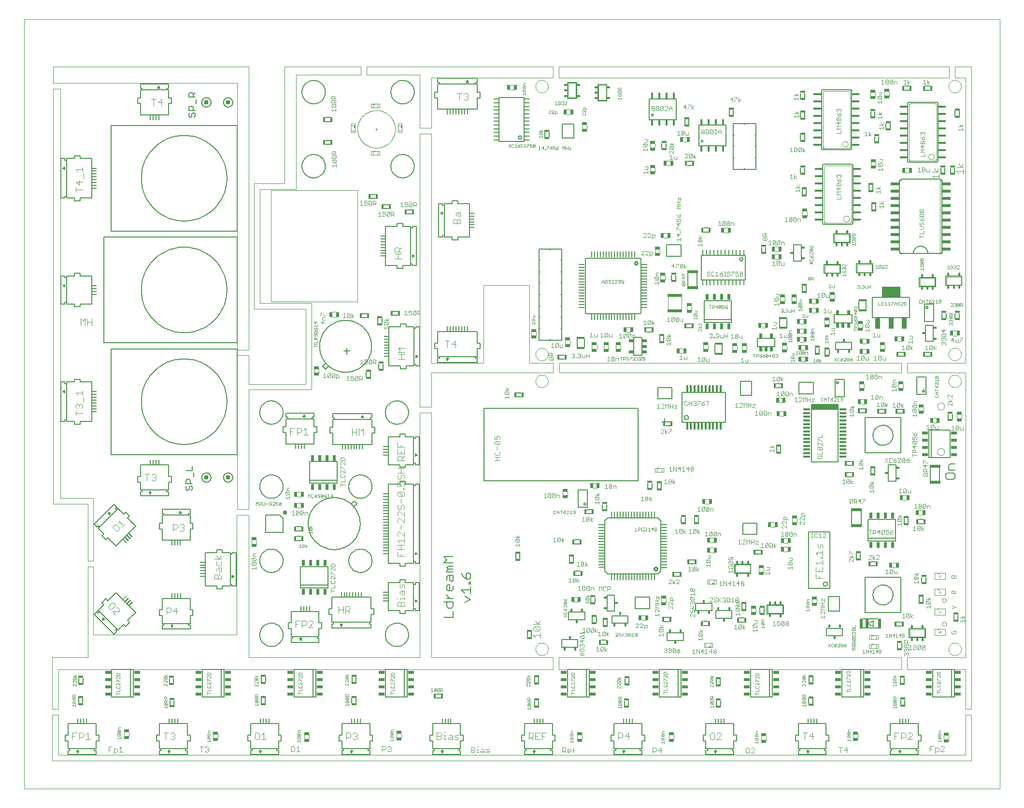
<source format=gto>
G75*
G70*
%OFA0B0*%
%FSLAX24Y24*%
%IPPOS*%
%LPD*%
%AMOC8*
5,1,8,0,0,1.08239X$1,22.5*
%
%ADD10C,0.0030*%
%ADD11C,0.0000*%
%ADD12C,0.0060*%
%ADD13C,0.0080*%
%ADD14C,0.0100*%
%ADD15R,0.0394X0.0079*%
%ADD16R,0.0079X0.0394*%
%ADD17C,0.0020*%
%ADD18C,0.0040*%
%ADD19R,0.0197X0.0374*%
%ADD20R,0.0374X0.0197*%
%ADD21R,0.0230X0.0180*%
%ADD22R,0.0340X0.0160*%
%ADD23C,0.0050*%
%ADD24R,0.0160X0.0340*%
%ADD25R,0.0193X0.0433*%
%ADD26R,0.0720X0.0230*%
%ADD27C,0.0025*%
%ADD28C,0.0098*%
%ADD29R,0.0180X0.0230*%
%ADD30C,0.0079*%
%ADD31C,0.0098*%
%ADD32R,0.0087X0.0394*%
%ADD33R,0.0394X0.0087*%
%ADD34R,0.0187X0.0327*%
%ADD35R,0.0327X0.0187*%
%ADD36R,0.0560X0.0140*%
%ADD37R,0.0984X0.0197*%
%ADD38R,0.1260X0.0730*%
%ADD39R,0.0340X0.0730*%
%ADD40C,0.0010*%
%ADD41C,0.0001*%
%ADD42R,0.0551X0.0157*%
%ADD43R,0.0157X0.0089*%
%ADD44R,0.0098X0.0089*%
%ADD45R,0.0050X0.0200*%
%ADD46R,0.0580X0.0200*%
%ADD47C,0.0004*%
%ADD48C,0.0030*%
%ADD49R,0.0130X0.0295*%
%ADD50R,0.0089X0.0157*%
%ADD51R,0.0089X0.0098*%
%ADD52R,0.0140X0.0510*%
%ADD53R,0.0510X0.0140*%
%ADD54R,0.1868X0.0404*%
%ADD55R,0.0140X0.0400*%
%ADD56R,0.0080X0.0343*%
%ADD57R,0.0433X0.0193*%
%ADD58C,0.0300*%
%ADD59R,0.0335X0.0079*%
%ADD60R,0.0260X0.0260*%
%ADD61R,0.0079X0.0335*%
%ADD62R,0.0343X0.0080*%
%ADD63R,0.0295X0.0130*%
%ADD64R,0.0433X0.0193*%
%ADD65R,0.0220X0.0680*%
%ADD66R,0.0240X0.0620*%
%ADD67R,0.0193X0.0433*%
D10*
X005902Y002635D02*
X005902Y003005D01*
X006149Y003005D01*
X006271Y002882D02*
X006456Y002882D01*
X006518Y002820D01*
X006518Y002696D01*
X006456Y002635D01*
X006271Y002635D01*
X006271Y002511D02*
X006271Y002882D01*
X006026Y002820D02*
X005902Y002820D01*
X006639Y002882D02*
X006762Y003005D01*
X006762Y002635D01*
X006639Y002635D02*
X006886Y002635D01*
X012202Y003005D02*
X012448Y003005D01*
X012325Y003005D02*
X012325Y002635D01*
X012570Y002696D02*
X012632Y002635D01*
X012755Y002635D01*
X012817Y002696D01*
X012817Y002758D01*
X012755Y002820D01*
X012693Y002820D01*
X012755Y002820D02*
X012817Y002882D01*
X012817Y002943D01*
X012755Y003005D01*
X012632Y003005D01*
X012570Y002943D01*
X018501Y002983D02*
X018501Y002736D01*
X018563Y002674D01*
X018686Y002674D01*
X018748Y002736D01*
X018748Y002983D01*
X018686Y003044D01*
X018563Y003044D01*
X018501Y002983D01*
X018869Y002921D02*
X018993Y003044D01*
X018993Y002674D01*
X019116Y002674D02*
X018869Y002674D01*
X024800Y002674D02*
X024800Y003044D01*
X024985Y003044D01*
X025047Y002983D01*
X025047Y002859D01*
X024985Y002797D01*
X024800Y002797D01*
X025168Y002736D02*
X025230Y002674D01*
X025354Y002674D01*
X025415Y002736D01*
X025415Y002797D01*
X025354Y002859D01*
X025292Y002859D01*
X025354Y002859D02*
X025415Y002921D01*
X025415Y002983D01*
X025354Y003044D01*
X025230Y003044D01*
X025168Y002983D01*
X030942Y002966D02*
X030942Y002595D01*
X031127Y002595D01*
X031189Y002657D01*
X031189Y002719D01*
X031127Y002780D01*
X030942Y002780D01*
X031127Y002780D02*
X031189Y002842D01*
X031189Y002904D01*
X031127Y002966D01*
X030942Y002966D01*
X031310Y002842D02*
X031372Y002842D01*
X031372Y002595D01*
X031310Y002595D02*
X031434Y002595D01*
X031556Y002657D02*
X031617Y002719D01*
X031803Y002719D01*
X031803Y002780D02*
X031803Y002595D01*
X031617Y002595D01*
X031556Y002657D01*
X031617Y002842D02*
X031741Y002842D01*
X031803Y002780D01*
X031924Y002780D02*
X031986Y002842D01*
X032171Y002842D01*
X032109Y002719D02*
X031986Y002719D01*
X031924Y002780D01*
X031924Y002595D02*
X032109Y002595D01*
X032171Y002657D01*
X032109Y002719D01*
X031372Y002966D02*
X031372Y003027D01*
X037202Y002966D02*
X037202Y002595D01*
X037202Y002719D02*
X037387Y002719D01*
X037448Y002780D01*
X037448Y002904D01*
X037387Y002966D01*
X037202Y002966D01*
X037325Y002719D02*
X037448Y002595D01*
X037570Y002657D02*
X037570Y002780D01*
X037632Y002842D01*
X037755Y002842D01*
X037817Y002780D01*
X037817Y002719D01*
X037570Y002719D01*
X037570Y002657D02*
X037632Y002595D01*
X037755Y002595D01*
X038000Y002595D02*
X038000Y002904D01*
X038062Y002966D01*
X038062Y002780D02*
X037938Y002780D01*
X043461Y002679D02*
X043647Y002679D01*
X043708Y002741D01*
X043708Y002865D01*
X043647Y002926D01*
X043461Y002926D01*
X043461Y002556D01*
X043830Y002741D02*
X044077Y002741D01*
X044015Y002556D02*
X044015Y002926D01*
X043830Y002741D01*
X049879Y002618D02*
X049940Y002556D01*
X050064Y002556D01*
X050126Y002618D01*
X050126Y002865D01*
X050064Y002926D01*
X049940Y002926D01*
X049879Y002865D01*
X049879Y002618D01*
X050247Y002556D02*
X050494Y002803D01*
X050494Y002865D01*
X050432Y002926D01*
X050309Y002926D01*
X050247Y002865D01*
X050247Y002556D02*
X050494Y002556D01*
X056296Y002966D02*
X056543Y002966D01*
X056420Y002966D02*
X056420Y002595D01*
X056664Y002780D02*
X056911Y002780D01*
X056850Y002595D02*
X056850Y002966D01*
X056664Y002780D01*
X062595Y002859D02*
X062719Y002859D01*
X062595Y002674D02*
X062595Y003044D01*
X062842Y003044D01*
X062964Y002921D02*
X063149Y002921D01*
X063211Y002859D01*
X063211Y002736D01*
X063149Y002674D01*
X062964Y002674D01*
X062964Y002551D02*
X062964Y002921D01*
X063332Y002983D02*
X063394Y003044D01*
X063517Y003044D01*
X063579Y002983D01*
X063579Y002921D01*
X063332Y002674D01*
X063579Y002674D01*
X061053Y009286D02*
X061101Y009335D01*
X061101Y009432D01*
X061053Y009480D01*
X061004Y009480D01*
X060956Y009432D01*
X060956Y009383D01*
X060956Y009432D02*
X060908Y009480D01*
X060859Y009480D01*
X060811Y009432D01*
X060811Y009335D01*
X060859Y009286D01*
X060859Y009581D02*
X060811Y009629D01*
X060811Y009726D01*
X060859Y009775D01*
X060908Y009775D01*
X060956Y009726D01*
X061004Y009775D01*
X061053Y009775D01*
X061101Y009726D01*
X061101Y009629D01*
X061053Y009581D01*
X060956Y009678D02*
X060956Y009726D01*
X061053Y009876D02*
X060859Y010069D01*
X061053Y010069D01*
X061101Y010021D01*
X061101Y009924D01*
X061053Y009876D01*
X060859Y009876D01*
X060811Y009924D01*
X060811Y010021D01*
X060859Y010069D01*
X060811Y010170D02*
X060811Y010315D01*
X060859Y010364D01*
X060956Y010364D01*
X061004Y010315D01*
X061004Y010170D01*
X061101Y010170D02*
X060811Y010170D01*
X061004Y010267D02*
X061101Y010364D01*
X061254Y010010D02*
X061254Y009720D01*
X061350Y009720D02*
X061157Y009720D01*
X061157Y009914D02*
X061254Y010010D01*
X061452Y009962D02*
X061452Y009769D01*
X061500Y009720D01*
X061597Y009720D01*
X061645Y009769D01*
X061645Y009865D01*
X061548Y009865D01*
X061452Y009962D02*
X061500Y010010D01*
X061597Y010010D01*
X061645Y009962D01*
X061746Y009962D02*
X061795Y010010D01*
X061891Y010010D01*
X061940Y009962D01*
X061746Y009769D01*
X061795Y009720D01*
X061891Y009720D01*
X061940Y009769D01*
X061940Y009962D01*
X062041Y009962D02*
X062041Y009914D01*
X062089Y009865D01*
X062186Y009865D01*
X062234Y009817D01*
X062234Y009769D01*
X062186Y009720D01*
X062089Y009720D01*
X062041Y009769D01*
X062041Y009817D01*
X062089Y009865D01*
X062186Y009865D02*
X062234Y009914D01*
X062234Y009962D01*
X062186Y010010D01*
X062089Y010010D01*
X062041Y009962D01*
X061746Y009962D02*
X061746Y009769D01*
X064095Y010853D02*
X064144Y010805D01*
X064337Y010805D01*
X064386Y010853D01*
X064386Y010950D01*
X064337Y010998D01*
X064241Y010998D01*
X064241Y010901D01*
X064144Y010998D02*
X064095Y010950D01*
X064095Y010853D01*
X064776Y011596D02*
X064680Y011693D01*
X064970Y011693D01*
X064970Y011596D02*
X064970Y011790D01*
X064970Y011891D02*
X064680Y011891D01*
X064776Y012036D02*
X064873Y011891D01*
X064970Y012036D01*
X064416Y012653D02*
X064271Y012653D01*
X064174Y012749D01*
X064125Y012749D01*
X064271Y012653D02*
X064174Y012556D01*
X064125Y012556D01*
X064095Y013590D02*
X064095Y013735D01*
X064144Y013783D01*
X064241Y013783D01*
X064289Y013735D01*
X064289Y013590D01*
X064289Y013686D02*
X064386Y013783D01*
X064386Y013590D02*
X064095Y013590D01*
X064095Y014648D02*
X064095Y014793D01*
X064144Y014841D01*
X064192Y014841D01*
X064241Y014793D01*
X064241Y014648D01*
X064386Y014648D02*
X064386Y014793D01*
X064337Y014841D01*
X064289Y014841D01*
X064241Y014793D01*
X064386Y014648D02*
X064095Y014648D01*
X062606Y013302D02*
X062509Y013156D01*
X062412Y013302D01*
X062316Y013156D02*
X062606Y013156D01*
X062557Y013055D02*
X062606Y013007D01*
X062606Y012910D01*
X062557Y012862D01*
X062364Y013055D01*
X062557Y013055D01*
X062364Y013055D02*
X062316Y013007D01*
X062316Y012910D01*
X062364Y012862D01*
X062557Y012862D01*
X062606Y012761D02*
X062606Y012567D01*
X062606Y012664D02*
X062316Y012664D01*
X062412Y012567D01*
X061405Y012107D02*
X061260Y012010D01*
X061405Y011913D01*
X061260Y011913D02*
X061260Y012204D01*
X061159Y012155D02*
X060965Y011962D01*
X061014Y011913D01*
X061110Y011913D01*
X061159Y011962D01*
X061159Y012155D01*
X061110Y012204D01*
X061014Y012204D01*
X060965Y012155D01*
X060965Y011962D01*
X060864Y011913D02*
X060671Y011913D01*
X060767Y011913D02*
X060767Y012204D01*
X060671Y012107D01*
X061591Y014266D02*
X061494Y014363D01*
X061785Y014363D01*
X061785Y014266D02*
X061785Y014460D01*
X061736Y014561D02*
X061543Y014754D01*
X061736Y014754D01*
X061785Y014706D01*
X061785Y014609D01*
X061736Y014561D01*
X061543Y014561D01*
X061494Y014609D01*
X061494Y014706D01*
X061543Y014754D01*
X061494Y014855D02*
X061785Y014855D01*
X061688Y014855D02*
X061591Y015001D01*
X061688Y014855D02*
X061785Y015001D01*
X060319Y014955D02*
X060319Y015148D01*
X060319Y014955D02*
X060174Y014955D01*
X060125Y015003D01*
X060125Y015148D01*
X060024Y015197D02*
X059831Y015003D01*
X059879Y014955D01*
X059976Y014955D01*
X060024Y015003D01*
X060024Y015197D01*
X059976Y015245D01*
X059879Y015245D01*
X059831Y015197D01*
X059831Y015003D01*
X059730Y014955D02*
X059536Y014955D01*
X059633Y014955D02*
X059633Y015245D01*
X059536Y015148D01*
X059084Y015953D02*
X058891Y015953D01*
X059084Y016146D01*
X059084Y016195D01*
X059036Y016243D01*
X058939Y016243D01*
X058891Y016195D01*
X058790Y016146D02*
X058645Y016050D01*
X058790Y015953D01*
X058645Y015953D02*
X058645Y016243D01*
X058544Y016195D02*
X058496Y016243D01*
X058399Y016243D01*
X058350Y016195D01*
X058544Y016195D02*
X058544Y016146D01*
X058350Y015953D01*
X058544Y015953D01*
X057292Y015964D02*
X057292Y015771D01*
X057098Y015964D01*
X057050Y015964D01*
X057001Y015916D01*
X057001Y015819D01*
X057050Y015771D01*
X057001Y016065D02*
X057292Y016065D01*
X057195Y016065D02*
X057098Y016210D01*
X057001Y016311D02*
X057001Y016504D01*
X057050Y016504D01*
X057243Y016311D01*
X057292Y016311D01*
X057292Y016210D02*
X057195Y016065D01*
X055397Y017458D02*
X055203Y017458D01*
X055397Y017651D01*
X055397Y017699D01*
X055348Y017748D01*
X055251Y017748D01*
X055203Y017699D01*
X055005Y017748D02*
X055005Y017458D01*
X054908Y017458D02*
X055102Y017458D01*
X054908Y017651D02*
X055005Y017748D01*
X054807Y017699D02*
X054759Y017748D01*
X054662Y017748D01*
X054614Y017699D01*
X054614Y017506D01*
X054662Y017458D01*
X054759Y017458D01*
X054807Y017506D01*
X054514Y017458D02*
X054417Y017458D01*
X054466Y017458D02*
X054466Y017748D01*
X054514Y017748D02*
X054417Y017748D01*
X053907Y018339D02*
X053713Y018533D01*
X053665Y018533D01*
X053617Y018484D01*
X053617Y018388D01*
X053665Y018339D01*
X053907Y018339D02*
X053907Y018533D01*
X053907Y018634D02*
X053713Y018827D01*
X053665Y018827D01*
X053617Y018779D01*
X053617Y018682D01*
X053665Y018634D01*
X053907Y018634D02*
X053907Y018827D01*
X053907Y018929D02*
X053907Y019074D01*
X053859Y019122D01*
X053762Y019122D01*
X053713Y019074D01*
X053713Y018929D01*
X054004Y018929D01*
X052783Y018692D02*
X052493Y018692D01*
X052493Y018838D01*
X052541Y018886D01*
X052638Y018886D01*
X052686Y018838D01*
X052686Y018692D01*
X052686Y018591D02*
X052686Y018398D01*
X052493Y018591D01*
X052445Y018591D01*
X052396Y018543D01*
X052396Y018446D01*
X052445Y018398D01*
X052445Y018297D02*
X052396Y018248D01*
X052396Y018151D01*
X052445Y018103D01*
X052445Y018297D02*
X052493Y018297D01*
X052686Y018103D01*
X052686Y018297D01*
X052649Y017844D02*
X052746Y017844D01*
X052794Y017796D01*
X052601Y017602D01*
X052649Y017554D01*
X052746Y017554D01*
X052794Y017602D01*
X052794Y017796D01*
X052895Y017796D02*
X052944Y017844D01*
X053040Y017844D01*
X053089Y017796D01*
X052895Y017602D01*
X052944Y017554D01*
X053040Y017554D01*
X053089Y017602D01*
X053089Y017796D01*
X053190Y017747D02*
X053335Y017747D01*
X053383Y017699D01*
X053383Y017554D01*
X053190Y017554D02*
X053190Y017747D01*
X052895Y017796D02*
X052895Y017602D01*
X052601Y017602D02*
X052601Y017796D01*
X052649Y017844D01*
X052403Y017844D02*
X052403Y017554D01*
X052499Y017554D02*
X052306Y017554D01*
X052306Y017747D02*
X052403Y017844D01*
X051812Y017057D02*
X051812Y016767D01*
X051812Y016863D02*
X051957Y016960D01*
X051812Y016863D02*
X051957Y016767D01*
X051711Y016815D02*
X051662Y016767D01*
X051566Y016767D01*
X051517Y016815D01*
X051711Y017008D01*
X051711Y016815D01*
X051711Y017008D02*
X051662Y017057D01*
X051566Y017057D01*
X051517Y017008D01*
X051517Y016815D01*
X051416Y016815D02*
X051368Y016767D01*
X051271Y016767D01*
X051223Y016815D01*
X051416Y017008D01*
X051416Y016815D01*
X051223Y016815D02*
X051223Y017008D01*
X051271Y017057D01*
X051368Y017057D01*
X051416Y017008D01*
X051121Y016767D02*
X050928Y016767D01*
X051025Y016767D02*
X051025Y017057D01*
X050928Y016960D01*
X050739Y017005D02*
X050546Y017005D01*
X050739Y017198D01*
X050546Y017198D01*
X050444Y017150D02*
X050251Y017150D01*
X050251Y017005D02*
X050251Y017295D01*
X050150Y017295D02*
X050150Y017005D01*
X049956Y017005D02*
X049956Y017295D01*
X050053Y017198D01*
X050150Y017295D01*
X050444Y017295D02*
X050444Y017005D01*
X049855Y017005D02*
X049662Y017005D01*
X049855Y017198D01*
X049855Y017247D01*
X049807Y017295D01*
X049710Y017295D01*
X049662Y017247D01*
X049464Y017295D02*
X049464Y017005D01*
X049560Y017005D02*
X049367Y017005D01*
X049367Y017198D02*
X049464Y017295D01*
X048938Y016098D02*
X048987Y016050D01*
X048987Y015953D01*
X048938Y015904D01*
X048890Y015904D01*
X048841Y015953D01*
X048841Y016050D01*
X048890Y016098D01*
X048938Y016098D01*
X048841Y016050D02*
X048793Y016098D01*
X048745Y016098D01*
X048696Y016050D01*
X048696Y015953D01*
X048745Y015904D01*
X048793Y015904D01*
X048841Y015953D01*
X048745Y015803D02*
X048938Y015610D01*
X048987Y015658D01*
X048987Y015755D01*
X048938Y015803D01*
X048745Y015803D01*
X048696Y015755D01*
X048696Y015658D01*
X048745Y015610D01*
X048938Y015610D01*
X048938Y015509D02*
X048841Y015509D01*
X048841Y015412D01*
X048745Y015509D02*
X048696Y015460D01*
X048696Y015364D01*
X048745Y015315D01*
X048938Y015315D01*
X048987Y015364D01*
X048987Y015460D01*
X048938Y015509D01*
X048987Y015214D02*
X048987Y015021D01*
X048987Y015117D02*
X048696Y015117D01*
X048793Y015021D01*
X048802Y014421D02*
X048657Y014276D01*
X048851Y014276D01*
X048952Y014324D02*
X049048Y014421D01*
X049048Y014131D01*
X048952Y014131D02*
X049145Y014131D01*
X049246Y014276D02*
X049440Y014276D01*
X049541Y014324D02*
X049541Y014373D01*
X049589Y014421D01*
X049686Y014421D01*
X049735Y014373D01*
X049735Y014324D01*
X049686Y014276D01*
X049589Y014276D01*
X049541Y014324D01*
X049589Y014276D02*
X049541Y014227D01*
X049541Y014179D01*
X049589Y014131D01*
X049686Y014131D01*
X049735Y014179D01*
X049735Y014227D01*
X049686Y014276D01*
X049391Y014131D02*
X049391Y014421D01*
X049246Y014276D01*
X048802Y014131D02*
X048802Y014421D01*
X048556Y014421D02*
X048556Y014131D01*
X048362Y014421D01*
X048362Y014131D01*
X048261Y014131D02*
X048068Y014131D01*
X048165Y014131D02*
X048165Y014421D01*
X048068Y014324D01*
X047986Y013289D02*
X047986Y012999D01*
X047986Y013096D02*
X048179Y013289D01*
X048280Y013241D02*
X048329Y013289D01*
X048426Y013289D01*
X048474Y013241D01*
X048474Y013192D01*
X048426Y013144D01*
X048474Y013096D01*
X048474Y013047D01*
X048426Y012999D01*
X048329Y012999D01*
X048280Y013047D01*
X048179Y012999D02*
X048034Y013144D01*
X047885Y013096D02*
X047885Y013047D01*
X047836Y012999D01*
X047740Y012999D01*
X047691Y013047D01*
X047740Y013144D02*
X047836Y013144D01*
X047885Y013096D01*
X047885Y013241D02*
X047836Y013289D01*
X047740Y013289D01*
X047691Y013241D01*
X047691Y013192D01*
X047740Y013144D01*
X047590Y013192D02*
X047590Y013241D01*
X047542Y013289D01*
X047445Y013289D01*
X047396Y013241D01*
X047590Y013192D02*
X047396Y012999D01*
X047590Y012999D01*
X048377Y013144D02*
X048426Y013144D01*
X048575Y013241D02*
X048623Y013289D01*
X048720Y013289D01*
X048769Y013241D01*
X048575Y013047D01*
X048623Y012999D01*
X048720Y012999D01*
X048769Y013047D01*
X048769Y013241D01*
X048870Y013192D02*
X048967Y013289D01*
X048967Y012999D01*
X049063Y012999D02*
X048870Y012999D01*
X049164Y013047D02*
X049164Y013096D01*
X049213Y013144D01*
X049310Y013144D01*
X049358Y013096D01*
X049358Y013047D01*
X049310Y012999D01*
X049213Y012999D01*
X049164Y013047D01*
X049167Y012954D02*
X049457Y012954D01*
X049360Y012954D02*
X049264Y013099D01*
X049310Y013144D02*
X049358Y013192D01*
X049358Y013241D01*
X049310Y013289D01*
X049213Y013289D01*
X049164Y013241D01*
X049164Y013192D01*
X049213Y013144D01*
X049360Y012954D02*
X049457Y013099D01*
X049409Y012853D02*
X049457Y012804D01*
X049457Y012707D01*
X049409Y012659D01*
X049215Y012853D01*
X049409Y012853D01*
X049215Y012853D02*
X049167Y012804D01*
X049167Y012707D01*
X049215Y012659D01*
X049409Y012659D01*
X049409Y012558D02*
X049457Y012509D01*
X049457Y012413D01*
X049409Y012364D01*
X049215Y012558D01*
X049409Y012558D01*
X049409Y012364D02*
X049215Y012364D01*
X049167Y012413D01*
X049167Y012509D01*
X049215Y012558D01*
X049457Y012263D02*
X049457Y012070D01*
X049457Y012166D02*
X049167Y012166D01*
X049264Y012070D01*
X049194Y011426D02*
X049194Y011136D01*
X049097Y011136D02*
X049291Y011136D01*
X049392Y011184D02*
X049585Y011377D01*
X049585Y011184D01*
X049537Y011136D01*
X049440Y011136D01*
X049392Y011184D01*
X049392Y011377D01*
X049440Y011426D01*
X049537Y011426D01*
X049585Y011377D01*
X049686Y011426D02*
X049686Y011136D01*
X049686Y011232D02*
X049832Y011136D01*
X049686Y011232D02*
X049832Y011329D01*
X050349Y011281D02*
X050349Y011378D01*
X050397Y011426D01*
X050591Y011232D01*
X050639Y011281D01*
X050639Y011378D01*
X050591Y011426D01*
X050397Y011426D01*
X050446Y011527D02*
X050591Y011527D01*
X050639Y011575D01*
X050639Y011721D01*
X050446Y011721D01*
X050349Y011281D02*
X050397Y011232D01*
X050591Y011232D01*
X050639Y011131D02*
X050639Y010938D01*
X050639Y011034D02*
X050349Y011034D01*
X050446Y010938D01*
X049194Y011426D02*
X049097Y011329D01*
X048575Y013047D02*
X048575Y013241D01*
X046335Y013287D02*
X046335Y013190D01*
X046287Y013142D01*
X046093Y013336D01*
X046287Y013336D01*
X046335Y013287D01*
X046335Y013437D02*
X046335Y013630D01*
X046335Y013533D02*
X046045Y013533D01*
X046142Y013437D01*
X046093Y013336D02*
X046045Y013287D01*
X046045Y013190D01*
X046093Y013142D01*
X046287Y013142D01*
X046287Y013041D02*
X046335Y012993D01*
X046335Y012896D01*
X046287Y012847D01*
X046335Y012746D02*
X046190Y012601D01*
X046238Y012553D02*
X046045Y012746D01*
X046093Y012847D02*
X046045Y012896D01*
X046045Y012993D01*
X046093Y013041D01*
X046142Y013041D01*
X046190Y012993D01*
X046238Y013041D01*
X046287Y013041D01*
X046190Y012993D02*
X046190Y012944D01*
X046045Y012553D02*
X046335Y012553D01*
X046287Y012452D02*
X046335Y012403D01*
X046335Y012306D01*
X046287Y012258D01*
X046190Y012306D02*
X046142Y012258D01*
X046093Y012258D01*
X046045Y012306D01*
X046045Y012403D01*
X046093Y012452D01*
X046190Y012403D02*
X046238Y012452D01*
X046287Y012452D01*
X046190Y012403D02*
X046190Y012306D01*
X046142Y012157D02*
X046093Y012157D01*
X046045Y012109D01*
X046045Y012012D01*
X046093Y011963D01*
X046142Y012157D02*
X046335Y011963D01*
X046335Y012157D01*
X046706Y011091D02*
X046802Y010946D01*
X046899Y011091D01*
X046899Y010946D02*
X046609Y010946D01*
X046657Y010845D02*
X046851Y010652D01*
X046899Y010700D01*
X046899Y010797D01*
X046851Y010845D01*
X046657Y010845D01*
X046609Y010797D01*
X046609Y010700D01*
X046657Y010652D01*
X046851Y010652D01*
X046899Y010550D02*
X046899Y010357D01*
X046899Y010454D02*
X046609Y010454D01*
X046706Y010357D01*
X046670Y009731D02*
X046670Y009441D01*
X046476Y009731D01*
X046476Y009441D01*
X046375Y009441D02*
X046182Y009441D01*
X046278Y009441D02*
X046278Y009731D01*
X046182Y009634D01*
X046771Y009586D02*
X046965Y009586D01*
X047066Y009634D02*
X047162Y009731D01*
X047162Y009441D01*
X047066Y009441D02*
X047259Y009441D01*
X047360Y009586D02*
X047505Y009731D01*
X047505Y009441D01*
X047554Y009586D02*
X047360Y009586D01*
X047655Y009634D02*
X047703Y009586D01*
X047800Y009586D01*
X047848Y009537D01*
X047848Y009489D01*
X047800Y009441D01*
X047703Y009441D01*
X047655Y009489D01*
X047655Y009537D01*
X047703Y009586D01*
X047655Y009634D02*
X047655Y009683D01*
X047703Y009731D01*
X047800Y009731D01*
X047848Y009683D01*
X047848Y009634D01*
X047800Y009586D01*
X046916Y009731D02*
X046771Y009586D01*
X046916Y009441D02*
X046916Y009731D01*
X045331Y009800D02*
X045234Y009751D01*
X045137Y009655D01*
X045282Y009655D01*
X045331Y009606D01*
X045331Y009558D01*
X045282Y009510D01*
X045186Y009510D01*
X045137Y009558D01*
X045137Y009655D01*
X045036Y009751D02*
X044843Y009558D01*
X044891Y009510D01*
X044988Y009510D01*
X045036Y009558D01*
X045036Y009751D01*
X044988Y009800D01*
X044891Y009800D01*
X044843Y009751D01*
X044843Y009558D01*
X044741Y009558D02*
X044741Y009751D01*
X044693Y009800D01*
X044596Y009800D01*
X044548Y009751D01*
X044548Y009703D01*
X044596Y009655D01*
X044741Y009655D01*
X044741Y009558D02*
X044693Y009510D01*
X044596Y009510D01*
X044548Y009558D01*
X044447Y009558D02*
X044398Y009510D01*
X044302Y009510D01*
X044253Y009558D01*
X044350Y009655D02*
X044398Y009655D01*
X044447Y009606D01*
X044447Y009558D01*
X044398Y009655D02*
X044447Y009703D01*
X044447Y009751D01*
X044398Y009800D01*
X044302Y009800D01*
X044253Y009751D01*
X044172Y010654D02*
X044172Y010847D01*
X044172Y010751D02*
X043882Y010751D01*
X043978Y010654D01*
X043930Y010948D02*
X043882Y010997D01*
X043882Y011094D01*
X043930Y011142D01*
X044124Y010948D01*
X044172Y010997D01*
X044172Y011094D01*
X044124Y011142D01*
X043930Y011142D01*
X043882Y011243D02*
X044172Y011243D01*
X044075Y011243D02*
X043978Y011388D01*
X044075Y011243D02*
X044172Y011388D01*
X044124Y010948D02*
X043930Y010948D01*
X043067Y011272D02*
X043018Y011223D01*
X042873Y011223D01*
X042873Y011127D02*
X042873Y011417D01*
X043018Y011417D01*
X043067Y011368D01*
X043067Y011272D01*
X042772Y011223D02*
X042578Y011223D01*
X042772Y011417D01*
X042772Y011465D01*
X042724Y011514D01*
X042627Y011514D01*
X042578Y011465D01*
X042477Y011465D02*
X042429Y011514D01*
X042332Y011514D01*
X042284Y011465D01*
X042477Y011465D02*
X042477Y011417D01*
X042284Y011223D01*
X042477Y011223D01*
X043607Y012120D02*
X043897Y012120D01*
X043897Y012024D02*
X043897Y012217D01*
X043897Y012318D02*
X043704Y012512D01*
X043655Y012512D01*
X043607Y012463D01*
X043607Y012367D01*
X043655Y012318D01*
X043607Y012120D02*
X043704Y012024D01*
X043897Y012318D02*
X043897Y012512D01*
X043897Y012613D02*
X043607Y012613D01*
X043704Y012710D01*
X043607Y012806D01*
X043897Y012806D01*
X043897Y012908D02*
X043607Y012908D01*
X043752Y012908D02*
X043752Y013101D01*
X043704Y013202D02*
X043704Y013396D01*
X043897Y013202D01*
X043897Y013396D01*
X043897Y013101D02*
X043607Y013101D01*
X044540Y012961D02*
X044540Y012864D01*
X044588Y012816D01*
X044588Y012715D02*
X044540Y012666D01*
X044540Y012570D01*
X044588Y012521D01*
X044588Y012715D02*
X044637Y012715D01*
X044830Y012521D01*
X044830Y012715D01*
X044830Y012816D02*
X044637Y013009D01*
X044588Y013009D01*
X044540Y012961D01*
X044637Y013111D02*
X044637Y013256D01*
X044685Y013304D01*
X044782Y013304D01*
X044830Y013256D01*
X044830Y013111D01*
X044927Y013111D02*
X044637Y013111D01*
X044830Y013009D02*
X044830Y012816D01*
X044846Y014256D02*
X044846Y014547D01*
X044745Y014498D02*
X044697Y014547D01*
X044600Y014547D01*
X044551Y014498D01*
X044745Y014498D02*
X044745Y014450D01*
X044551Y014256D01*
X044745Y014256D01*
X044846Y014353D02*
X044991Y014450D01*
X045092Y014498D02*
X045140Y014547D01*
X045237Y014547D01*
X045285Y014498D01*
X045285Y014450D01*
X045092Y014256D01*
X045285Y014256D01*
X044991Y014256D02*
X044846Y014353D01*
X046045Y013876D02*
X046045Y013780D01*
X046093Y013731D01*
X046142Y013731D01*
X046190Y013780D01*
X046190Y013876D01*
X046238Y013925D01*
X046287Y013925D01*
X046335Y013876D01*
X046335Y013780D01*
X046287Y013731D01*
X046238Y013731D01*
X046190Y013780D01*
X046190Y013876D02*
X046142Y013925D01*
X046093Y013925D01*
X046045Y013876D01*
X046005Y015151D02*
X046005Y015442D01*
X045908Y015345D01*
X045908Y015151D02*
X046102Y015151D01*
X046203Y015200D02*
X046396Y015393D01*
X046396Y015200D01*
X046348Y015151D01*
X046251Y015151D01*
X046203Y015200D01*
X046203Y015393D01*
X046251Y015442D01*
X046348Y015442D01*
X046396Y015393D01*
X046497Y015442D02*
X046497Y015151D01*
X046497Y015248D02*
X046643Y015345D01*
X046497Y015248D02*
X046643Y015151D01*
X047143Y015522D02*
X047239Y015426D01*
X047143Y015522D02*
X047433Y015522D01*
X047433Y015426D02*
X047433Y015619D01*
X047385Y015720D02*
X047191Y015914D01*
X047385Y015914D01*
X047433Y015865D01*
X047433Y015769D01*
X047385Y015720D01*
X047191Y015720D01*
X047143Y015769D01*
X047143Y015865D01*
X047191Y015914D01*
X047239Y016015D02*
X047385Y016015D01*
X047433Y016063D01*
X047433Y016208D01*
X047239Y016208D01*
X047248Y017563D02*
X047054Y017563D01*
X047151Y017563D02*
X047151Y017853D01*
X047054Y017756D01*
X047349Y017805D02*
X047397Y017853D01*
X047494Y017853D01*
X047543Y017805D01*
X047349Y017611D01*
X047397Y017563D01*
X047494Y017563D01*
X047543Y017611D01*
X047543Y017805D01*
X047644Y017805D02*
X047692Y017853D01*
X047789Y017853D01*
X047837Y017805D01*
X047644Y017611D01*
X047692Y017563D01*
X047789Y017563D01*
X047837Y017611D01*
X047837Y017805D01*
X047938Y017756D02*
X048083Y017756D01*
X048132Y017708D01*
X048132Y017563D01*
X047938Y017563D02*
X047938Y017756D01*
X047644Y017805D02*
X047644Y017611D01*
X047349Y017611D02*
X047349Y017805D01*
X046682Y017750D02*
X046537Y017846D01*
X046682Y017943D01*
X046537Y018040D02*
X046537Y017750D01*
X046436Y017798D02*
X046387Y017750D01*
X046291Y017750D01*
X046242Y017798D01*
X046436Y017992D01*
X046436Y017798D01*
X046436Y017992D02*
X046387Y018040D01*
X046291Y018040D01*
X046242Y017992D01*
X046242Y017798D01*
X046141Y017750D02*
X045947Y017750D01*
X046044Y017750D02*
X046044Y018040D01*
X045947Y017943D01*
X045737Y017943D02*
X045592Y017846D01*
X045737Y017750D01*
X045592Y017750D02*
X045592Y018040D01*
X045491Y017992D02*
X045297Y017798D01*
X045346Y017750D01*
X045442Y017750D01*
X045491Y017798D01*
X045491Y017992D01*
X045442Y018040D01*
X045346Y018040D01*
X045297Y017992D01*
X045297Y017798D01*
X045196Y017750D02*
X045003Y017750D01*
X045099Y017750D02*
X045099Y018040D01*
X045003Y017943D01*
X046549Y019285D02*
X046742Y019285D01*
X046645Y019285D02*
X046645Y019575D01*
X046549Y019479D01*
X046843Y019527D02*
X046892Y019575D01*
X046988Y019575D01*
X047037Y019527D01*
X046843Y019334D01*
X046892Y019285D01*
X046988Y019285D01*
X047037Y019334D01*
X047037Y019527D01*
X047138Y019527D02*
X047186Y019575D01*
X047283Y019575D01*
X047331Y019527D01*
X047138Y019334D01*
X047186Y019285D01*
X047283Y019285D01*
X047331Y019334D01*
X047331Y019527D01*
X047433Y019479D02*
X047578Y019479D01*
X047626Y019430D01*
X047626Y019285D01*
X047433Y019285D02*
X047433Y019479D01*
X047138Y019527D02*
X047138Y019334D01*
X046843Y019334D02*
X046843Y019527D01*
X044995Y021178D02*
X044850Y021275D01*
X044995Y021371D01*
X044850Y021468D02*
X044850Y021178D01*
X044748Y021226D02*
X044700Y021178D01*
X044603Y021178D01*
X044555Y021226D01*
X044748Y021420D01*
X044748Y021226D01*
X044555Y021226D02*
X044555Y021420D01*
X044603Y021468D01*
X044700Y021468D01*
X044748Y021420D01*
X044454Y021178D02*
X044260Y021178D01*
X044357Y021178D02*
X044357Y021468D01*
X044260Y021371D01*
X044603Y022044D02*
X044797Y022044D01*
X044700Y022044D02*
X044700Y022334D01*
X044603Y022238D01*
X044898Y022334D02*
X045091Y022044D01*
X045091Y022334D01*
X045192Y022189D02*
X045386Y022189D01*
X045487Y022238D02*
X045584Y022334D01*
X045584Y022044D01*
X045487Y022044D02*
X045681Y022044D01*
X045782Y022189D02*
X045975Y022189D01*
X046076Y022141D02*
X046125Y022189D01*
X046222Y022189D01*
X046270Y022141D01*
X046270Y022093D01*
X046222Y022044D01*
X046125Y022044D01*
X046076Y022093D01*
X046076Y022141D01*
X046125Y022189D02*
X046076Y022238D01*
X046076Y022286D01*
X046125Y022334D01*
X046222Y022334D01*
X046270Y022286D01*
X046270Y022238D01*
X046222Y022189D01*
X045927Y022044D02*
X045927Y022334D01*
X045782Y022189D01*
X045338Y022044D02*
X045338Y022334D01*
X045192Y022189D01*
X044898Y022044D02*
X044898Y022334D01*
X043234Y020287D02*
X043234Y019997D01*
X043234Y020093D02*
X043379Y020190D01*
X043234Y020093D02*
X043379Y019997D01*
X043132Y020045D02*
X043084Y019997D01*
X042987Y019997D01*
X042939Y020045D01*
X043132Y020238D01*
X043132Y020045D01*
X042939Y020045D02*
X042939Y020238D01*
X042987Y020287D01*
X043084Y020287D01*
X043132Y020238D01*
X042838Y019997D02*
X042644Y019997D01*
X042741Y019997D02*
X042741Y020287D01*
X042644Y020190D01*
X040927Y020837D02*
X040927Y020983D01*
X040879Y021031D01*
X040734Y021031D01*
X040734Y020837D01*
X040633Y020886D02*
X040584Y020837D01*
X040488Y020837D01*
X040439Y020886D01*
X040633Y021079D01*
X040633Y020886D01*
X040633Y021079D02*
X040584Y021128D01*
X040488Y021128D01*
X040439Y021079D01*
X040439Y020886D01*
X040338Y020837D02*
X040145Y020837D01*
X040241Y020837D02*
X040241Y021128D01*
X040145Y021031D01*
X039766Y020502D02*
X039670Y020357D01*
X039573Y020502D01*
X039476Y020357D02*
X039766Y020357D01*
X039718Y020256D02*
X039766Y020208D01*
X039766Y020111D01*
X039718Y020062D01*
X039525Y020256D01*
X039718Y020256D01*
X039525Y020256D02*
X039476Y020208D01*
X039476Y020111D01*
X039525Y020062D01*
X039718Y020062D01*
X039766Y019961D02*
X039766Y019768D01*
X039766Y019865D02*
X039476Y019865D01*
X039573Y019768D01*
X039175Y018867D02*
X039175Y018576D01*
X039175Y018673D02*
X039320Y018576D01*
X039175Y018673D02*
X039320Y018770D01*
X039073Y018818D02*
X038880Y018625D01*
X038928Y018576D01*
X039025Y018576D01*
X039073Y018625D01*
X039073Y018818D01*
X039025Y018867D01*
X038928Y018867D01*
X038880Y018818D01*
X038880Y018625D01*
X038779Y018576D02*
X038585Y018576D01*
X038682Y018576D02*
X038682Y018867D01*
X038585Y018770D01*
X037333Y017353D02*
X037188Y017257D01*
X037333Y017160D01*
X037188Y017160D02*
X037188Y017450D01*
X037086Y017402D02*
X036893Y017208D01*
X036941Y017160D01*
X037038Y017160D01*
X037086Y017208D01*
X037086Y017402D01*
X037038Y017450D01*
X036941Y017450D01*
X036893Y017402D01*
X036893Y017208D01*
X036792Y017160D02*
X036598Y017160D01*
X036695Y017160D02*
X036695Y017450D01*
X036598Y017353D01*
X038211Y015661D02*
X038308Y015758D01*
X038308Y015467D01*
X038211Y015467D02*
X038405Y015467D01*
X038506Y015516D02*
X038700Y015709D01*
X038700Y015516D01*
X038651Y015467D01*
X038554Y015467D01*
X038506Y015516D01*
X038506Y015709D01*
X038554Y015758D01*
X038651Y015758D01*
X038700Y015709D01*
X038801Y015758D02*
X038801Y015467D01*
X038801Y015564D02*
X038946Y015467D01*
X038801Y015564D02*
X038946Y015661D01*
X038230Y014654D02*
X038230Y014364D01*
X038230Y014461D02*
X038375Y014364D01*
X038230Y014461D02*
X038375Y014557D01*
X038129Y014606D02*
X037935Y014412D01*
X037983Y014364D01*
X038080Y014364D01*
X038129Y014412D01*
X038129Y014606D01*
X038080Y014654D01*
X037983Y014654D01*
X037935Y014606D01*
X037935Y014412D01*
X037834Y014364D02*
X037640Y014364D01*
X037737Y014364D02*
X037737Y014654D01*
X037640Y014557D01*
X038303Y014007D02*
X038400Y014104D01*
X038400Y013813D01*
X038496Y013813D02*
X038303Y013813D01*
X038597Y013862D02*
X038791Y014055D01*
X038791Y013862D01*
X038743Y013813D01*
X038646Y013813D01*
X038597Y013862D01*
X038597Y014055D01*
X038646Y014104D01*
X038743Y014104D01*
X038791Y014055D01*
X038892Y014055D02*
X038940Y014104D01*
X039037Y014104D01*
X039086Y014055D01*
X038892Y013862D01*
X038940Y013813D01*
X039037Y013813D01*
X039086Y013862D01*
X039086Y014055D01*
X039187Y014007D02*
X039187Y013813D01*
X039380Y013813D02*
X039380Y013959D01*
X039332Y014007D01*
X039187Y014007D01*
X038892Y014055D02*
X038892Y013862D01*
X039742Y013769D02*
X039742Y014059D01*
X039839Y013962D01*
X039936Y014059D01*
X039936Y013769D01*
X040037Y013817D02*
X040085Y013769D01*
X040182Y013769D01*
X040230Y013817D01*
X040331Y013865D02*
X040477Y013865D01*
X040525Y013914D01*
X040525Y014010D01*
X040477Y014059D01*
X040331Y014059D01*
X040331Y013769D01*
X040230Y014010D02*
X040182Y014059D01*
X040085Y014059D01*
X040037Y014010D01*
X040037Y013817D01*
X039490Y011190D02*
X039490Y010899D01*
X039490Y010996D02*
X039635Y011093D01*
X039490Y010996D02*
X039635Y010899D01*
X039688Y010857D02*
X039784Y010953D01*
X039784Y010663D01*
X039688Y010663D02*
X039881Y010663D01*
X039982Y010711D02*
X040031Y010663D01*
X040127Y010663D01*
X040176Y010711D01*
X040176Y010905D01*
X039982Y010711D01*
X039982Y010905D01*
X040031Y010953D01*
X040127Y010953D01*
X040176Y010905D01*
X040277Y010953D02*
X040277Y010663D01*
X040277Y010760D02*
X040422Y010663D01*
X040277Y010760D02*
X040422Y010857D01*
X039388Y010948D02*
X039340Y010899D01*
X039243Y010899D01*
X039195Y010948D01*
X039388Y011141D01*
X039388Y010948D01*
X039195Y010948D02*
X039195Y011141D01*
X039243Y011190D01*
X039340Y011190D01*
X039388Y011141D01*
X039094Y011141D02*
X038900Y010948D01*
X038949Y010899D01*
X039045Y010899D01*
X039094Y010948D01*
X039094Y011141D01*
X039045Y011190D01*
X038949Y011190D01*
X038900Y011141D01*
X038900Y010948D01*
X038799Y010899D02*
X038606Y010899D01*
X038702Y010899D02*
X038702Y011190D01*
X038606Y011093D01*
X038722Y010961D02*
X038722Y010767D01*
X038722Y010864D02*
X038432Y010864D01*
X038528Y010767D01*
X038480Y010666D02*
X038674Y010473D01*
X038722Y010521D01*
X038722Y010618D01*
X038674Y010666D01*
X038480Y010666D01*
X038432Y010618D01*
X038432Y010521D01*
X038480Y010473D01*
X038674Y010473D01*
X038577Y010371D02*
X038577Y010178D01*
X038432Y010323D01*
X038722Y010323D01*
X038674Y010077D02*
X038722Y010028D01*
X038722Y009932D01*
X038674Y009883D01*
X038674Y009782D02*
X038480Y009782D01*
X038432Y009734D01*
X038432Y009637D01*
X038480Y009589D01*
X038674Y009589D01*
X038722Y009637D01*
X038722Y009734D01*
X038674Y009782D01*
X038480Y009883D02*
X038432Y009932D01*
X038432Y010028D01*
X038480Y010077D01*
X038528Y010077D01*
X038577Y010028D01*
X038625Y010077D01*
X038674Y010077D01*
X038577Y010028D02*
X038577Y009980D01*
X038577Y009487D02*
X038577Y009294D01*
X038528Y009294D02*
X038432Y009391D01*
X038528Y009487D01*
X038722Y009487D01*
X038722Y009294D02*
X038528Y009294D01*
X039570Y009600D02*
X039763Y009600D01*
X039666Y009600D02*
X039666Y009890D01*
X039570Y009794D01*
X039864Y009842D02*
X039913Y009890D01*
X040009Y009890D01*
X040058Y009842D01*
X039864Y009648D01*
X039913Y009600D01*
X040009Y009600D01*
X040058Y009648D01*
X040058Y009842D01*
X040159Y009890D02*
X040159Y009600D01*
X040159Y009697D02*
X040304Y009600D01*
X040159Y009697D02*
X040304Y009794D01*
X039864Y009842D02*
X039864Y009648D01*
X034260Y016834D02*
X034260Y017027D01*
X034260Y016930D02*
X033970Y016930D01*
X034067Y016834D01*
X034018Y017128D02*
X033970Y017177D01*
X033970Y017273D01*
X034018Y017322D01*
X034212Y017128D01*
X034260Y017177D01*
X034260Y017273D01*
X034212Y017322D01*
X034018Y017322D01*
X033970Y017423D02*
X034260Y017423D01*
X034163Y017423D02*
X034067Y017568D01*
X034163Y017423D02*
X034260Y017568D01*
X034212Y017128D02*
X034018Y017128D01*
X035939Y020219D02*
X036132Y020219D01*
X036036Y020219D02*
X036036Y020510D01*
X035939Y020413D01*
X036233Y020461D02*
X036282Y020510D01*
X036379Y020510D01*
X036427Y020461D01*
X036233Y020268D01*
X036282Y020219D01*
X036379Y020219D01*
X036427Y020268D01*
X036427Y020461D01*
X036528Y020461D02*
X036528Y020268D01*
X036722Y020461D01*
X036722Y020268D01*
X036673Y020219D01*
X036576Y020219D01*
X036528Y020268D01*
X036528Y020461D02*
X036576Y020510D01*
X036673Y020510D01*
X036722Y020461D01*
X036823Y020413D02*
X036968Y020413D01*
X037016Y020365D01*
X037016Y020219D01*
X036823Y020219D02*
X036823Y020413D01*
X036233Y020461D02*
X036233Y020268D01*
X032914Y022761D02*
X032544Y022761D01*
X032729Y022761D02*
X032729Y023008D01*
X032852Y023129D02*
X032914Y023191D01*
X032914Y023314D01*
X032852Y023376D01*
X032729Y023497D02*
X032729Y023744D01*
X032852Y023866D02*
X032606Y024113D01*
X032852Y024113D01*
X032914Y024051D01*
X032914Y023927D01*
X032852Y023866D01*
X032606Y023866D01*
X032544Y023927D01*
X032544Y024051D01*
X032606Y024113D01*
X032544Y024234D02*
X032729Y024234D01*
X032667Y024358D01*
X032667Y024419D01*
X032729Y024481D01*
X032852Y024481D01*
X032914Y024419D01*
X032914Y024296D01*
X032852Y024234D01*
X032544Y024234D02*
X032544Y024481D01*
X032606Y023376D02*
X032544Y023314D01*
X032544Y023191D01*
X032606Y023129D01*
X032852Y023129D01*
X032914Y023008D02*
X032544Y023008D01*
X033336Y027056D02*
X033239Y027153D01*
X033529Y027153D01*
X033529Y027249D02*
X033529Y027056D01*
X033481Y027351D02*
X033287Y027544D01*
X033481Y027544D01*
X033529Y027496D01*
X033529Y027399D01*
X033481Y027351D01*
X033287Y027351D01*
X033239Y027399D01*
X033239Y027496D01*
X033287Y027544D01*
X033239Y027645D02*
X033529Y027645D01*
X033432Y027645D02*
X033336Y027790D01*
X033432Y027645D02*
X033529Y027790D01*
X036293Y029756D02*
X036293Y029853D01*
X036341Y029901D01*
X036535Y029708D01*
X036583Y029756D01*
X036583Y029853D01*
X036535Y029901D01*
X036341Y029901D01*
X036293Y030002D02*
X036293Y030147D01*
X036341Y030196D01*
X036438Y030196D01*
X036486Y030147D01*
X036486Y030002D01*
X036486Y030099D02*
X036583Y030196D01*
X036583Y030002D02*
X036293Y030002D01*
X036293Y029756D02*
X036341Y029708D01*
X036535Y029708D01*
X036546Y030584D02*
X036546Y030875D01*
X036450Y030778D01*
X036450Y030584D02*
X036643Y030584D01*
X036744Y030633D02*
X036938Y030826D01*
X036938Y030633D01*
X036889Y030584D01*
X036793Y030584D01*
X036744Y030633D01*
X036744Y030826D01*
X036793Y030875D01*
X036889Y030875D01*
X036938Y030826D01*
X037039Y030778D02*
X037039Y030633D01*
X037087Y030584D01*
X037232Y030584D01*
X037232Y030778D01*
X037892Y030153D02*
X037988Y030153D01*
X038037Y030105D01*
X038037Y030057D01*
X037988Y030008D01*
X038037Y029960D01*
X038037Y029911D01*
X037988Y029863D01*
X037892Y029863D01*
X037843Y029911D01*
X037940Y030008D02*
X037988Y030008D01*
X037892Y030153D02*
X037843Y030105D01*
X038138Y029911D02*
X038186Y029911D01*
X038186Y029863D01*
X038138Y029863D01*
X038138Y029911D01*
X038285Y029911D02*
X038334Y029863D01*
X038430Y029863D01*
X038479Y029911D01*
X038479Y029960D01*
X038430Y030008D01*
X038382Y030008D01*
X038430Y030008D02*
X038479Y030057D01*
X038479Y030105D01*
X038430Y030153D01*
X038334Y030153D01*
X038285Y030105D01*
X038580Y030057D02*
X038580Y029911D01*
X038628Y029863D01*
X038773Y029863D01*
X038773Y030057D01*
X038875Y030008D02*
X039068Y030008D01*
X039068Y030153D02*
X039068Y029863D01*
X038875Y029863D02*
X038875Y030153D01*
X039117Y031294D02*
X039310Y031294D01*
X039214Y031294D02*
X039214Y031584D01*
X039117Y031488D01*
X039412Y031488D02*
X039412Y031343D01*
X039460Y031294D01*
X039605Y031294D01*
X039605Y031488D01*
X039865Y031488D02*
X039962Y031584D01*
X039962Y031294D01*
X040058Y031294D02*
X039865Y031294D01*
X040160Y031343D02*
X040353Y031536D01*
X040353Y031343D01*
X040305Y031294D01*
X040208Y031294D01*
X040160Y031343D01*
X040160Y031536D01*
X040208Y031584D01*
X040305Y031584D01*
X040353Y031536D01*
X040454Y031488D02*
X040454Y031343D01*
X040503Y031294D01*
X040648Y031294D01*
X040648Y031488D01*
X041155Y031447D02*
X041252Y031544D01*
X041252Y031254D01*
X041348Y031254D02*
X041155Y031254D01*
X041450Y031302D02*
X041643Y031496D01*
X041643Y031302D01*
X041595Y031254D01*
X041498Y031254D01*
X041450Y031302D01*
X041450Y031496D01*
X041498Y031544D01*
X041595Y031544D01*
X041643Y031496D01*
X041744Y031496D02*
X041793Y031544D01*
X041889Y031544D01*
X041938Y031496D01*
X041744Y031302D01*
X041793Y031254D01*
X041889Y031254D01*
X041938Y031302D01*
X041938Y031496D01*
X042039Y031447D02*
X042184Y031447D01*
X042232Y031399D01*
X042232Y031254D01*
X042039Y031254D02*
X042039Y031447D01*
X041744Y031496D02*
X041744Y031302D01*
X042818Y032160D02*
X043011Y032160D01*
X042915Y032160D02*
X042915Y032451D01*
X042818Y032354D01*
X043112Y032402D02*
X043161Y032451D01*
X043258Y032451D01*
X043306Y032402D01*
X043112Y032209D01*
X043161Y032160D01*
X043258Y032160D01*
X043306Y032209D01*
X043306Y032402D01*
X043407Y032451D02*
X043407Y032160D01*
X043407Y032257D02*
X043552Y032354D01*
X043407Y032257D02*
X043552Y032160D01*
X043112Y032209D02*
X043112Y032402D01*
X044448Y032384D02*
X044642Y032384D01*
X044545Y032384D02*
X044545Y032674D01*
X044448Y032577D01*
X044743Y032625D02*
X044743Y032432D01*
X044936Y032625D01*
X044936Y032432D01*
X044888Y032384D01*
X044791Y032384D01*
X044743Y032432D01*
X044743Y032625D02*
X044791Y032674D01*
X044888Y032674D01*
X044936Y032625D01*
X045038Y032625D02*
X045086Y032674D01*
X045183Y032674D01*
X045231Y032625D01*
X045038Y032432D01*
X045086Y032384D01*
X045183Y032384D01*
X045231Y032432D01*
X045231Y032625D01*
X045332Y032577D02*
X045332Y032432D01*
X045381Y032384D01*
X045526Y032384D01*
X045526Y032577D01*
X045038Y032625D02*
X045038Y032432D01*
X044694Y031485D02*
X044598Y031340D01*
X044501Y031485D01*
X044404Y031340D02*
X044694Y031340D01*
X044646Y031239D02*
X044694Y031190D01*
X044694Y031094D01*
X044646Y031045D01*
X044452Y031239D01*
X044646Y031239D01*
X044452Y031239D02*
X044404Y031190D01*
X044404Y031094D01*
X044452Y031045D01*
X044646Y031045D01*
X044694Y030944D02*
X044694Y030751D01*
X044694Y030847D02*
X044404Y030847D01*
X044501Y030751D01*
X045327Y029951D02*
X045424Y030048D01*
X045424Y029758D01*
X045520Y029758D02*
X045327Y029758D01*
X045622Y029806D02*
X045670Y029758D01*
X045815Y029758D01*
X045815Y029951D01*
X045622Y029951D02*
X045622Y029806D01*
X046568Y029794D02*
X046664Y029890D01*
X046664Y029600D01*
X046568Y029600D02*
X046761Y029600D01*
X046862Y029648D02*
X047056Y029842D01*
X047056Y029648D01*
X047007Y029600D01*
X046911Y029600D01*
X046862Y029648D01*
X046862Y029842D01*
X046911Y029890D01*
X047007Y029890D01*
X047056Y029842D01*
X047157Y029794D02*
X047157Y029648D01*
X047205Y029600D01*
X047350Y029600D01*
X047350Y029794D01*
X047419Y031241D02*
X047371Y031289D01*
X047419Y031241D02*
X047516Y031241D01*
X047564Y031289D01*
X047564Y031338D01*
X047516Y031386D01*
X047468Y031386D01*
X047516Y031386D02*
X047564Y031434D01*
X047564Y031483D01*
X047516Y031531D01*
X047419Y031531D01*
X047371Y031483D01*
X047666Y031289D02*
X047714Y031289D01*
X047714Y031241D01*
X047666Y031241D01*
X047666Y031289D01*
X047813Y031289D02*
X047861Y031241D01*
X047958Y031241D01*
X048006Y031289D01*
X048006Y031338D01*
X047958Y031386D01*
X047910Y031386D01*
X047958Y031386D02*
X048006Y031434D01*
X048006Y031483D01*
X047958Y031531D01*
X047861Y031531D01*
X047813Y031483D01*
X048108Y031434D02*
X048108Y031289D01*
X048156Y031241D01*
X048301Y031241D01*
X048301Y031434D01*
X048402Y031386D02*
X048596Y031386D01*
X048596Y031531D02*
X048596Y031241D01*
X048402Y031241D02*
X048402Y031531D01*
X048841Y031409D02*
X048938Y031506D01*
X048938Y031215D01*
X048841Y031215D02*
X049035Y031215D01*
X049136Y031264D02*
X049330Y031457D01*
X049330Y031264D01*
X049281Y031215D01*
X049184Y031215D01*
X049136Y031264D01*
X049136Y031457D01*
X049184Y031506D01*
X049281Y031506D01*
X049330Y031457D01*
X049431Y031409D02*
X049431Y031264D01*
X049479Y031215D01*
X049624Y031215D01*
X049624Y031409D01*
X049636Y029851D02*
X049636Y029561D01*
X049539Y029561D02*
X049733Y029561D01*
X049834Y029609D02*
X049883Y029561D01*
X050028Y029561D01*
X050028Y029754D01*
X049834Y029754D02*
X049834Y029609D01*
X049636Y029851D02*
X049539Y029754D01*
X051715Y028456D02*
X051812Y028553D01*
X051812Y028263D01*
X051715Y028263D02*
X051909Y028263D01*
X052010Y028311D02*
X052204Y028505D01*
X052204Y028311D01*
X052155Y028263D01*
X052058Y028263D01*
X052010Y028311D01*
X052010Y028505D01*
X052058Y028553D01*
X052155Y028553D01*
X052204Y028505D01*
X052305Y028553D02*
X052305Y028263D01*
X052305Y028359D02*
X052450Y028263D01*
X052305Y028359D02*
X052450Y028456D01*
X052470Y027529D02*
X052519Y027481D01*
X052325Y027287D01*
X052373Y027239D01*
X052470Y027239D01*
X052519Y027287D01*
X052519Y027481D01*
X052470Y027529D02*
X052373Y027529D01*
X052325Y027481D01*
X052325Y027287D01*
X052224Y027239D02*
X052030Y027239D01*
X052127Y027239D02*
X052127Y027529D01*
X052030Y027433D01*
X052620Y027481D02*
X052668Y027529D01*
X052765Y027529D01*
X052813Y027481D01*
X052620Y027287D01*
X052668Y027239D01*
X052765Y027239D01*
X052813Y027287D01*
X052813Y027481D01*
X052914Y027433D02*
X053059Y027433D01*
X053108Y027384D01*
X053108Y027239D01*
X052914Y027239D02*
X052914Y027433D01*
X052620Y027481D02*
X052620Y027287D01*
X053248Y027036D02*
X053345Y027132D01*
X053345Y026842D01*
X053248Y026842D02*
X053442Y026842D01*
X053543Y026842D02*
X053736Y027036D01*
X053736Y027084D01*
X053688Y027132D01*
X053591Y027132D01*
X053543Y027084D01*
X053543Y026842D02*
X053736Y026842D01*
X053837Y026842D02*
X053837Y027132D01*
X053934Y027036D01*
X054031Y027132D01*
X054031Y026842D01*
X054132Y026842D02*
X054132Y027132D01*
X054132Y026987D02*
X054325Y026987D01*
X054427Y027036D02*
X054620Y027036D01*
X054427Y026842D01*
X054620Y026842D01*
X054325Y026842D02*
X054325Y027132D01*
X055137Y024581D02*
X055137Y024387D01*
X054847Y024387D01*
X054847Y024286D02*
X054895Y024286D01*
X055089Y024093D01*
X055137Y024093D01*
X055137Y023991D02*
X055137Y023798D01*
X054944Y023991D01*
X054895Y023991D01*
X054847Y023943D01*
X054847Y023846D01*
X054895Y023798D01*
X054895Y023697D02*
X054944Y023697D01*
X054992Y023648D01*
X054992Y023552D01*
X054944Y023503D01*
X054895Y023503D01*
X054847Y023552D01*
X054847Y023648D01*
X054895Y023697D01*
X054992Y023648D02*
X055041Y023697D01*
X055089Y023697D01*
X055137Y023648D01*
X055137Y023552D01*
X055089Y023503D01*
X055041Y023503D01*
X054992Y023552D01*
X055137Y023402D02*
X055137Y023209D01*
X054847Y023209D01*
X054895Y023107D02*
X054847Y023059D01*
X054847Y022962D01*
X054895Y022914D01*
X055089Y022914D01*
X055137Y022962D01*
X055137Y023059D01*
X055089Y023107D01*
X054992Y023107D01*
X054992Y023011D01*
X054847Y024093D02*
X054847Y024286D01*
X057041Y025907D02*
X057331Y025907D01*
X057331Y026003D02*
X057331Y025810D01*
X057138Y025810D02*
X057041Y025907D01*
X057089Y026105D02*
X057041Y026153D01*
X057041Y026250D01*
X057089Y026298D01*
X057283Y026105D01*
X057331Y026153D01*
X057331Y026250D01*
X057283Y026298D01*
X057089Y026298D01*
X057041Y026399D02*
X057331Y026399D01*
X057234Y026399D02*
X057138Y026544D01*
X057234Y026399D02*
X057331Y026544D01*
X057283Y026105D02*
X057089Y026105D01*
X058526Y027003D02*
X058720Y027003D01*
X058623Y027003D02*
X058623Y027293D01*
X058526Y027196D01*
X058821Y027245D02*
X058869Y027293D01*
X058966Y027293D01*
X059015Y027245D01*
X058821Y027051D01*
X058869Y027003D01*
X058966Y027003D01*
X059015Y027051D01*
X059015Y027245D01*
X059116Y027196D02*
X059261Y027196D01*
X059309Y027148D01*
X059309Y027003D01*
X059116Y027003D02*
X059116Y027196D01*
X058821Y027245D02*
X058821Y027051D01*
X059017Y026781D02*
X059017Y026491D01*
X058920Y026491D02*
X059114Y026491D01*
X059215Y026539D02*
X059408Y026733D01*
X059408Y026539D01*
X059360Y026491D01*
X059263Y026491D01*
X059215Y026539D01*
X059215Y026733D01*
X059263Y026781D01*
X059360Y026781D01*
X059408Y026733D01*
X059509Y026781D02*
X059509Y026491D01*
X059509Y026588D02*
X059655Y026684D01*
X059509Y026588D02*
X059655Y026491D01*
X060022Y026452D02*
X060216Y026452D01*
X060119Y026452D02*
X060119Y026742D01*
X060022Y026645D01*
X060317Y026693D02*
X060366Y026742D01*
X060462Y026742D01*
X060511Y026693D01*
X060317Y026500D01*
X060366Y026452D01*
X060462Y026452D01*
X060511Y026500D01*
X060511Y026693D01*
X060612Y026742D02*
X060612Y026452D01*
X060612Y026548D02*
X060757Y026645D01*
X060612Y026548D02*
X060757Y026452D01*
X060317Y026500D02*
X060317Y026693D01*
X060244Y027542D02*
X060244Y027736D01*
X060244Y027639D02*
X059954Y027639D01*
X060051Y027542D01*
X060003Y027837D02*
X059954Y027885D01*
X059954Y027982D01*
X060003Y028030D01*
X060196Y027837D01*
X060244Y027885D01*
X060244Y027982D01*
X060196Y028030D01*
X060003Y028030D01*
X060051Y028131D02*
X060051Y028277D01*
X060099Y028325D01*
X060244Y028325D01*
X060244Y028131D02*
X060051Y028131D01*
X060003Y027837D02*
X060196Y027837D01*
X059250Y028420D02*
X059250Y028565D01*
X059201Y028614D01*
X059056Y028614D01*
X059056Y028420D01*
X058955Y028468D02*
X058907Y028420D01*
X058810Y028420D01*
X058761Y028468D01*
X058955Y028662D01*
X058955Y028468D01*
X058761Y028468D02*
X058761Y028662D01*
X058810Y028710D01*
X058907Y028710D01*
X058955Y028662D01*
X058660Y028662D02*
X058467Y028468D01*
X058515Y028420D01*
X058612Y028420D01*
X058660Y028468D01*
X058660Y028662D01*
X058612Y028710D01*
X058515Y028710D01*
X058467Y028662D01*
X058467Y028468D01*
X058366Y028420D02*
X058172Y028420D01*
X058269Y028420D02*
X058269Y028710D01*
X058172Y028614D01*
X058190Y029718D02*
X058335Y029718D01*
X058335Y029912D01*
X058141Y029912D02*
X058141Y029767D01*
X058190Y029718D01*
X058040Y029767D02*
X058040Y029960D01*
X057847Y029767D01*
X057895Y029718D01*
X057992Y029718D01*
X058040Y029767D01*
X058040Y029960D02*
X057992Y030008D01*
X057895Y030008D01*
X057847Y029960D01*
X057847Y029767D01*
X057745Y029718D02*
X057552Y029718D01*
X057649Y029718D02*
X057649Y030008D01*
X057552Y029912D01*
X058733Y029912D02*
X058830Y030008D01*
X058830Y029718D01*
X058733Y029718D02*
X058927Y029718D01*
X059028Y029767D02*
X059221Y029960D01*
X059221Y029767D01*
X059173Y029718D01*
X059076Y029718D01*
X059028Y029767D01*
X059028Y029960D01*
X059076Y030008D01*
X059173Y030008D01*
X059221Y029960D01*
X059322Y029912D02*
X059322Y029767D01*
X059371Y029718D01*
X059516Y029718D01*
X059516Y029912D01*
X060652Y030428D02*
X060846Y030428D01*
X060749Y030428D02*
X060749Y030718D01*
X060652Y030621D01*
X060947Y030670D02*
X060995Y030718D01*
X061092Y030718D01*
X061141Y030670D01*
X060947Y030476D01*
X060995Y030428D01*
X061092Y030428D01*
X061141Y030476D01*
X061141Y030670D01*
X061242Y030718D02*
X061242Y030428D01*
X061242Y030525D02*
X061387Y030621D01*
X061242Y030525D02*
X061387Y030428D01*
X060947Y030476D02*
X060947Y030670D01*
X061194Y030878D02*
X061097Y030975D01*
X061387Y030975D01*
X061387Y030878D02*
X061387Y031072D01*
X061339Y031173D02*
X061387Y031221D01*
X061387Y031366D01*
X061194Y031366D01*
X061194Y031173D02*
X061339Y031173D01*
X062267Y030621D02*
X062363Y030718D01*
X062363Y030428D01*
X062267Y030428D02*
X062460Y030428D01*
X062561Y030476D02*
X062755Y030670D01*
X062755Y030476D01*
X062706Y030428D01*
X062610Y030428D01*
X062561Y030476D01*
X062561Y030670D01*
X062610Y030718D01*
X062706Y030718D01*
X062755Y030670D01*
X062856Y030718D02*
X062856Y030428D01*
X062856Y030525D02*
X063001Y030621D01*
X062856Y030525D02*
X063001Y030428D01*
X063392Y030798D02*
X063392Y030895D01*
X063441Y030943D01*
X063489Y030943D01*
X063537Y030895D01*
X063586Y030943D01*
X063634Y030943D01*
X063683Y030895D01*
X063683Y030798D01*
X063634Y030749D01*
X063537Y030846D02*
X063537Y030895D01*
X063489Y031044D02*
X063441Y031044D01*
X063392Y031092D01*
X063392Y031189D01*
X063441Y031238D01*
X063634Y031238D01*
X063683Y031189D01*
X063683Y031092D01*
X063634Y031044D01*
X063537Y031092D02*
X063537Y031238D01*
X063441Y031339D02*
X063634Y031339D01*
X063441Y031532D01*
X063634Y031532D01*
X063683Y031484D01*
X063683Y031387D01*
X063634Y031339D01*
X063441Y031339D02*
X063392Y031387D01*
X063392Y031484D01*
X063441Y031532D01*
X063537Y031633D02*
X063392Y031778D01*
X063683Y031778D01*
X063537Y031827D02*
X063537Y031633D01*
X063537Y031092D02*
X063489Y031044D01*
X063392Y030798D02*
X063441Y030749D01*
X064048Y031084D02*
X064241Y031084D01*
X064343Y031132D02*
X064343Y030987D01*
X064391Y030939D01*
X064536Y030939D01*
X064536Y031132D01*
X064637Y031229D02*
X064831Y031229D01*
X064831Y031181D01*
X064637Y030987D01*
X064637Y030939D01*
X064193Y030939D02*
X064193Y031229D01*
X064048Y031084D01*
X064103Y027292D02*
X064103Y027098D01*
X063909Y027292D01*
X063861Y027292D01*
X063812Y027243D01*
X063812Y027146D01*
X063861Y027098D01*
X063909Y026998D02*
X064006Y026853D01*
X064103Y026998D01*
X064103Y026853D02*
X063812Y026853D01*
X063861Y026751D02*
X063812Y026703D01*
X063812Y026606D01*
X063861Y026558D01*
X063861Y026751D02*
X063909Y026751D01*
X064103Y026558D01*
X064103Y026751D01*
X064184Y025166D02*
X064184Y024876D01*
X064087Y024876D02*
X064281Y024876D01*
X064382Y024924D02*
X064575Y025118D01*
X064575Y024924D01*
X064527Y024876D01*
X064430Y024876D01*
X064382Y024924D01*
X064382Y025118D01*
X064430Y025166D01*
X064527Y025166D01*
X064575Y025118D01*
X064677Y025069D02*
X064677Y024924D01*
X064725Y024876D01*
X064870Y024876D01*
X064870Y025069D01*
X064184Y025166D02*
X064087Y025069D01*
X063138Y025148D02*
X063138Y024954D01*
X062993Y024954D01*
X062944Y025003D01*
X062944Y025148D01*
X062843Y025196D02*
X062650Y025003D01*
X062698Y024954D01*
X062795Y024954D01*
X062843Y025003D01*
X062843Y025196D01*
X062795Y025245D01*
X062698Y025245D01*
X062650Y025196D01*
X062650Y025003D01*
X062549Y024954D02*
X062355Y024954D01*
X062452Y024954D02*
X062452Y025245D01*
X062355Y025148D01*
X061678Y024645D02*
X061629Y024693D01*
X061581Y024693D01*
X061532Y024645D01*
X061532Y024500D01*
X061629Y024500D01*
X061678Y024548D01*
X061678Y024645D01*
X061532Y024500D02*
X061436Y024596D01*
X061387Y024693D01*
X061387Y024399D02*
X061387Y024205D01*
X061532Y024205D01*
X061484Y024302D01*
X061484Y024350D01*
X061532Y024399D01*
X061629Y024399D01*
X061678Y024350D01*
X061678Y024253D01*
X061629Y024205D01*
X061629Y024104D02*
X061678Y024055D01*
X061678Y023959D01*
X061629Y023910D01*
X061436Y024104D01*
X061629Y024104D01*
X061436Y024104D02*
X061387Y024055D01*
X061387Y023959D01*
X061436Y023910D01*
X061629Y023910D01*
X061532Y023809D02*
X061532Y023616D01*
X061387Y023761D01*
X061678Y023761D01*
X061532Y023515D02*
X061581Y023466D01*
X061581Y023321D01*
X061678Y023321D02*
X061387Y023321D01*
X061387Y023466D01*
X061436Y023515D01*
X061532Y023515D01*
X061387Y023220D02*
X061387Y023026D01*
X061387Y023123D02*
X061678Y023123D01*
X061150Y022935D02*
X061053Y022886D01*
X060956Y022790D01*
X061101Y022790D01*
X061150Y022741D01*
X061150Y022693D01*
X061101Y022645D01*
X061005Y022645D01*
X060956Y022693D01*
X060956Y022790D01*
X060855Y022886D02*
X060662Y022693D01*
X060710Y022645D01*
X060807Y022645D01*
X060855Y022693D01*
X060855Y022886D01*
X060807Y022935D01*
X060710Y022935D01*
X060662Y022886D01*
X060662Y022693D01*
X060561Y022645D02*
X060367Y022645D01*
X060561Y022838D01*
X060561Y022886D01*
X060512Y022935D01*
X060415Y022935D01*
X060367Y022886D01*
X060266Y022935D02*
X060169Y022886D01*
X060072Y022790D01*
X060218Y022790D01*
X060266Y022741D01*
X060266Y022693D01*
X060218Y022645D01*
X060121Y022645D01*
X060072Y022693D01*
X060072Y022790D01*
X059971Y022886D02*
X059923Y022935D01*
X059826Y022935D01*
X059778Y022886D01*
X059778Y022693D01*
X059826Y022645D01*
X059923Y022645D01*
X059971Y022693D01*
X059677Y022645D02*
X059483Y022935D01*
X059677Y022935D02*
X059483Y022645D01*
X057962Y022718D02*
X057672Y022718D01*
X057720Y022617D02*
X057914Y022423D01*
X057962Y022472D01*
X057962Y022568D01*
X057914Y022617D01*
X057720Y022617D01*
X057672Y022568D01*
X057672Y022472D01*
X057720Y022423D01*
X057914Y022423D01*
X057962Y022322D02*
X057962Y022129D01*
X057962Y022225D02*
X057672Y022225D01*
X057769Y022129D01*
X057865Y022718D02*
X057769Y022863D01*
X057865Y022718D02*
X057962Y022863D01*
X057127Y021465D02*
X057127Y021175D01*
X057127Y021272D02*
X057272Y021368D01*
X057127Y021272D02*
X057272Y021175D01*
X057026Y021223D02*
X056978Y021175D01*
X056881Y021175D01*
X056833Y021223D01*
X057026Y021417D01*
X057026Y021223D01*
X056833Y021223D02*
X056833Y021417D01*
X056881Y021465D01*
X056978Y021465D01*
X057026Y021417D01*
X056732Y021175D02*
X056538Y021175D01*
X056635Y021175D02*
X056635Y021465D01*
X056538Y021368D01*
X057091Y020106D02*
X057188Y020106D01*
X057236Y020058D01*
X057043Y019865D01*
X057091Y019816D01*
X057188Y019816D01*
X057236Y019865D01*
X057236Y020058D01*
X057337Y020106D02*
X057482Y020106D01*
X057531Y020058D01*
X057531Y019961D01*
X057482Y019913D01*
X057337Y019913D01*
X057337Y019816D02*
X057337Y020106D01*
X057434Y019913D02*
X057531Y019816D01*
X057632Y019961D02*
X057825Y019961D01*
X057927Y019865D02*
X057927Y019816D01*
X057927Y019865D02*
X058120Y020058D01*
X058120Y020106D01*
X057927Y020106D01*
X057777Y020106D02*
X057632Y019961D01*
X057777Y019816D02*
X057777Y020106D01*
X057091Y020106D02*
X057043Y020058D01*
X057043Y019865D01*
X058409Y020672D02*
X058699Y020672D01*
X058699Y020575D02*
X058699Y020769D01*
X058651Y020870D02*
X058458Y021063D01*
X058651Y021063D01*
X058699Y021015D01*
X058699Y020918D01*
X058651Y020870D01*
X058458Y020870D01*
X058409Y020918D01*
X058409Y021015D01*
X058458Y021063D01*
X058409Y021164D02*
X058699Y021164D01*
X058603Y021164D02*
X058506Y021309D01*
X058603Y021164D02*
X058699Y021309D01*
X058409Y020672D02*
X058506Y020575D01*
X060459Y020533D02*
X060653Y020533D01*
X060556Y020533D02*
X060556Y020823D01*
X060459Y020726D01*
X060754Y020775D02*
X060803Y020823D01*
X060899Y020823D01*
X060948Y020775D01*
X060754Y020581D01*
X060803Y020533D01*
X060899Y020533D01*
X060948Y020581D01*
X060948Y020775D01*
X061049Y020726D02*
X061049Y020581D01*
X061097Y020533D01*
X061242Y020533D01*
X061242Y020726D01*
X060754Y020775D02*
X060754Y020581D01*
X061620Y019769D02*
X061620Y019478D01*
X061716Y019478D02*
X061523Y019478D01*
X061523Y019672D02*
X061620Y019769D01*
X061818Y019720D02*
X061866Y019769D01*
X061963Y019769D01*
X062011Y019720D01*
X061818Y019527D01*
X061866Y019478D01*
X061963Y019478D01*
X062011Y019527D01*
X062011Y019720D01*
X062112Y019720D02*
X062161Y019769D01*
X062257Y019769D01*
X062306Y019720D01*
X062112Y019527D01*
X062161Y019478D01*
X062257Y019478D01*
X062306Y019527D01*
X062306Y019720D01*
X062407Y019672D02*
X062552Y019672D01*
X062600Y019624D01*
X062600Y019478D01*
X062407Y019478D02*
X062407Y019672D01*
X062112Y019720D02*
X062112Y019527D01*
X061818Y019527D02*
X061818Y019720D01*
X060626Y019012D02*
X060529Y018867D01*
X060432Y019012D01*
X060335Y018867D02*
X060626Y018867D01*
X060577Y018766D02*
X060626Y018717D01*
X060626Y018621D01*
X060577Y018572D01*
X060384Y018766D01*
X060577Y018766D01*
X060384Y018766D02*
X060335Y018717D01*
X060335Y018621D01*
X060384Y018572D01*
X060577Y018572D01*
X060626Y018471D02*
X060626Y018278D01*
X060626Y018374D02*
X060335Y018374D01*
X060432Y018278D01*
X060034Y017972D02*
X059937Y017924D01*
X059840Y017827D01*
X059985Y017827D01*
X060034Y017779D01*
X060034Y017730D01*
X059985Y017682D01*
X059888Y017682D01*
X059840Y017730D01*
X059840Y017827D01*
X059739Y017827D02*
X059739Y017730D01*
X059691Y017682D01*
X059594Y017682D01*
X059545Y017730D01*
X059545Y017827D02*
X059642Y017876D01*
X059691Y017876D01*
X059739Y017827D01*
X059739Y017972D02*
X059545Y017972D01*
X059545Y017827D01*
X059444Y017730D02*
X059396Y017682D01*
X059299Y017682D01*
X059251Y017730D01*
X059444Y017924D01*
X059444Y017730D01*
X059251Y017730D02*
X059251Y017924D01*
X059299Y017972D01*
X059396Y017972D01*
X059444Y017924D01*
X059150Y017827D02*
X058956Y017827D01*
X059101Y017972D01*
X059101Y017682D01*
X058855Y017827D02*
X058807Y017779D01*
X058661Y017779D01*
X058661Y017682D02*
X058661Y017972D01*
X058807Y017972D01*
X058855Y017924D01*
X058855Y017827D01*
X058560Y017972D02*
X058367Y017972D01*
X058464Y017972D02*
X058464Y017682D01*
X061433Y017945D02*
X061626Y017945D01*
X061530Y017945D02*
X061530Y018236D01*
X061433Y018139D01*
X061728Y018187D02*
X061728Y017994D01*
X061921Y018187D01*
X061921Y017994D01*
X061873Y017945D01*
X061776Y017945D01*
X061728Y017994D01*
X061728Y018187D02*
X061776Y018236D01*
X061873Y018236D01*
X061921Y018187D01*
X062022Y018236D02*
X062022Y017945D01*
X062022Y018042D02*
X062167Y018139D01*
X062022Y018042D02*
X062167Y017945D01*
X062182Y021702D02*
X062133Y021750D01*
X062133Y021847D01*
X062182Y021895D01*
X062375Y021702D01*
X062424Y021750D01*
X062424Y021847D01*
X062375Y021895D01*
X062182Y021895D01*
X062133Y021996D02*
X062133Y022141D01*
X062182Y022190D01*
X062278Y022190D01*
X062327Y022141D01*
X062327Y021996D01*
X062424Y021996D02*
X062133Y021996D01*
X062327Y022093D02*
X062424Y022190D01*
X062278Y022291D02*
X062278Y022484D01*
X062375Y022586D02*
X062424Y022586D01*
X062375Y022586D02*
X062182Y022779D01*
X062133Y022779D01*
X062133Y022586D01*
X062133Y022436D02*
X062278Y022291D01*
X062424Y022436D02*
X062133Y022436D01*
X062182Y021702D02*
X062375Y021702D01*
X061662Y025810D02*
X061662Y026003D01*
X061662Y025907D02*
X061372Y025907D01*
X061468Y025810D01*
X061420Y026105D02*
X061613Y026105D01*
X061420Y026298D01*
X061613Y026298D01*
X061662Y026250D01*
X061662Y026153D01*
X061613Y026105D01*
X061420Y026105D02*
X061372Y026153D01*
X061372Y026250D01*
X061420Y026298D01*
X061420Y026399D02*
X061372Y026448D01*
X061372Y026544D01*
X061420Y026593D01*
X061613Y026399D01*
X061662Y026448D01*
X061662Y026544D01*
X061613Y026593D01*
X061420Y026593D01*
X061468Y026694D02*
X061468Y026839D01*
X061517Y026887D01*
X061662Y026887D01*
X061662Y026694D02*
X061468Y026694D01*
X061420Y026399D02*
X061613Y026399D01*
X059017Y026781D02*
X058920Y026684D01*
X058988Y031294D02*
X059133Y031294D01*
X059133Y031488D01*
X058939Y031488D02*
X058939Y031343D01*
X058988Y031294D01*
X058838Y031294D02*
X058645Y031294D01*
X058741Y031294D02*
X058741Y031584D01*
X058645Y031488D01*
X058395Y031686D02*
X058395Y031879D01*
X058395Y031783D02*
X058105Y031783D01*
X058202Y031686D01*
X058153Y031980D02*
X058105Y032029D01*
X058105Y032126D01*
X058153Y032174D01*
X058347Y031980D01*
X058395Y032029D01*
X058395Y032126D01*
X058347Y032174D01*
X058153Y032174D01*
X058202Y032275D02*
X058347Y032275D01*
X058395Y032323D01*
X058395Y032469D01*
X058202Y032469D01*
X058153Y031980D02*
X058347Y031980D01*
X055994Y031917D02*
X055800Y031917D01*
X055800Y031724D02*
X055945Y031724D01*
X055994Y031772D01*
X055994Y031917D01*
X055994Y031623D02*
X055994Y031429D01*
X055994Y031526D02*
X055703Y031526D01*
X055800Y031429D01*
X055747Y032987D02*
X055747Y033181D01*
X055553Y033181D02*
X055553Y033035D01*
X055602Y032987D01*
X055747Y032987D01*
X055452Y032987D02*
X055259Y032987D01*
X055355Y032987D02*
X055355Y033277D01*
X055259Y033181D01*
X055265Y034050D02*
X055169Y034050D01*
X055120Y034098D01*
X055314Y034292D01*
X055314Y034098D01*
X055265Y034050D01*
X055120Y034098D02*
X055120Y034292D01*
X055169Y034340D01*
X055265Y034340D01*
X055314Y034292D01*
X055415Y034244D02*
X055415Y034098D01*
X055463Y034050D01*
X055608Y034050D01*
X055608Y034244D01*
X055019Y034050D02*
X054826Y034050D01*
X054922Y034050D02*
X054922Y034340D01*
X054826Y034244D01*
X052134Y034270D02*
X052134Y034125D01*
X052086Y034076D01*
X051941Y034076D01*
X051892Y033975D02*
X052086Y033782D01*
X052134Y033830D01*
X052134Y033927D01*
X052086Y033975D01*
X051892Y033975D01*
X051844Y033927D01*
X051844Y033830D01*
X051892Y033782D01*
X052086Y033782D01*
X052134Y033681D02*
X052134Y033487D01*
X052134Y033584D02*
X051844Y033584D01*
X051941Y033487D01*
X051941Y034270D02*
X052134Y034270D01*
X052165Y036254D02*
X052068Y036254D01*
X052020Y036302D01*
X052213Y036496D01*
X052213Y036302D01*
X052165Y036254D01*
X052020Y036302D02*
X052020Y036496D01*
X052068Y036544D01*
X052165Y036544D01*
X052213Y036496D01*
X052314Y036447D02*
X052314Y036302D01*
X052363Y036254D01*
X052508Y036254D01*
X052508Y036447D01*
X051919Y036254D02*
X051725Y036254D01*
X051822Y036254D02*
X051822Y036544D01*
X051725Y036447D01*
X051783Y037672D02*
X051734Y037720D01*
X051928Y037914D01*
X051928Y037720D01*
X051880Y037672D01*
X051783Y037672D01*
X051734Y037720D02*
X051734Y037914D01*
X051783Y037962D01*
X051880Y037962D01*
X051928Y037914D01*
X052029Y037914D02*
X052029Y037720D01*
X052223Y037914D01*
X052223Y037720D01*
X052174Y037672D01*
X052077Y037672D01*
X052029Y037720D01*
X052029Y037914D02*
X052077Y037962D01*
X052174Y037962D01*
X052223Y037914D01*
X052324Y037866D02*
X052469Y037866D01*
X052517Y037817D01*
X052517Y037672D01*
X052324Y037672D02*
X052324Y037866D01*
X051633Y037672D02*
X051440Y037672D01*
X051537Y037672D02*
X051537Y037962D01*
X051440Y037866D01*
X051298Y037975D02*
X051105Y038169D01*
X051298Y038169D01*
X051347Y038120D01*
X051347Y038024D01*
X051298Y037975D01*
X051105Y037975D01*
X051057Y038024D01*
X051057Y038120D01*
X051105Y038169D01*
X051057Y038270D02*
X051057Y038415D01*
X051105Y038463D01*
X051202Y038463D01*
X051250Y038415D01*
X051250Y038270D01*
X051250Y038367D02*
X051347Y038463D01*
X051347Y038270D02*
X051057Y038270D01*
X052572Y039285D02*
X052766Y039285D01*
X052669Y039285D02*
X052669Y039575D01*
X052572Y039479D01*
X052867Y039527D02*
X052867Y039334D01*
X053060Y039527D01*
X053060Y039334D01*
X053012Y039285D01*
X052915Y039285D01*
X052867Y039334D01*
X052867Y039527D02*
X052915Y039575D01*
X053012Y039575D01*
X053060Y039527D01*
X053162Y039527D02*
X053210Y039575D01*
X053307Y039575D01*
X053355Y039527D01*
X053162Y039334D01*
X053210Y039285D01*
X053307Y039285D01*
X053355Y039334D01*
X053355Y039527D01*
X053456Y039479D02*
X053601Y039479D01*
X053650Y039430D01*
X053650Y039285D01*
X053456Y039285D02*
X053456Y039479D01*
X053162Y039527D02*
X053162Y039334D01*
X053397Y041322D02*
X053301Y041418D01*
X053591Y041418D01*
X053591Y041322D02*
X053591Y041515D01*
X053591Y041616D02*
X053301Y041616D01*
X053397Y041761D02*
X053494Y041616D01*
X053591Y041761D01*
X053375Y042238D02*
X053230Y042335D01*
X053375Y042431D01*
X053230Y042528D02*
X053230Y042238D01*
X053129Y042238D02*
X052935Y042238D01*
X053032Y042238D02*
X053032Y042528D01*
X052935Y042431D01*
X052936Y044088D02*
X053130Y044088D01*
X053033Y044088D02*
X053033Y044379D01*
X052936Y044282D01*
X053231Y044330D02*
X053279Y044379D01*
X053376Y044379D01*
X053424Y044330D01*
X053231Y044137D01*
X053279Y044088D01*
X053376Y044088D01*
X053424Y044137D01*
X053424Y044330D01*
X053526Y044330D02*
X053574Y044379D01*
X053671Y044379D01*
X053719Y044330D01*
X053526Y044137D01*
X053574Y044088D01*
X053671Y044088D01*
X053719Y044137D01*
X053719Y044330D01*
X053820Y044379D02*
X053820Y044088D01*
X053820Y044185D02*
X053965Y044282D01*
X053820Y044185D02*
X053965Y044088D01*
X053526Y044137D02*
X053526Y044330D01*
X053231Y044330D02*
X053231Y044137D01*
X053319Y046440D02*
X053222Y046537D01*
X053512Y046537D01*
X053512Y046633D02*
X053512Y046440D01*
X053512Y046734D02*
X053222Y046734D01*
X053319Y046880D02*
X053415Y046734D01*
X053512Y046880D01*
X053473Y047660D02*
X053473Y047854D01*
X053473Y047757D02*
X053183Y047757D01*
X053279Y047660D01*
X053183Y047955D02*
X053473Y047955D01*
X053376Y047955D02*
X053279Y048100D01*
X053376Y047955D02*
X053473Y048100D01*
X056153Y046997D02*
X056153Y046900D01*
X056201Y046852D01*
X056153Y046751D02*
X056201Y046654D01*
X056298Y046557D01*
X056298Y046703D01*
X056346Y046751D01*
X056395Y046751D01*
X056443Y046703D01*
X056443Y046606D01*
X056395Y046557D01*
X056298Y046557D01*
X056346Y046456D02*
X056395Y046456D01*
X056443Y046408D01*
X056443Y046311D01*
X056395Y046263D01*
X056346Y046263D01*
X056298Y046311D01*
X056298Y046408D01*
X056346Y046456D01*
X056298Y046408D02*
X056249Y046456D01*
X056201Y046456D01*
X056153Y046408D01*
X056153Y046311D01*
X056201Y046263D01*
X056249Y046263D01*
X056298Y046311D01*
X056298Y046162D02*
X056298Y045968D01*
X056153Y046113D01*
X056443Y046113D01*
X056443Y045867D02*
X056153Y045867D01*
X056249Y045770D01*
X056153Y045673D01*
X056443Y045673D01*
X056443Y045572D02*
X056443Y045379D01*
X056153Y045379D01*
X056395Y046852D02*
X056443Y046900D01*
X056443Y046997D01*
X056395Y047046D01*
X056346Y047046D01*
X056298Y046997D01*
X056298Y046949D01*
X056298Y046997D02*
X056249Y047046D01*
X056201Y047046D01*
X056153Y046997D01*
X058093Y045384D02*
X058189Y045481D01*
X058189Y045191D01*
X058093Y045191D02*
X058286Y045191D01*
X058387Y045191D02*
X058387Y045481D01*
X058532Y045384D02*
X058387Y045287D01*
X058532Y045191D01*
X059088Y045749D02*
X059378Y045749D01*
X059378Y045652D02*
X059378Y045846D01*
X059378Y045947D02*
X059088Y045947D01*
X059185Y046092D02*
X059282Y045947D01*
X059378Y046092D01*
X059261Y046360D02*
X059261Y046554D01*
X059261Y046457D02*
X058971Y046457D01*
X059068Y046360D01*
X059165Y046655D02*
X059068Y046800D01*
X059165Y046655D02*
X059261Y046800D01*
X059261Y046655D02*
X058971Y046655D01*
X059068Y047434D02*
X058971Y047531D01*
X059261Y047531D01*
X059261Y047627D02*
X059261Y047434D01*
X059213Y047728D02*
X059019Y047922D01*
X059213Y047922D01*
X059261Y047874D01*
X059261Y047777D01*
X059213Y047728D01*
X059019Y047728D01*
X058971Y047777D01*
X058971Y047874D01*
X059019Y047922D01*
X059068Y048023D02*
X059213Y048023D01*
X059261Y048071D01*
X059261Y048217D01*
X059068Y048217D01*
X059235Y048774D02*
X059429Y048774D01*
X059332Y048774D02*
X059332Y049065D01*
X059235Y048968D01*
X059530Y049016D02*
X059578Y049065D01*
X059675Y049065D01*
X059723Y049016D01*
X059530Y048823D01*
X059578Y048774D01*
X059675Y048774D01*
X059723Y048823D01*
X059723Y049016D01*
X059824Y049016D02*
X059873Y049065D01*
X059970Y049065D01*
X060018Y049016D01*
X059824Y048823D01*
X059873Y048774D01*
X059970Y048774D01*
X060018Y048823D01*
X060018Y049016D01*
X060119Y048968D02*
X060264Y048968D01*
X060313Y048920D01*
X060313Y048774D01*
X060119Y048774D02*
X060119Y048968D01*
X059824Y049016D02*
X059824Y048823D01*
X059530Y048823D02*
X059530Y049016D01*
X060771Y048968D02*
X060867Y049065D01*
X060867Y048774D01*
X060771Y048774D02*
X060964Y048774D01*
X061065Y048774D02*
X061065Y049065D01*
X061210Y048968D02*
X061065Y048871D01*
X061210Y048774D01*
X062109Y048774D02*
X062303Y048774D01*
X062206Y048774D02*
X062206Y049065D01*
X062109Y048968D01*
X062404Y049065D02*
X062404Y048774D01*
X062404Y048871D02*
X062549Y048968D01*
X062404Y048871D02*
X062549Y048774D01*
X064658Y045973D02*
X064755Y045828D01*
X064852Y045973D01*
X064852Y045828D02*
X064562Y045828D01*
X064562Y045630D02*
X064852Y045630D01*
X064852Y045533D02*
X064852Y045727D01*
X064658Y045533D02*
X064562Y045630D01*
X062230Y045383D02*
X062230Y045286D01*
X062182Y045238D01*
X062182Y045137D02*
X062134Y045137D01*
X062085Y045088D01*
X062085Y044943D01*
X062182Y044943D01*
X062230Y044992D01*
X062230Y045088D01*
X062182Y045137D01*
X061988Y045040D02*
X062085Y044943D01*
X062037Y044842D02*
X062085Y044794D01*
X062085Y044697D01*
X062037Y044649D01*
X061988Y044649D01*
X061940Y044697D01*
X061940Y044794D01*
X061988Y044842D01*
X062037Y044842D01*
X062085Y044794D02*
X062134Y044842D01*
X062182Y044842D01*
X062230Y044794D01*
X062230Y044697D01*
X062182Y044649D01*
X062134Y044649D01*
X062085Y044697D01*
X062085Y044547D02*
X062085Y044354D01*
X061940Y044499D01*
X062230Y044499D01*
X062230Y044253D02*
X061940Y044253D01*
X062037Y044156D01*
X061940Y044059D01*
X062230Y044059D01*
X062230Y043958D02*
X062230Y043765D01*
X061940Y043765D01*
X061852Y043002D02*
X061852Y042711D01*
X061948Y042711D02*
X061755Y042711D01*
X061755Y042905D02*
X061852Y043002D01*
X062049Y042953D02*
X062098Y043002D01*
X062195Y043002D01*
X062243Y042953D01*
X062049Y042760D01*
X062098Y042711D01*
X062195Y042711D01*
X062243Y042760D01*
X062243Y042953D01*
X062344Y042905D02*
X062344Y042760D01*
X062392Y042711D01*
X062538Y042711D01*
X062538Y042905D01*
X062049Y042953D02*
X062049Y042760D01*
X061988Y045040D02*
X061940Y045137D01*
X061988Y045238D02*
X061940Y045286D01*
X061940Y045383D01*
X061988Y045431D01*
X062037Y045431D01*
X062085Y045383D01*
X062134Y045431D01*
X062182Y045431D01*
X062230Y045383D01*
X062085Y045383D02*
X062085Y045335D01*
X059185Y045652D02*
X059088Y045749D01*
X059107Y043571D02*
X059301Y043571D01*
X059301Y043426D01*
X059252Y043377D01*
X059107Y043377D01*
X059059Y043276D02*
X059252Y043083D01*
X059301Y043131D01*
X059301Y043228D01*
X059252Y043276D01*
X059059Y043276D01*
X059010Y043228D01*
X059010Y043131D01*
X059059Y043083D01*
X059252Y043083D01*
X059301Y042982D02*
X059301Y042788D01*
X059301Y042885D02*
X059010Y042885D01*
X059107Y042788D01*
X059143Y041682D02*
X059046Y041537D01*
X058950Y041682D01*
X058853Y041537D02*
X059143Y041537D01*
X059143Y041436D02*
X059143Y041242D01*
X059143Y041339D02*
X058853Y041339D01*
X058950Y041242D01*
X059186Y040658D02*
X059283Y040513D01*
X059379Y040658D01*
X059379Y040513D02*
X059089Y040513D01*
X059089Y040315D02*
X059379Y040315D01*
X059379Y040219D02*
X059379Y040412D01*
X059186Y040219D02*
X059089Y040315D01*
X056443Y040851D02*
X056443Y041045D01*
X056443Y041146D02*
X056153Y041146D01*
X056249Y041243D01*
X056153Y041339D01*
X056443Y041339D01*
X056298Y041441D02*
X056298Y041634D01*
X056346Y041735D02*
X056298Y041784D01*
X056298Y041880D01*
X056346Y041929D01*
X056395Y041929D01*
X056443Y041880D01*
X056443Y041784D01*
X056395Y041735D01*
X056346Y041735D01*
X056298Y041784D02*
X056249Y041735D01*
X056201Y041735D01*
X056153Y041784D01*
X056153Y041880D01*
X056201Y041929D01*
X056249Y041929D01*
X056298Y041880D01*
X056298Y042030D02*
X056298Y042175D01*
X056346Y042223D01*
X056395Y042223D01*
X056443Y042175D01*
X056443Y042078D01*
X056395Y042030D01*
X056298Y042030D01*
X056201Y042127D01*
X056153Y042223D01*
X056201Y042324D02*
X056153Y042373D01*
X056153Y042470D01*
X056201Y042518D01*
X056249Y042518D01*
X056298Y042470D01*
X056346Y042518D01*
X056395Y042518D01*
X056443Y042470D01*
X056443Y042373D01*
X056395Y042324D01*
X056298Y042421D02*
X056298Y042470D01*
X056443Y041586D02*
X056153Y041586D01*
X056298Y041441D01*
X056153Y040851D02*
X056443Y040851D01*
X061873Y040056D02*
X061873Y039959D01*
X061921Y039910D01*
X061969Y039910D01*
X062018Y039959D01*
X062018Y040056D01*
X062066Y040104D01*
X062115Y040104D01*
X062163Y040056D01*
X062163Y039959D01*
X062115Y039910D01*
X062066Y039910D01*
X062018Y039959D01*
X062018Y040056D02*
X061969Y040104D01*
X061921Y040104D01*
X061873Y040056D01*
X061921Y039809D02*
X062115Y039616D01*
X062163Y039664D01*
X062163Y039761D01*
X062115Y039809D01*
X061921Y039809D01*
X061873Y039761D01*
X061873Y039664D01*
X061921Y039616D01*
X062115Y039616D01*
X062115Y039515D02*
X062066Y039515D01*
X062018Y039466D01*
X062018Y039321D01*
X062115Y039321D01*
X062163Y039370D01*
X062163Y039466D01*
X062115Y039515D01*
X061921Y039418D02*
X062018Y039321D01*
X062018Y039220D02*
X062115Y039220D01*
X062163Y039172D01*
X062163Y039075D01*
X062115Y039027D01*
X062018Y039027D02*
X061969Y039123D01*
X061969Y039172D01*
X062018Y039220D01*
X061873Y039220D02*
X061873Y039027D01*
X062018Y039027D01*
X062066Y038925D02*
X061873Y038925D01*
X061873Y038732D02*
X062066Y038732D01*
X062163Y038829D01*
X062066Y038925D01*
X062163Y038631D02*
X062163Y038437D01*
X061873Y038437D01*
X061873Y038336D02*
X061873Y038143D01*
X061873Y038239D02*
X062163Y038239D01*
X061921Y039418D02*
X061873Y039515D01*
X051978Y032311D02*
X051784Y032311D01*
X051784Y032118D02*
X051929Y032118D01*
X051978Y032166D01*
X051978Y032311D01*
X051978Y032016D02*
X051978Y031823D01*
X051978Y031920D02*
X051688Y031920D01*
X051784Y031823D01*
X052227Y031448D02*
X052324Y031545D01*
X052324Y031255D01*
X052227Y031255D02*
X052421Y031255D01*
X052522Y031303D02*
X052570Y031255D01*
X052715Y031255D01*
X052715Y031448D01*
X052522Y031448D02*
X052522Y031303D01*
X050231Y026739D02*
X050231Y026449D01*
X050332Y026449D02*
X050526Y026449D01*
X050526Y026642D02*
X050332Y026449D01*
X050231Y026594D02*
X050038Y026594D01*
X050038Y026449D02*
X050038Y026739D01*
X049936Y026739D02*
X049936Y026449D01*
X049743Y026449D02*
X049743Y026739D01*
X049840Y026642D01*
X049936Y026739D01*
X049642Y026690D02*
X049593Y026739D01*
X049497Y026739D01*
X049448Y026690D01*
X049642Y026690D02*
X049642Y026642D01*
X049448Y026449D01*
X049642Y026449D01*
X049347Y026449D02*
X049154Y026449D01*
X049250Y026449D02*
X049250Y026739D01*
X049154Y026642D01*
X050332Y026642D02*
X050526Y026642D01*
X050622Y026190D02*
X050622Y025899D01*
X050718Y025899D02*
X050525Y025899D01*
X050525Y026093D02*
X050622Y026190D01*
X050820Y026141D02*
X050868Y026190D01*
X050965Y026190D01*
X051013Y026141D01*
X050820Y025948D01*
X050868Y025899D01*
X050965Y025899D01*
X051013Y025948D01*
X051013Y026141D01*
X051114Y026141D02*
X051163Y026190D01*
X051259Y026190D01*
X051308Y026141D01*
X051114Y025948D01*
X051163Y025899D01*
X051259Y025899D01*
X051308Y025948D01*
X051308Y026141D01*
X051409Y026093D02*
X051554Y026093D01*
X051602Y026044D01*
X051602Y025899D01*
X051409Y025899D02*
X051409Y026093D01*
X051114Y026141D02*
X051114Y025948D01*
X050820Y025948D02*
X050820Y026141D01*
X051626Y023809D02*
X051723Y023664D01*
X051819Y023809D01*
X051819Y023664D02*
X051529Y023664D01*
X051529Y023466D02*
X051819Y023466D01*
X051819Y023562D02*
X051819Y023369D01*
X051626Y023369D02*
X051529Y023466D01*
X047236Y026584D02*
X047236Y026874D01*
X047139Y026874D02*
X047333Y026874D01*
X047038Y026874D02*
X046942Y026825D01*
X046845Y026729D01*
X046990Y026729D01*
X047038Y026680D01*
X047038Y026632D01*
X046990Y026584D01*
X046893Y026584D01*
X046845Y026632D01*
X046845Y026729D01*
X046744Y026825D02*
X046550Y026632D01*
X046550Y026584D01*
X046449Y026632D02*
X046401Y026584D01*
X046304Y026584D01*
X046255Y026632D01*
X046154Y026584D02*
X046154Y026874D01*
X046255Y026825D02*
X046304Y026874D01*
X046401Y026874D01*
X046449Y026825D01*
X046449Y026777D01*
X046401Y026729D01*
X046449Y026680D01*
X046449Y026632D01*
X046401Y026729D02*
X046352Y026729D01*
X046154Y026729D02*
X045961Y026729D01*
X045860Y026825D02*
X045811Y026874D01*
X045715Y026874D01*
X045666Y026825D01*
X045666Y026632D01*
X045715Y026584D01*
X045811Y026584D01*
X045860Y026632D01*
X045961Y026584D02*
X045961Y026874D01*
X046550Y026874D02*
X046744Y026874D01*
X046744Y026825D01*
X045132Y026563D02*
X044938Y026370D01*
X045132Y026370D01*
X045132Y026563D02*
X044938Y026563D01*
X044837Y026515D02*
X044644Y026515D01*
X044644Y026370D02*
X044644Y026660D01*
X044543Y026660D02*
X044543Y026370D01*
X044349Y026370D02*
X044349Y026660D01*
X044446Y026563D01*
X044543Y026660D01*
X044837Y026660D02*
X044837Y026370D01*
X044248Y026370D02*
X044055Y026370D01*
X044248Y026563D01*
X044248Y026612D01*
X044200Y026660D01*
X044103Y026660D01*
X044055Y026612D01*
X043857Y026660D02*
X043857Y026370D01*
X043953Y026370D02*
X043760Y026370D01*
X043760Y026563D02*
X043857Y026660D01*
X044067Y024930D02*
X044018Y024881D01*
X044067Y024930D02*
X044163Y024930D01*
X044212Y024881D01*
X044212Y024833D01*
X044018Y024639D01*
X044212Y024639D01*
X044313Y024639D02*
X044313Y024930D01*
X044458Y024833D02*
X044313Y024736D01*
X044458Y024639D01*
X044559Y024639D02*
X044559Y024688D01*
X044752Y024881D01*
X044752Y024930D01*
X044559Y024930D01*
X041091Y029639D02*
X041091Y029785D01*
X041042Y029833D01*
X040897Y029833D01*
X040897Y029639D01*
X040796Y029688D02*
X040748Y029639D01*
X040651Y029639D01*
X040602Y029688D01*
X040796Y029881D01*
X040796Y029688D01*
X040796Y029881D02*
X040748Y029930D01*
X040651Y029930D01*
X040602Y029881D01*
X040602Y029688D01*
X040501Y029639D02*
X040308Y029639D01*
X040405Y029639D02*
X040405Y029930D01*
X040308Y029833D01*
X043673Y034944D02*
X043576Y035040D01*
X043866Y035040D01*
X043866Y034944D02*
X043866Y035137D01*
X043818Y035238D02*
X043625Y035432D01*
X043818Y035432D01*
X043866Y035384D01*
X043866Y035287D01*
X043818Y035238D01*
X043625Y035238D01*
X043576Y035287D01*
X043576Y035384D01*
X043625Y035432D01*
X043673Y035533D02*
X043673Y035678D01*
X043721Y035727D01*
X043866Y035727D01*
X043866Y035533D02*
X043673Y035533D01*
X044747Y036203D02*
X044892Y036348D01*
X044892Y036058D01*
X045042Y036058D02*
X045042Y036106D01*
X045235Y036300D01*
X045235Y036348D01*
X045042Y036348D01*
X044940Y036203D02*
X044747Y036203D01*
X045336Y036106D02*
X045530Y036300D01*
X045530Y036106D01*
X045481Y036058D01*
X045385Y036058D01*
X045336Y036106D01*
X045336Y036300D01*
X045385Y036348D01*
X045481Y036348D01*
X045530Y036300D01*
X045631Y036348D02*
X045631Y036058D01*
X045631Y036155D02*
X045776Y036251D01*
X045631Y036155D02*
X045776Y036058D01*
X047208Y035756D02*
X047208Y035708D01*
X047257Y035659D01*
X047354Y035659D01*
X047402Y035611D01*
X047402Y035563D01*
X047354Y035514D01*
X047257Y035514D01*
X047208Y035563D01*
X047208Y035756D02*
X047257Y035804D01*
X047354Y035804D01*
X047402Y035756D01*
X047503Y035756D02*
X047503Y035563D01*
X047551Y035514D01*
X047648Y035514D01*
X047697Y035563D01*
X047798Y035514D02*
X047991Y035514D01*
X047894Y035514D02*
X047894Y035804D01*
X047798Y035708D01*
X047697Y035756D02*
X047648Y035804D01*
X047551Y035804D01*
X047503Y035756D01*
X048092Y035659D02*
X048237Y035659D01*
X048286Y035611D01*
X048286Y035563D01*
X048237Y035514D01*
X048141Y035514D01*
X048092Y035563D01*
X048092Y035659D01*
X048189Y035756D01*
X048286Y035804D01*
X048387Y035804D02*
X048484Y035804D01*
X048435Y035804D02*
X048435Y035514D01*
X048387Y035514D02*
X048484Y035514D01*
X048583Y035563D02*
X048632Y035514D01*
X048729Y035514D01*
X048777Y035563D01*
X048777Y035611D01*
X048729Y035659D01*
X048632Y035659D01*
X048583Y035708D01*
X048583Y035756D01*
X048632Y035804D01*
X048729Y035804D01*
X048777Y035756D01*
X048878Y035804D02*
X049072Y035804D01*
X049072Y035756D01*
X048878Y035563D01*
X048878Y035514D01*
X049173Y035563D02*
X049221Y035514D01*
X049318Y035514D01*
X049366Y035563D01*
X049366Y035659D01*
X049318Y035708D01*
X049269Y035708D01*
X049173Y035659D01*
X049173Y035804D01*
X049366Y035804D01*
X049467Y035756D02*
X049516Y035804D01*
X049613Y035804D01*
X049661Y035756D01*
X049467Y035563D01*
X049516Y035514D01*
X049613Y035514D01*
X049661Y035563D01*
X049661Y035756D01*
X049467Y035756D02*
X049467Y035563D01*
X046860Y037562D02*
X046860Y037755D01*
X046860Y037658D02*
X046569Y037658D01*
X046666Y037562D01*
X046618Y037856D02*
X046569Y037905D01*
X046569Y038001D01*
X046618Y038050D01*
X046811Y037856D01*
X046860Y037905D01*
X046860Y038001D01*
X046811Y038050D01*
X046618Y038050D01*
X046569Y038151D02*
X046860Y038151D01*
X046763Y038151D02*
X046666Y038296D01*
X046763Y038151D02*
X046860Y038296D01*
X046811Y037856D02*
X046618Y037856D01*
X045400Y037950D02*
X045400Y038143D01*
X045400Y038046D02*
X045110Y038046D01*
X045206Y037950D01*
X045255Y038244D02*
X045110Y038389D01*
X045400Y038389D01*
X045400Y038539D02*
X045400Y038587D01*
X045352Y038587D01*
X045352Y038539D01*
X045400Y038539D01*
X045400Y038686D02*
X045352Y038686D01*
X045158Y038880D01*
X045110Y038880D01*
X045110Y038686D01*
X045255Y038438D02*
X045255Y038244D01*
X045255Y038981D02*
X045110Y039126D01*
X045400Y039126D01*
X045255Y039174D02*
X045255Y038981D01*
X045255Y039276D02*
X045206Y039372D01*
X045206Y039421D01*
X045255Y039469D01*
X045352Y039469D01*
X045400Y039421D01*
X045400Y039324D01*
X045352Y039276D01*
X045255Y039276D02*
X045110Y039276D01*
X045110Y039469D01*
X045255Y039570D02*
X045158Y039667D01*
X045110Y039764D01*
X045255Y039715D02*
X045255Y039570D01*
X045352Y039570D01*
X045400Y039619D01*
X045400Y039715D01*
X045352Y039764D01*
X045303Y039764D01*
X045255Y039715D01*
X045400Y040160D02*
X045110Y040160D01*
X045206Y040256D01*
X045110Y040353D01*
X045400Y040353D01*
X045400Y040454D02*
X045110Y040454D01*
X045255Y040454D02*
X045255Y040648D01*
X045206Y040749D02*
X045206Y040942D01*
X045400Y040749D01*
X045400Y040942D01*
X045400Y040648D02*
X045110Y040648D01*
X043118Y042582D02*
X043118Y042775D01*
X043118Y042678D02*
X042828Y042678D01*
X042925Y042582D01*
X042925Y042876D02*
X043070Y042876D01*
X043118Y042925D01*
X043118Y043070D01*
X042925Y043070D01*
X042886Y044156D02*
X042789Y044253D01*
X043079Y044253D01*
X043079Y044156D02*
X043079Y044350D01*
X043031Y044451D02*
X042837Y044644D01*
X043031Y044644D01*
X043079Y044596D01*
X043079Y044499D01*
X043031Y044451D01*
X042837Y044451D01*
X042789Y044499D01*
X042789Y044596D01*
X042837Y044644D01*
X042886Y044746D02*
X043031Y044746D01*
X043079Y044794D01*
X043079Y044939D01*
X042886Y044939D01*
X044601Y044568D02*
X044891Y044568D01*
X044794Y044568D02*
X044698Y044713D01*
X044794Y044568D02*
X044891Y044713D01*
X044843Y044467D02*
X044891Y044419D01*
X044891Y044322D01*
X044843Y044274D01*
X044649Y044467D01*
X044843Y044467D01*
X044843Y044274D02*
X044649Y044274D01*
X044601Y044322D01*
X044601Y044419D01*
X044649Y044467D01*
X044649Y044172D02*
X044601Y044124D01*
X044601Y044027D01*
X044649Y043979D01*
X044726Y043868D02*
X044726Y043578D01*
X044822Y043578D02*
X044629Y043578D01*
X044629Y043771D02*
X044726Y043868D01*
X044891Y043979D02*
X044698Y044172D01*
X044649Y044172D01*
X044891Y044172D02*
X044891Y043979D01*
X044923Y043771D02*
X044923Y043626D01*
X044972Y043578D01*
X045117Y043578D01*
X045117Y043771D01*
X045692Y043656D02*
X045885Y043850D01*
X045885Y043898D01*
X045837Y043947D01*
X045740Y043947D01*
X045692Y043898D01*
X045692Y043656D02*
X045885Y043656D01*
X045986Y043705D02*
X046180Y043898D01*
X046180Y043705D01*
X046132Y043656D01*
X046035Y043656D01*
X045986Y043705D01*
X045986Y043898D01*
X046035Y043947D01*
X046132Y043947D01*
X046180Y043898D01*
X046281Y043947D02*
X046281Y043656D01*
X046281Y043753D02*
X046426Y043656D01*
X046281Y043753D02*
X046426Y043850D01*
X045923Y045231D02*
X045778Y045231D01*
X045730Y045280D01*
X045730Y045425D01*
X045629Y045473D02*
X045435Y045280D01*
X045484Y045231D01*
X045580Y045231D01*
X045629Y045280D01*
X045629Y045473D01*
X045580Y045521D01*
X045484Y045521D01*
X045435Y045473D01*
X045435Y045280D01*
X045334Y045231D02*
X045141Y045231D01*
X045237Y045231D02*
X045237Y045521D01*
X045141Y045425D01*
X045923Y045425D02*
X045923Y045231D01*
X046820Y045386D02*
X046820Y045434D01*
X046868Y045483D01*
X046965Y045483D01*
X047013Y045434D01*
X047013Y045386D01*
X046965Y045337D01*
X046868Y045337D01*
X046820Y045386D01*
X046868Y045483D02*
X046820Y045531D01*
X046820Y045579D01*
X046868Y045628D01*
X046965Y045628D01*
X047013Y045579D01*
X047013Y045531D01*
X046965Y045483D01*
X047114Y045579D02*
X047163Y045628D01*
X047259Y045628D01*
X047308Y045579D01*
X047114Y045386D01*
X047163Y045337D01*
X047259Y045337D01*
X047308Y045386D01*
X047308Y045579D01*
X047409Y045579D02*
X047457Y045628D01*
X047554Y045628D01*
X047603Y045579D01*
X047409Y045386D01*
X047457Y045337D01*
X047554Y045337D01*
X047603Y045386D01*
X047603Y045579D01*
X047704Y045579D02*
X047752Y045628D01*
X047849Y045628D01*
X047897Y045579D01*
X047897Y045531D01*
X047704Y045337D01*
X047897Y045337D01*
X047998Y045337D02*
X047998Y045531D01*
X048095Y045628D01*
X048192Y045531D01*
X048192Y045337D01*
X048192Y045483D02*
X047998Y045483D01*
X047409Y045386D02*
X047409Y045579D01*
X047114Y045579D02*
X047114Y045386D01*
X046308Y047042D02*
X046163Y047139D01*
X046308Y047236D01*
X046163Y047332D02*
X046163Y047042D01*
X046062Y047284D02*
X045868Y047091D01*
X045868Y047042D01*
X045719Y047042D02*
X045719Y047332D01*
X045574Y047187D01*
X045767Y047187D01*
X045868Y047332D02*
X046062Y047332D01*
X046062Y047284D01*
X044767Y047145D02*
X044767Y046952D01*
X044767Y047097D02*
X044573Y047097D01*
X044573Y047145D02*
X044670Y047242D01*
X044767Y047145D01*
X044573Y047145D02*
X044573Y046952D01*
X044472Y046952D02*
X044278Y046952D01*
X044472Y047145D01*
X044472Y047193D01*
X044424Y047242D01*
X044327Y047242D01*
X044278Y047193D01*
X044177Y047193D02*
X043984Y047000D01*
X044032Y046952D01*
X044129Y046952D01*
X044177Y047000D01*
X044177Y047193D01*
X044129Y047242D01*
X044032Y047242D01*
X043984Y047193D01*
X043984Y047000D01*
X043883Y047000D02*
X043834Y046952D01*
X043738Y046952D01*
X043689Y047000D01*
X043883Y047193D01*
X043883Y047000D01*
X043883Y047193D02*
X043834Y047242D01*
X043738Y047242D01*
X043689Y047193D01*
X043689Y047000D01*
X043588Y047000D02*
X043540Y046952D01*
X043443Y046952D01*
X043395Y047000D01*
X043395Y047048D01*
X043443Y047097D01*
X043540Y047097D01*
X043588Y047048D01*
X043588Y047000D01*
X043540Y047097D02*
X043588Y047145D01*
X043588Y047193D01*
X043540Y047242D01*
X043443Y047242D01*
X043395Y047193D01*
X043395Y047145D01*
X043443Y047097D01*
X048802Y047699D02*
X048996Y047699D01*
X049097Y047602D02*
X049097Y047554D01*
X049097Y047602D02*
X049290Y047796D01*
X049290Y047844D01*
X049097Y047844D01*
X048947Y047844D02*
X048802Y047699D01*
X048947Y047554D02*
X048947Y047844D01*
X049391Y047844D02*
X049391Y047554D01*
X049391Y047651D02*
X049536Y047747D01*
X049391Y047651D02*
X049536Y047554D01*
X048710Y039301D02*
X048613Y039301D01*
X048565Y039253D01*
X048565Y039059D01*
X048758Y039253D01*
X048758Y039059D01*
X048710Y039011D01*
X048613Y039011D01*
X048565Y039059D01*
X048463Y039059D02*
X048415Y039011D01*
X048318Y039011D01*
X048270Y039059D01*
X048463Y039253D01*
X048463Y039059D01*
X048270Y039059D02*
X048270Y039253D01*
X048318Y039301D01*
X048415Y039301D01*
X048463Y039253D01*
X048710Y039301D02*
X048758Y039253D01*
X048859Y039204D02*
X049004Y039204D01*
X049053Y039156D01*
X049053Y039011D01*
X048859Y039011D02*
X048859Y039204D01*
X048169Y039011D02*
X047975Y039011D01*
X048072Y039011D02*
X048072Y039301D01*
X047975Y039204D01*
X043610Y038328D02*
X043610Y038231D01*
X043562Y038183D01*
X043417Y038183D01*
X043417Y038086D02*
X043417Y038376D01*
X043562Y038376D01*
X043610Y038328D01*
X043316Y038376D02*
X043316Y038425D01*
X043267Y038473D01*
X043171Y038473D01*
X043122Y038425D01*
X043021Y038425D02*
X042973Y038473D01*
X042876Y038473D01*
X042828Y038425D01*
X043021Y038425D02*
X043021Y038376D01*
X042828Y038183D01*
X043021Y038183D01*
X043122Y038183D02*
X043316Y038376D01*
X043316Y038183D02*
X043122Y038183D01*
X043110Y037253D02*
X043013Y037253D01*
X042965Y037204D01*
X042864Y037204D02*
X042815Y037253D01*
X042718Y037253D01*
X042670Y037204D01*
X042864Y037204D02*
X042864Y037156D01*
X042670Y036962D01*
X042864Y036962D01*
X042965Y036962D02*
X043158Y037156D01*
X043158Y037204D01*
X043110Y037253D01*
X043259Y037156D02*
X043404Y037156D01*
X043453Y037107D01*
X043453Y037011D01*
X043404Y036962D01*
X043259Y036962D01*
X043259Y036866D02*
X043259Y037156D01*
X043158Y036962D02*
X042965Y036962D01*
X027399Y033071D02*
X027399Y032975D01*
X027351Y032926D01*
X027206Y032926D01*
X027302Y032926D02*
X027399Y032830D01*
X027206Y032830D02*
X027206Y033120D01*
X027351Y033120D01*
X027399Y033071D01*
X027104Y033071D02*
X026911Y032878D01*
X026959Y032830D01*
X027056Y032830D01*
X027104Y032878D01*
X027104Y033071D01*
X027056Y033120D01*
X026959Y033120D01*
X026911Y033071D01*
X026911Y032878D01*
X026810Y032878D02*
X026761Y032830D01*
X026665Y032830D01*
X026616Y032878D01*
X026616Y032975D02*
X026713Y033023D01*
X026761Y033023D01*
X026810Y032975D01*
X026810Y032878D01*
X026616Y032975D02*
X026616Y033120D01*
X026810Y033120D01*
X026418Y033120D02*
X026418Y032830D01*
X026322Y032830D02*
X026515Y032830D01*
X026322Y033023D02*
X026418Y033120D01*
X025206Y032587D02*
X025109Y032442D01*
X025013Y032587D01*
X024916Y032442D02*
X025206Y032442D01*
X025158Y032341D02*
X025206Y032293D01*
X025206Y032196D01*
X025158Y032148D01*
X024964Y032341D01*
X025158Y032341D01*
X025158Y032148D02*
X024964Y032148D01*
X024916Y032196D01*
X024916Y032293D01*
X024964Y032341D01*
X025206Y032046D02*
X025206Y031853D01*
X025206Y031950D02*
X024916Y031950D01*
X025013Y031853D01*
X024310Y029733D02*
X024165Y029733D01*
X024165Y029443D01*
X024165Y029539D02*
X024310Y029539D01*
X024358Y029588D01*
X024358Y029685D01*
X024310Y029733D01*
X024262Y029539D02*
X024358Y029443D01*
X024064Y029491D02*
X024015Y029443D01*
X023919Y029443D01*
X023870Y029491D01*
X024064Y029685D01*
X024064Y029491D01*
X024064Y029685D02*
X024015Y029733D01*
X023919Y029733D01*
X023870Y029685D01*
X023870Y029491D01*
X023769Y029491D02*
X023721Y029443D01*
X023624Y029443D01*
X023576Y029491D01*
X023576Y029588D02*
X023672Y029636D01*
X023721Y029636D01*
X023769Y029588D01*
X023769Y029491D01*
X023576Y029588D02*
X023576Y029733D01*
X023769Y029733D01*
X023378Y029733D02*
X023378Y029443D01*
X023474Y029443D02*
X023281Y029443D01*
X023281Y029636D02*
X023378Y029733D01*
X023365Y028591D02*
X023413Y028543D01*
X023413Y028446D01*
X023365Y028398D01*
X023220Y028398D01*
X023317Y028398D02*
X023413Y028301D01*
X023220Y028301D02*
X023220Y028591D01*
X023365Y028591D01*
X023119Y028543D02*
X022925Y028349D01*
X022974Y028301D01*
X023070Y028301D01*
X023119Y028349D01*
X023119Y028543D01*
X023070Y028591D01*
X022974Y028591D01*
X022925Y028543D01*
X022925Y028349D01*
X022824Y028349D02*
X022776Y028301D01*
X022679Y028301D01*
X022631Y028349D01*
X022631Y028446D02*
X022727Y028494D01*
X022776Y028494D01*
X022824Y028446D01*
X022824Y028349D01*
X022631Y028446D02*
X022631Y028591D01*
X022824Y028591D01*
X022433Y028591D02*
X022433Y028301D01*
X022529Y028301D02*
X022336Y028301D01*
X022336Y028494D02*
X022433Y028591D01*
X021809Y028547D02*
X021760Y028499D01*
X021615Y028499D01*
X021615Y028402D02*
X021615Y028692D01*
X021760Y028692D01*
X021809Y028644D01*
X021809Y028547D01*
X021514Y028547D02*
X021466Y028499D01*
X021369Y028499D01*
X021320Y028547D01*
X021514Y028741D01*
X021514Y028547D01*
X021320Y028547D02*
X021320Y028741D01*
X021369Y028789D01*
X021466Y028789D01*
X021514Y028741D01*
X021219Y028741D02*
X021026Y028547D01*
X021074Y028499D01*
X021171Y028499D01*
X021219Y028547D01*
X021219Y028741D01*
X021171Y028789D01*
X021074Y028789D01*
X021026Y028741D01*
X021026Y028547D01*
X020925Y028499D02*
X020731Y028499D01*
X020828Y028499D02*
X020828Y028789D01*
X020731Y028692D01*
X020690Y032188D02*
X020690Y032381D01*
X020642Y032482D02*
X020642Y032628D01*
X020690Y032676D01*
X020835Y032676D01*
X020835Y032777D02*
X020787Y032777D01*
X020593Y032971D01*
X020545Y032971D01*
X020545Y032777D01*
X020642Y032482D02*
X020835Y032482D01*
X020835Y032333D02*
X020545Y032333D01*
X020690Y032188D01*
X022089Y032632D02*
X022283Y032632D01*
X022186Y032632D02*
X022186Y032922D01*
X022089Y032825D01*
X022384Y032873D02*
X022432Y032922D01*
X022529Y032922D01*
X022577Y032873D01*
X022384Y032680D01*
X022432Y032632D01*
X022529Y032632D01*
X022577Y032680D01*
X022577Y032873D01*
X022679Y032922D02*
X022679Y032632D01*
X022679Y032728D02*
X022824Y032825D01*
X022679Y032728D02*
X022824Y032632D01*
X022384Y032680D02*
X022384Y032873D01*
X024523Y039650D02*
X024716Y039650D01*
X024619Y039650D02*
X024619Y039940D01*
X024523Y039844D01*
X024817Y039795D02*
X024914Y039844D01*
X024962Y039844D01*
X025011Y039795D01*
X025011Y039698D01*
X024962Y039650D01*
X024866Y039650D01*
X024817Y039698D01*
X024817Y039795D02*
X024817Y039940D01*
X025011Y039940D01*
X025112Y039892D02*
X025160Y039940D01*
X025257Y039940D01*
X025305Y039892D01*
X025112Y039698D01*
X025160Y039650D01*
X025257Y039650D01*
X025305Y039698D01*
X025305Y039892D01*
X025407Y039940D02*
X025552Y039940D01*
X025600Y039892D01*
X025600Y039795D01*
X025552Y039747D01*
X025407Y039747D01*
X025503Y039747D02*
X025600Y039650D01*
X025407Y039650D02*
X025407Y039940D01*
X025112Y039892D02*
X025112Y039698D01*
X024340Y040398D02*
X024243Y040495D01*
X024292Y040495D02*
X024147Y040495D01*
X024147Y040398D02*
X024147Y040688D01*
X024292Y040688D01*
X024340Y040640D01*
X024340Y040543D01*
X024292Y040495D01*
X024046Y040447D02*
X023997Y040398D01*
X023900Y040398D01*
X023852Y040447D01*
X024046Y040640D01*
X024046Y040447D01*
X024046Y040640D02*
X023997Y040688D01*
X023900Y040688D01*
X023852Y040640D01*
X023852Y040447D01*
X023751Y040447D02*
X023703Y040398D01*
X023606Y040398D01*
X023557Y040447D01*
X023557Y040543D02*
X023654Y040592D01*
X023703Y040592D01*
X023751Y040543D01*
X023751Y040447D01*
X023557Y040543D02*
X023557Y040688D01*
X023751Y040688D01*
X023360Y040688D02*
X023360Y040398D01*
X023456Y040398D02*
X023263Y040398D01*
X023263Y040592D02*
X023360Y040688D01*
X026064Y040493D02*
X026161Y040589D01*
X026161Y040299D01*
X026064Y040299D02*
X026258Y040299D01*
X026359Y040348D02*
X026407Y040299D01*
X026504Y040299D01*
X026552Y040348D01*
X026552Y040444D01*
X026504Y040493D01*
X026456Y040493D01*
X026359Y040444D01*
X026359Y040589D01*
X026552Y040589D01*
X026654Y040541D02*
X026702Y040589D01*
X026799Y040589D01*
X026847Y040541D01*
X026654Y040348D01*
X026702Y040299D01*
X026799Y040299D01*
X026847Y040348D01*
X026847Y040541D01*
X026948Y040589D02*
X026948Y040299D01*
X026948Y040396D02*
X027093Y040396D01*
X027142Y040444D01*
X027142Y040541D01*
X027093Y040589D01*
X026948Y040589D01*
X027045Y040396D02*
X027142Y040299D01*
X026654Y040348D02*
X026654Y040541D01*
X021624Y043045D02*
X021624Y043238D01*
X021624Y043141D02*
X021333Y043141D01*
X021430Y043045D01*
X021382Y043339D02*
X021333Y043388D01*
X021333Y043484D01*
X021382Y043533D01*
X021575Y043339D01*
X021624Y043388D01*
X021624Y043484D01*
X021575Y043533D01*
X021382Y043533D01*
X021382Y043634D02*
X021333Y043682D01*
X021333Y043779D01*
X021382Y043827D01*
X021575Y043634D01*
X021624Y043682D01*
X021624Y043779D01*
X021575Y043827D01*
X021382Y043827D01*
X021333Y043929D02*
X021333Y044074D01*
X021382Y044122D01*
X021478Y044122D01*
X021527Y044074D01*
X021527Y043929D01*
X021527Y044025D02*
X021624Y044122D01*
X021624Y043929D02*
X021333Y043929D01*
X021382Y043634D02*
X021575Y043634D01*
X021575Y043339D02*
X021382Y043339D01*
X021390Y046873D02*
X021293Y046970D01*
X021583Y046970D01*
X021583Y047066D02*
X021583Y046873D01*
X021535Y047168D02*
X021341Y047361D01*
X021535Y047361D01*
X021583Y047313D01*
X021583Y047216D01*
X021535Y047168D01*
X021341Y047168D01*
X021293Y047216D01*
X021293Y047313D01*
X021341Y047361D01*
X021341Y047462D02*
X021293Y047511D01*
X021293Y047607D01*
X021341Y047656D01*
X021535Y047462D01*
X021583Y047511D01*
X021583Y047607D01*
X021535Y047656D01*
X021341Y047656D01*
X021293Y047757D02*
X021293Y047902D01*
X021341Y047950D01*
X021438Y047950D01*
X021486Y047902D01*
X021486Y047757D01*
X021486Y047854D02*
X021583Y047950D01*
X021583Y047757D02*
X021293Y047757D01*
X021341Y047462D02*
X021535Y047462D01*
X021960Y022969D02*
X021911Y022920D01*
X021911Y022775D01*
X022201Y022775D01*
X022201Y022920D01*
X022153Y022969D01*
X021960Y022969D01*
X021960Y022674D02*
X021911Y022626D01*
X021911Y022529D01*
X021960Y022480D01*
X021960Y022379D02*
X022153Y022186D01*
X022201Y022186D01*
X022201Y022085D02*
X022201Y021891D01*
X022008Y022085D01*
X021960Y022085D01*
X021911Y022036D01*
X021911Y021939D01*
X021960Y021891D01*
X021960Y021790D02*
X021911Y021742D01*
X021911Y021645D01*
X021960Y021596D01*
X022153Y021596D01*
X022201Y021645D01*
X022201Y021742D01*
X022153Y021790D01*
X022201Y021495D02*
X022201Y021302D01*
X021911Y021302D01*
X021911Y021201D02*
X021911Y021007D01*
X021911Y021104D02*
X022201Y021104D01*
X021911Y022186D02*
X021911Y022379D01*
X021960Y022379D01*
X022201Y022480D02*
X022008Y022674D01*
X021960Y022674D01*
X022201Y022674D02*
X022201Y022480D01*
X018394Y020884D02*
X018249Y020884D01*
X018201Y020836D01*
X018201Y020691D01*
X018394Y020691D01*
X018346Y020589D02*
X018394Y020541D01*
X018394Y020444D01*
X018346Y020396D01*
X018152Y020589D01*
X018346Y020589D01*
X018346Y020396D02*
X018152Y020396D01*
X018104Y020444D01*
X018104Y020541D01*
X018152Y020589D01*
X018394Y020295D02*
X018394Y020101D01*
X018394Y020198D02*
X018104Y020198D01*
X018201Y020101D01*
X017830Y019857D02*
X017683Y019710D01*
X017720Y019674D01*
X017793Y019674D01*
X017830Y019710D01*
X017830Y019857D01*
X017793Y019894D01*
X017720Y019894D01*
X017683Y019857D01*
X017683Y019710D01*
X017600Y019710D02*
X017563Y019674D01*
X017490Y019674D01*
X017453Y019710D01*
X017453Y019784D02*
X017526Y019820D01*
X017563Y019820D01*
X017600Y019784D01*
X017600Y019710D01*
X017453Y019784D02*
X017453Y019894D01*
X017600Y019894D01*
X017369Y019857D02*
X017333Y019894D01*
X017259Y019894D01*
X017223Y019857D01*
X017139Y019857D02*
X017103Y019894D01*
X017029Y019894D01*
X016992Y019857D01*
X016992Y019820D01*
X017029Y019784D01*
X017139Y019784D01*
X017139Y019857D02*
X017139Y019710D01*
X017103Y019674D01*
X017029Y019674D01*
X016992Y019710D01*
X016909Y019784D02*
X016762Y019784D01*
X016679Y019710D02*
X016679Y019894D01*
X016532Y019894D02*
X016532Y019710D01*
X016569Y019674D01*
X016642Y019674D01*
X016679Y019710D01*
X016449Y019784D02*
X016412Y019747D01*
X016302Y019747D01*
X016302Y019674D02*
X016302Y019894D01*
X016412Y019894D01*
X016449Y019857D01*
X016449Y019784D01*
X016218Y019894D02*
X016218Y019674D01*
X016072Y019674D02*
X016072Y019894D01*
X016145Y019820D01*
X016218Y019894D01*
X017223Y019674D02*
X017369Y019820D01*
X017369Y019857D01*
X017369Y019674D02*
X017223Y019674D01*
X018556Y019203D02*
X018653Y019300D01*
X018653Y019010D01*
X018556Y019010D02*
X018750Y019010D01*
X018851Y019058D02*
X019045Y019251D01*
X019045Y019058D01*
X018996Y019010D01*
X018899Y019010D01*
X018851Y019058D01*
X018851Y019251D01*
X018899Y019300D01*
X018996Y019300D01*
X019045Y019251D01*
X019146Y019251D02*
X019194Y019300D01*
X019291Y019300D01*
X019339Y019251D01*
X019146Y019058D01*
X019194Y019010D01*
X019291Y019010D01*
X019339Y019058D01*
X019339Y019251D01*
X019440Y019203D02*
X019586Y019203D01*
X019634Y019155D01*
X019634Y019010D01*
X019440Y019010D02*
X019440Y019203D01*
X019146Y019251D02*
X019146Y019058D01*
X016072Y016327D02*
X015927Y016327D01*
X015879Y016278D01*
X015879Y016133D01*
X016072Y016133D01*
X016024Y016032D02*
X016072Y015984D01*
X016072Y015887D01*
X016024Y015839D01*
X015830Y016032D01*
X016024Y016032D01*
X016024Y015839D02*
X015830Y015839D01*
X015782Y015887D01*
X015782Y015984D01*
X015830Y016032D01*
X015830Y015738D02*
X016024Y015544D01*
X016072Y015592D01*
X016072Y015689D01*
X016024Y015738D01*
X015830Y015738D01*
X015782Y015689D01*
X015782Y015592D01*
X015830Y015544D01*
X016024Y015544D01*
X016072Y015443D02*
X016072Y015249D01*
X016072Y015346D02*
X015782Y015346D01*
X015879Y015249D01*
X021242Y015206D02*
X021290Y015158D01*
X021242Y015206D02*
X021242Y015303D01*
X021290Y015351D01*
X021339Y015351D01*
X021532Y015158D01*
X021532Y015351D01*
X021532Y015452D02*
X021532Y015597D01*
X021484Y015646D01*
X021290Y015646D01*
X021242Y015597D01*
X021242Y015452D01*
X021532Y015452D01*
X021290Y015056D02*
X021484Y014863D01*
X021532Y014863D01*
X021532Y014762D02*
X021532Y014568D01*
X021339Y014762D01*
X021290Y014762D01*
X021242Y014713D01*
X021242Y014617D01*
X021290Y014568D01*
X021290Y014467D02*
X021242Y014419D01*
X021242Y014322D01*
X021290Y014274D01*
X021484Y014274D01*
X021532Y014322D01*
X021532Y014419D01*
X021484Y014467D01*
X021532Y014172D02*
X021532Y013979D01*
X021242Y013979D01*
X021242Y013878D02*
X021242Y013684D01*
X021242Y013781D02*
X021532Y013781D01*
X021242Y014863D02*
X021242Y015056D01*
X021290Y015056D01*
X051214Y015001D02*
X051311Y014904D01*
X051214Y015001D02*
X051504Y015001D01*
X051504Y014904D02*
X051504Y015098D01*
X051456Y015199D02*
X051504Y015247D01*
X051504Y015393D01*
X051311Y015393D01*
X051311Y015199D02*
X051456Y015199D01*
X052790Y015365D02*
X053080Y015365D01*
X053080Y015268D02*
X053080Y015462D01*
X053032Y015563D02*
X052838Y015757D01*
X053032Y015757D01*
X053080Y015708D01*
X053080Y015611D01*
X053032Y015563D01*
X052838Y015563D01*
X052790Y015611D01*
X052790Y015708D01*
X052838Y015757D01*
X052887Y015858D02*
X053032Y015858D01*
X053080Y015906D01*
X053080Y016051D01*
X052887Y016051D01*
X052790Y015365D02*
X052887Y015268D01*
X055133Y013242D02*
X055326Y013049D01*
X055326Y013242D01*
X055133Y013242D02*
X055133Y013049D01*
X055181Y012948D02*
X055181Y012754D01*
X055326Y012754D02*
X055036Y012754D01*
X055036Y012653D02*
X055326Y012653D01*
X055326Y012459D02*
X055036Y012459D01*
X055133Y012556D01*
X055036Y012653D01*
X055036Y012948D02*
X055326Y012948D01*
X055326Y012358D02*
X055326Y012165D01*
X055133Y012358D01*
X055084Y012358D01*
X055036Y012310D01*
X055036Y012213D01*
X055084Y012165D01*
X055036Y011967D02*
X055326Y011967D01*
X055326Y011870D02*
X055326Y012064D01*
X055133Y011870D02*
X055036Y011967D01*
X052825Y011616D02*
X052825Y011567D01*
X052776Y011519D01*
X052680Y011519D01*
X052631Y011567D01*
X052631Y011616D01*
X052680Y011664D01*
X052776Y011664D01*
X052825Y011616D01*
X052776Y011519D02*
X052825Y011470D01*
X052825Y011422D01*
X052776Y011374D01*
X052680Y011374D01*
X052631Y011422D01*
X052631Y011470D01*
X052680Y011519D01*
X052530Y011616D02*
X052337Y011422D01*
X052385Y011374D01*
X052482Y011374D01*
X052530Y011422D01*
X052530Y011616D01*
X052482Y011664D01*
X052385Y011664D01*
X052337Y011616D01*
X052337Y011422D01*
X052236Y011422D02*
X052236Y011519D01*
X052139Y011519D01*
X052236Y011616D02*
X052187Y011664D01*
X052090Y011664D01*
X052042Y011616D01*
X052042Y011422D01*
X052090Y011374D01*
X052187Y011374D01*
X052236Y011422D01*
X051941Y011374D02*
X051747Y011374D01*
X051844Y011374D02*
X051844Y011664D01*
X051747Y011567D01*
D11*
X000100Y000100D02*
X000100Y053250D01*
X067423Y053250D01*
X067423Y000100D01*
X000100Y000100D01*
X002029Y002029D02*
X065454Y002029D01*
X065454Y005218D01*
X065061Y005218D01*
X065061Y002423D01*
X002462Y002423D01*
X002462Y005218D01*
X002029Y005218D01*
X002029Y002029D01*
X002029Y005612D02*
X002462Y005612D01*
X002462Y008328D01*
X036596Y008328D01*
X036596Y009155D01*
X028171Y009155D01*
X028171Y026084D01*
X027383Y026084D01*
X027383Y009155D01*
X015572Y009155D01*
X015572Y018998D01*
X014746Y018998D01*
X014746Y010730D01*
X004864Y010730D01*
X004864Y015454D01*
X004470Y015454D01*
X004470Y009155D01*
X002029Y009155D01*
X002029Y005612D01*
X004470Y015848D02*
X004864Y015848D01*
X004864Y020179D01*
X002580Y020179D01*
X002580Y048446D01*
X002069Y048446D01*
X002069Y019785D01*
X004470Y019785D01*
X004470Y015848D01*
X014785Y019391D02*
X015572Y019391D01*
X015572Y027659D01*
X019903Y027659D01*
X019903Y033643D01*
X016360Y033643D01*
X016360Y041517D01*
X018840Y041517D01*
X018840Y049391D01*
X023328Y049391D01*
X023328Y049982D01*
X018053Y049982D01*
X018053Y041911D01*
X015966Y041911D01*
X015966Y033250D01*
X019509Y033250D01*
X019509Y028053D01*
X015572Y028053D01*
X015572Y030021D01*
X014785Y030021D01*
X014785Y019391D01*
X027383Y026478D02*
X028171Y026478D01*
X028171Y028840D01*
X036596Y028840D01*
X036596Y029509D01*
X034943Y029509D01*
X034943Y034864D01*
X031793Y034864D01*
X031793Y029509D01*
X028171Y029509D01*
X028171Y045336D01*
X027383Y045336D01*
X027383Y026478D01*
X035376Y028250D02*
X035378Y028291D01*
X035384Y028332D01*
X035394Y028372D01*
X035407Y028411D01*
X035424Y028448D01*
X035445Y028484D01*
X035469Y028518D01*
X035496Y028549D01*
X035525Y028577D01*
X035558Y028603D01*
X035592Y028625D01*
X035629Y028644D01*
X035667Y028659D01*
X035707Y028671D01*
X035747Y028679D01*
X035788Y028683D01*
X035830Y028683D01*
X035871Y028679D01*
X035911Y028671D01*
X035951Y028659D01*
X035989Y028644D01*
X036025Y028625D01*
X036060Y028603D01*
X036093Y028577D01*
X036122Y028549D01*
X036149Y028518D01*
X036173Y028484D01*
X036194Y028448D01*
X036211Y028411D01*
X036224Y028372D01*
X036234Y028332D01*
X036240Y028291D01*
X036242Y028250D01*
X036240Y028209D01*
X036234Y028168D01*
X036224Y028128D01*
X036211Y028089D01*
X036194Y028052D01*
X036173Y028016D01*
X036149Y027982D01*
X036122Y027951D01*
X036093Y027923D01*
X036060Y027897D01*
X036026Y027875D01*
X035989Y027856D01*
X035951Y027841D01*
X035911Y027829D01*
X035871Y027821D01*
X035830Y027817D01*
X035788Y027817D01*
X035747Y027821D01*
X035707Y027829D01*
X035667Y027841D01*
X035629Y027856D01*
X035593Y027875D01*
X035558Y027897D01*
X035525Y027923D01*
X035496Y027951D01*
X035469Y027982D01*
X035445Y028016D01*
X035424Y028052D01*
X035407Y028089D01*
X035394Y028128D01*
X035384Y028168D01*
X035378Y028209D01*
X035376Y028250D01*
X037029Y028840D02*
X037029Y029509D01*
X060612Y029509D01*
X060612Y028840D01*
X037029Y028840D01*
X035376Y030100D02*
X035378Y030141D01*
X035384Y030182D01*
X035394Y030222D01*
X035407Y030261D01*
X035424Y030298D01*
X035445Y030334D01*
X035469Y030368D01*
X035496Y030399D01*
X035525Y030427D01*
X035558Y030453D01*
X035592Y030475D01*
X035629Y030494D01*
X035667Y030509D01*
X035707Y030521D01*
X035747Y030529D01*
X035788Y030533D01*
X035830Y030533D01*
X035871Y030529D01*
X035911Y030521D01*
X035951Y030509D01*
X035989Y030494D01*
X036025Y030475D01*
X036060Y030453D01*
X036093Y030427D01*
X036122Y030399D01*
X036149Y030368D01*
X036173Y030334D01*
X036194Y030298D01*
X036211Y030261D01*
X036224Y030222D01*
X036234Y030182D01*
X036240Y030141D01*
X036242Y030100D01*
X036240Y030059D01*
X036234Y030018D01*
X036224Y029978D01*
X036211Y029939D01*
X036194Y029902D01*
X036173Y029866D01*
X036149Y029832D01*
X036122Y029801D01*
X036093Y029773D01*
X036060Y029747D01*
X036026Y029725D01*
X035989Y029706D01*
X035951Y029691D01*
X035911Y029679D01*
X035871Y029671D01*
X035830Y029667D01*
X035788Y029667D01*
X035747Y029671D01*
X035707Y029679D01*
X035667Y029691D01*
X035629Y029706D01*
X035593Y029725D01*
X035558Y029747D01*
X035525Y029773D01*
X035496Y029801D01*
X035469Y029832D01*
X035445Y029866D01*
X035424Y029902D01*
X035407Y029939D01*
X035394Y029978D01*
X035384Y030018D01*
X035378Y030059D01*
X035376Y030100D01*
X023092Y033722D02*
X023092Y041439D01*
X017108Y041439D01*
X017108Y033722D01*
X023092Y033722D01*
X015572Y030415D02*
X015572Y049982D01*
X002069Y049982D01*
X002069Y048840D01*
X014785Y048840D01*
X014785Y030415D01*
X015572Y030415D01*
X024391Y045572D02*
X024391Y045730D01*
X023092Y045651D02*
X023094Y045723D01*
X023100Y045794D01*
X023110Y045865D01*
X023123Y045935D01*
X023141Y046004D01*
X023162Y046073D01*
X023187Y046140D01*
X023216Y046205D01*
X023249Y046269D01*
X023284Y046331D01*
X023324Y046391D01*
X023366Y046449D01*
X023411Y046504D01*
X023460Y046557D01*
X023511Y046607D01*
X023565Y046654D01*
X023622Y046698D01*
X023681Y046738D01*
X023741Y046776D01*
X023804Y046810D01*
X023869Y046841D01*
X023936Y046868D01*
X024003Y046891D01*
X024072Y046910D01*
X024142Y046926D01*
X024213Y046938D01*
X024284Y046946D01*
X024355Y046950D01*
X024427Y046950D01*
X024498Y046946D01*
X024569Y046938D01*
X024640Y046926D01*
X024710Y046910D01*
X024779Y046891D01*
X024846Y046868D01*
X024913Y046841D01*
X024978Y046810D01*
X025040Y046776D01*
X025101Y046738D01*
X025160Y046698D01*
X025217Y046654D01*
X025271Y046607D01*
X025322Y046557D01*
X025371Y046504D01*
X025416Y046449D01*
X025458Y046391D01*
X025498Y046331D01*
X025533Y046269D01*
X025566Y046205D01*
X025595Y046140D01*
X025620Y046073D01*
X025641Y046004D01*
X025659Y045935D01*
X025672Y045865D01*
X025682Y045794D01*
X025688Y045723D01*
X025690Y045651D01*
X025688Y045579D01*
X025682Y045508D01*
X025672Y045437D01*
X025659Y045367D01*
X025641Y045298D01*
X025620Y045229D01*
X025595Y045162D01*
X025566Y045097D01*
X025533Y045033D01*
X025498Y044971D01*
X025458Y044911D01*
X025416Y044853D01*
X025371Y044798D01*
X025322Y044745D01*
X025271Y044695D01*
X025217Y044648D01*
X025160Y044604D01*
X025101Y044564D01*
X025041Y044526D01*
X024978Y044492D01*
X024913Y044461D01*
X024846Y044434D01*
X024779Y044411D01*
X024710Y044392D01*
X024640Y044376D01*
X024569Y044364D01*
X024498Y044356D01*
X024427Y044352D01*
X024355Y044352D01*
X024284Y044356D01*
X024213Y044364D01*
X024142Y044376D01*
X024072Y044392D01*
X024003Y044411D01*
X023936Y044434D01*
X023869Y044461D01*
X023804Y044492D01*
X023741Y044526D01*
X023681Y044564D01*
X023622Y044604D01*
X023565Y044648D01*
X023511Y044695D01*
X023460Y044745D01*
X023411Y044798D01*
X023366Y044853D01*
X023324Y044911D01*
X023284Y044971D01*
X023249Y045033D01*
X023216Y045097D01*
X023187Y045162D01*
X023162Y045229D01*
X023141Y045298D01*
X023123Y045367D01*
X023110Y045437D01*
X023100Y045508D01*
X023094Y045579D01*
X023092Y045651D01*
X024313Y045651D02*
X024470Y045651D01*
X027383Y045730D02*
X028171Y045730D01*
X028171Y049194D01*
X036596Y049194D01*
X036596Y049982D01*
X023722Y049982D01*
X023722Y049391D01*
X027383Y049391D01*
X027383Y045730D01*
X035376Y048604D02*
X035378Y048645D01*
X035384Y048686D01*
X035394Y048726D01*
X035407Y048765D01*
X035424Y048802D01*
X035445Y048838D01*
X035469Y048872D01*
X035496Y048903D01*
X035525Y048931D01*
X035558Y048957D01*
X035592Y048979D01*
X035629Y048998D01*
X035667Y049013D01*
X035707Y049025D01*
X035747Y049033D01*
X035788Y049037D01*
X035830Y049037D01*
X035871Y049033D01*
X035911Y049025D01*
X035951Y049013D01*
X035989Y048998D01*
X036025Y048979D01*
X036060Y048957D01*
X036093Y048931D01*
X036122Y048903D01*
X036149Y048872D01*
X036173Y048838D01*
X036194Y048802D01*
X036211Y048765D01*
X036224Y048726D01*
X036234Y048686D01*
X036240Y048645D01*
X036242Y048604D01*
X036240Y048563D01*
X036234Y048522D01*
X036224Y048482D01*
X036211Y048443D01*
X036194Y048406D01*
X036173Y048370D01*
X036149Y048336D01*
X036122Y048305D01*
X036093Y048277D01*
X036060Y048251D01*
X036026Y048229D01*
X035989Y048210D01*
X035951Y048195D01*
X035911Y048183D01*
X035871Y048175D01*
X035830Y048171D01*
X035788Y048171D01*
X035747Y048175D01*
X035707Y048183D01*
X035667Y048195D01*
X035629Y048210D01*
X035593Y048229D01*
X035558Y048251D01*
X035525Y048277D01*
X035496Y048305D01*
X035469Y048336D01*
X035445Y048370D01*
X035424Y048406D01*
X035407Y048443D01*
X035394Y048482D01*
X035384Y048522D01*
X035378Y048563D01*
X035376Y048604D01*
X036990Y049194D02*
X036990Y049982D01*
X063919Y049982D01*
X063919Y049194D01*
X036990Y049194D01*
X061006Y029509D02*
X061006Y028840D01*
X065061Y028840D01*
X065061Y009155D01*
X061006Y009155D01*
X061006Y008328D01*
X065061Y008328D01*
X065061Y005612D01*
X065454Y005612D01*
X065454Y049982D01*
X064313Y049982D01*
X064313Y049194D01*
X065061Y049194D01*
X065061Y029509D01*
X061006Y029509D01*
X063880Y030100D02*
X063882Y030141D01*
X063888Y030182D01*
X063898Y030222D01*
X063911Y030261D01*
X063928Y030298D01*
X063949Y030334D01*
X063973Y030368D01*
X064000Y030399D01*
X064029Y030427D01*
X064062Y030453D01*
X064096Y030475D01*
X064133Y030494D01*
X064171Y030509D01*
X064211Y030521D01*
X064251Y030529D01*
X064292Y030533D01*
X064334Y030533D01*
X064375Y030529D01*
X064415Y030521D01*
X064455Y030509D01*
X064493Y030494D01*
X064529Y030475D01*
X064564Y030453D01*
X064597Y030427D01*
X064626Y030399D01*
X064653Y030368D01*
X064677Y030334D01*
X064698Y030298D01*
X064715Y030261D01*
X064728Y030222D01*
X064738Y030182D01*
X064744Y030141D01*
X064746Y030100D01*
X064744Y030059D01*
X064738Y030018D01*
X064728Y029978D01*
X064715Y029939D01*
X064698Y029902D01*
X064677Y029866D01*
X064653Y029832D01*
X064626Y029801D01*
X064597Y029773D01*
X064564Y029747D01*
X064530Y029725D01*
X064493Y029706D01*
X064455Y029691D01*
X064415Y029679D01*
X064375Y029671D01*
X064334Y029667D01*
X064292Y029667D01*
X064251Y029671D01*
X064211Y029679D01*
X064171Y029691D01*
X064133Y029706D01*
X064097Y029725D01*
X064062Y029747D01*
X064029Y029773D01*
X064000Y029801D01*
X063973Y029832D01*
X063949Y029866D01*
X063928Y029902D01*
X063911Y029939D01*
X063898Y029978D01*
X063888Y030018D01*
X063882Y030059D01*
X063880Y030100D01*
X063880Y028250D02*
X063882Y028291D01*
X063888Y028332D01*
X063898Y028372D01*
X063911Y028411D01*
X063928Y028448D01*
X063949Y028484D01*
X063973Y028518D01*
X064000Y028549D01*
X064029Y028577D01*
X064062Y028603D01*
X064096Y028625D01*
X064133Y028644D01*
X064171Y028659D01*
X064211Y028671D01*
X064251Y028679D01*
X064292Y028683D01*
X064334Y028683D01*
X064375Y028679D01*
X064415Y028671D01*
X064455Y028659D01*
X064493Y028644D01*
X064529Y028625D01*
X064564Y028603D01*
X064597Y028577D01*
X064626Y028549D01*
X064653Y028518D01*
X064677Y028484D01*
X064698Y028448D01*
X064715Y028411D01*
X064728Y028372D01*
X064738Y028332D01*
X064744Y028291D01*
X064746Y028250D01*
X064744Y028209D01*
X064738Y028168D01*
X064728Y028128D01*
X064715Y028089D01*
X064698Y028052D01*
X064677Y028016D01*
X064653Y027982D01*
X064626Y027951D01*
X064597Y027923D01*
X064564Y027897D01*
X064530Y027875D01*
X064493Y027856D01*
X064455Y027841D01*
X064415Y027829D01*
X064375Y027821D01*
X064334Y027817D01*
X064292Y027817D01*
X064251Y027821D01*
X064211Y027829D01*
X064171Y027841D01*
X064133Y027856D01*
X064097Y027875D01*
X064062Y027897D01*
X064029Y027923D01*
X064000Y027951D01*
X063973Y027982D01*
X063949Y028016D01*
X063928Y028052D01*
X063911Y028089D01*
X063898Y028128D01*
X063888Y028168D01*
X063882Y028209D01*
X063880Y028250D01*
X063102Y026517D02*
X063104Y026548D01*
X063110Y026578D01*
X063119Y026608D01*
X063132Y026636D01*
X063149Y026662D01*
X063169Y026685D01*
X063191Y026707D01*
X063216Y026725D01*
X063243Y026740D01*
X063272Y026751D01*
X063302Y026759D01*
X063333Y026763D01*
X063363Y026763D01*
X063394Y026759D01*
X063424Y026751D01*
X063453Y026740D01*
X063480Y026725D01*
X063505Y026707D01*
X063527Y026685D01*
X063547Y026662D01*
X063564Y026636D01*
X063577Y026608D01*
X063586Y026578D01*
X063592Y026548D01*
X063594Y026517D01*
X063592Y026486D01*
X063586Y026456D01*
X063577Y026426D01*
X063564Y026398D01*
X063547Y026372D01*
X063527Y026349D01*
X063505Y026327D01*
X063480Y026309D01*
X063453Y026294D01*
X063424Y026283D01*
X063394Y026275D01*
X063363Y026271D01*
X063333Y026271D01*
X063302Y026275D01*
X063272Y026283D01*
X063243Y026294D01*
X063216Y026309D01*
X063191Y026327D01*
X063169Y026349D01*
X063149Y026372D01*
X063132Y026398D01*
X063119Y026426D01*
X063110Y026456D01*
X063104Y026486D01*
X063102Y026517D01*
X063102Y023368D02*
X063104Y023399D01*
X063110Y023429D01*
X063119Y023459D01*
X063132Y023487D01*
X063149Y023513D01*
X063169Y023536D01*
X063191Y023558D01*
X063216Y023576D01*
X063243Y023591D01*
X063272Y023602D01*
X063302Y023610D01*
X063333Y023614D01*
X063363Y023614D01*
X063394Y023610D01*
X063424Y023602D01*
X063453Y023591D01*
X063480Y023576D01*
X063505Y023558D01*
X063527Y023536D01*
X063547Y023513D01*
X063564Y023487D01*
X063577Y023459D01*
X063586Y023429D01*
X063592Y023399D01*
X063594Y023368D01*
X063592Y023337D01*
X063586Y023307D01*
X063577Y023277D01*
X063564Y023249D01*
X063547Y023223D01*
X063527Y023200D01*
X063505Y023178D01*
X063480Y023160D01*
X063453Y023145D01*
X063424Y023134D01*
X063394Y023126D01*
X063363Y023122D01*
X063333Y023122D01*
X063302Y023126D01*
X063272Y023134D01*
X063243Y023145D01*
X063216Y023160D01*
X063191Y023178D01*
X063169Y023200D01*
X063149Y023223D01*
X063132Y023249D01*
X063119Y023277D01*
X063110Y023307D01*
X063104Y023337D01*
X063102Y023368D01*
X063436Y013122D02*
X063438Y013145D01*
X063444Y013168D01*
X063454Y013189D01*
X063467Y013209D01*
X063483Y013226D01*
X063502Y013240D01*
X063523Y013250D01*
X063545Y013257D01*
X063568Y013260D01*
X063592Y013259D01*
X063614Y013254D01*
X063636Y013245D01*
X063656Y013233D01*
X063674Y013217D01*
X063688Y013199D01*
X063700Y013179D01*
X063708Y013157D01*
X063712Y013134D01*
X063712Y013110D01*
X063708Y013087D01*
X063700Y013065D01*
X063688Y013045D01*
X063674Y013027D01*
X063656Y013011D01*
X063636Y012999D01*
X063614Y012990D01*
X063592Y012985D01*
X063568Y012984D01*
X063545Y012987D01*
X063523Y012994D01*
X063502Y013004D01*
X063483Y013018D01*
X063467Y013035D01*
X063454Y013055D01*
X063444Y013076D01*
X063438Y013099D01*
X063436Y013122D01*
X063436Y011488D02*
X063438Y011511D01*
X063444Y011534D01*
X063454Y011555D01*
X063467Y011575D01*
X063483Y011592D01*
X063502Y011606D01*
X063523Y011616D01*
X063545Y011623D01*
X063568Y011626D01*
X063592Y011625D01*
X063614Y011620D01*
X063636Y011611D01*
X063656Y011599D01*
X063674Y011583D01*
X063688Y011565D01*
X063700Y011545D01*
X063708Y011523D01*
X063712Y011500D01*
X063712Y011476D01*
X063708Y011453D01*
X063700Y011431D01*
X063688Y011411D01*
X063674Y011393D01*
X063656Y011377D01*
X063636Y011365D01*
X063614Y011356D01*
X063592Y011351D01*
X063568Y011350D01*
X063545Y011353D01*
X063523Y011360D01*
X063502Y011370D01*
X063483Y011384D01*
X063467Y011401D01*
X063454Y011421D01*
X063444Y011442D01*
X063438Y011465D01*
X063436Y011488D01*
X063880Y009746D02*
X063882Y009787D01*
X063888Y009828D01*
X063898Y009868D01*
X063911Y009907D01*
X063928Y009944D01*
X063949Y009980D01*
X063973Y010014D01*
X064000Y010045D01*
X064029Y010073D01*
X064062Y010099D01*
X064096Y010121D01*
X064133Y010140D01*
X064171Y010155D01*
X064211Y010167D01*
X064251Y010175D01*
X064292Y010179D01*
X064334Y010179D01*
X064375Y010175D01*
X064415Y010167D01*
X064455Y010155D01*
X064493Y010140D01*
X064529Y010121D01*
X064564Y010099D01*
X064597Y010073D01*
X064626Y010045D01*
X064653Y010014D01*
X064677Y009980D01*
X064698Y009944D01*
X064715Y009907D01*
X064728Y009868D01*
X064738Y009828D01*
X064744Y009787D01*
X064746Y009746D01*
X064744Y009705D01*
X064738Y009664D01*
X064728Y009624D01*
X064715Y009585D01*
X064698Y009548D01*
X064677Y009512D01*
X064653Y009478D01*
X064626Y009447D01*
X064597Y009419D01*
X064564Y009393D01*
X064530Y009371D01*
X064493Y009352D01*
X064455Y009337D01*
X064415Y009325D01*
X064375Y009317D01*
X064334Y009313D01*
X064292Y009313D01*
X064251Y009317D01*
X064211Y009325D01*
X064171Y009337D01*
X064133Y009352D01*
X064097Y009371D01*
X064062Y009393D01*
X064029Y009419D01*
X064000Y009447D01*
X063973Y009478D01*
X063949Y009512D01*
X063928Y009548D01*
X063911Y009585D01*
X063898Y009624D01*
X063888Y009664D01*
X063882Y009705D01*
X063880Y009746D01*
X060612Y009155D02*
X060612Y008328D01*
X036990Y008328D01*
X036990Y009155D01*
X060612Y009155D01*
X035376Y009746D02*
X035378Y009787D01*
X035384Y009828D01*
X035394Y009868D01*
X035407Y009907D01*
X035424Y009944D01*
X035445Y009980D01*
X035469Y010014D01*
X035496Y010045D01*
X035525Y010073D01*
X035558Y010099D01*
X035592Y010121D01*
X035629Y010140D01*
X035667Y010155D01*
X035707Y010167D01*
X035747Y010175D01*
X035788Y010179D01*
X035830Y010179D01*
X035871Y010175D01*
X035911Y010167D01*
X035951Y010155D01*
X035989Y010140D01*
X036025Y010121D01*
X036060Y010099D01*
X036093Y010073D01*
X036122Y010045D01*
X036149Y010014D01*
X036173Y009980D01*
X036194Y009944D01*
X036211Y009907D01*
X036224Y009868D01*
X036234Y009828D01*
X036240Y009787D01*
X036242Y009746D01*
X036240Y009705D01*
X036234Y009664D01*
X036224Y009624D01*
X036211Y009585D01*
X036194Y009548D01*
X036173Y009512D01*
X036149Y009478D01*
X036122Y009447D01*
X036093Y009419D01*
X036060Y009393D01*
X036026Y009371D01*
X035989Y009352D01*
X035951Y009337D01*
X035911Y009325D01*
X035871Y009317D01*
X035830Y009313D01*
X035788Y009313D01*
X035747Y009317D01*
X035707Y009325D01*
X035667Y009337D01*
X035629Y009352D01*
X035593Y009371D01*
X035558Y009393D01*
X035525Y009419D01*
X035496Y009447D01*
X035469Y009478D01*
X035445Y009512D01*
X035424Y009548D01*
X035407Y009585D01*
X035394Y009624D01*
X035384Y009664D01*
X035378Y009705D01*
X035376Y009746D01*
X063880Y048604D02*
X063882Y048645D01*
X063888Y048686D01*
X063898Y048726D01*
X063911Y048765D01*
X063928Y048802D01*
X063949Y048838D01*
X063973Y048872D01*
X064000Y048903D01*
X064029Y048931D01*
X064062Y048957D01*
X064096Y048979D01*
X064133Y048998D01*
X064171Y049013D01*
X064211Y049025D01*
X064251Y049033D01*
X064292Y049037D01*
X064334Y049037D01*
X064375Y049033D01*
X064415Y049025D01*
X064455Y049013D01*
X064493Y048998D01*
X064529Y048979D01*
X064564Y048957D01*
X064597Y048931D01*
X064626Y048903D01*
X064653Y048872D01*
X064677Y048838D01*
X064698Y048802D01*
X064715Y048765D01*
X064728Y048726D01*
X064738Y048686D01*
X064744Y048645D01*
X064746Y048604D01*
X064744Y048563D01*
X064738Y048522D01*
X064728Y048482D01*
X064715Y048443D01*
X064698Y048406D01*
X064677Y048370D01*
X064653Y048336D01*
X064626Y048305D01*
X064597Y048277D01*
X064564Y048251D01*
X064530Y048229D01*
X064493Y048210D01*
X064455Y048195D01*
X064415Y048183D01*
X064375Y048175D01*
X064334Y048171D01*
X064292Y048171D01*
X064251Y048175D01*
X064211Y048183D01*
X064171Y048195D01*
X064133Y048210D01*
X064097Y048229D01*
X064062Y048251D01*
X064029Y048277D01*
X064000Y048305D01*
X063973Y048336D01*
X063949Y048370D01*
X063928Y048406D01*
X063911Y048443D01*
X063898Y048482D01*
X063888Y048522D01*
X063882Y048563D01*
X063880Y048604D01*
D12*
X062593Y048626D02*
X062253Y048626D01*
X062253Y048346D02*
X062593Y048346D01*
X063037Y047519D02*
X061147Y047519D01*
X061130Y047518D01*
X061113Y047513D01*
X061098Y047506D01*
X061084Y047496D01*
X061072Y047484D01*
X061062Y047470D01*
X061055Y047455D01*
X061050Y047438D01*
X061049Y047421D01*
X061049Y043472D01*
X061049Y043458D02*
X061049Y043567D01*
X061049Y043472D02*
X061050Y043455D01*
X061055Y043438D01*
X061062Y043423D01*
X061072Y043409D01*
X061084Y043397D01*
X061098Y043387D01*
X061113Y043380D01*
X061130Y043375D01*
X061147Y043374D01*
X063037Y043374D01*
X063054Y043375D01*
X063071Y043380D01*
X063086Y043387D01*
X063100Y043397D01*
X063112Y043409D01*
X063122Y043423D01*
X063129Y043438D01*
X063134Y043455D01*
X063135Y043472D01*
X063135Y047421D01*
X063135Y047419D02*
X063135Y047322D01*
X063135Y047063D02*
X063135Y046822D01*
X063135Y046563D02*
X063135Y046322D01*
X063135Y046063D02*
X063135Y045826D01*
X063135Y045567D02*
X063135Y045322D01*
X063135Y045063D02*
X063135Y044822D01*
X063135Y044563D02*
X063135Y044322D01*
X063135Y044063D02*
X063135Y043826D01*
X063135Y043567D02*
X063135Y043470D01*
X063346Y042987D02*
X063346Y042646D01*
X063626Y042646D02*
X063626Y042987D01*
X064015Y042987D02*
X064015Y042646D01*
X064295Y042646D02*
X064295Y042987D01*
X063420Y042038D02*
X063420Y037218D01*
X063270Y037068D02*
X060630Y037068D01*
X060480Y037218D02*
X060480Y042038D01*
X060630Y042188D02*
X063270Y042188D01*
X061049Y043826D02*
X061049Y044067D01*
X061049Y044326D02*
X061049Y044567D01*
X061049Y044826D02*
X061049Y045067D01*
X061049Y045326D02*
X061049Y045567D01*
X061049Y045826D02*
X061049Y046067D01*
X061049Y046326D02*
X061049Y046567D01*
X061049Y046826D02*
X061049Y047067D01*
X061049Y047326D02*
X061049Y047423D01*
X061176Y048346D02*
X060835Y048346D01*
X060835Y048626D02*
X061176Y048626D01*
X058783Y046884D02*
X058783Y046544D01*
X058503Y046544D02*
X058503Y046884D01*
X057191Y046929D02*
X057191Y046693D01*
X057191Y046433D02*
X057191Y046189D01*
X057191Y045929D02*
X057191Y045689D01*
X057191Y045429D02*
X057191Y045189D01*
X057191Y044929D02*
X057191Y044693D01*
X057191Y044433D02*
X057191Y044336D01*
X057191Y044338D02*
X057191Y048287D01*
X057191Y048285D02*
X057191Y048189D01*
X057092Y048385D02*
X055202Y048385D01*
X055185Y048384D01*
X055168Y048379D01*
X055153Y048372D01*
X055139Y048362D01*
X055127Y048350D01*
X055117Y048336D01*
X055110Y048321D01*
X055105Y048304D01*
X055104Y048287D01*
X055104Y044338D01*
X055104Y044324D02*
X055104Y044433D01*
X055104Y044338D02*
X055105Y044321D01*
X055110Y044304D01*
X055117Y044289D01*
X055127Y044275D01*
X055139Y044263D01*
X055153Y044253D01*
X055168Y044246D01*
X055185Y044241D01*
X055202Y044240D01*
X057092Y044240D01*
X057109Y044241D01*
X057126Y044246D01*
X057141Y044253D01*
X057155Y044263D01*
X057167Y044275D01*
X057177Y044289D01*
X057184Y044304D01*
X057189Y044321D01*
X057190Y044338D01*
X057171Y043228D02*
X055281Y043228D01*
X055264Y043227D01*
X055247Y043222D01*
X055232Y043215D01*
X055218Y043205D01*
X055206Y043193D01*
X055196Y043179D01*
X055189Y043164D01*
X055184Y043147D01*
X055183Y043130D01*
X055183Y039181D01*
X055183Y039167D02*
X055183Y039275D01*
X055183Y039181D02*
X055184Y039164D01*
X055189Y039147D01*
X055196Y039132D01*
X055206Y039118D01*
X055218Y039106D01*
X055232Y039096D01*
X055247Y039089D01*
X055264Y039084D01*
X055281Y039083D01*
X055281Y039082D02*
X057171Y039082D01*
X057171Y039083D02*
X057188Y039084D01*
X057205Y039089D01*
X057220Y039096D01*
X057234Y039106D01*
X057246Y039118D01*
X057256Y039132D01*
X057263Y039147D01*
X057268Y039164D01*
X057269Y039181D01*
X057269Y043130D01*
X057269Y043128D02*
X057269Y043031D01*
X057269Y042771D02*
X057269Y042531D01*
X057269Y042271D02*
X057269Y042031D01*
X057269Y041771D02*
X057269Y041535D01*
X057269Y041275D02*
X057269Y041031D01*
X057269Y040771D02*
X057269Y040531D01*
X057269Y040271D02*
X057269Y040031D01*
X057269Y039771D02*
X057269Y039535D01*
X057269Y039275D02*
X057269Y039179D01*
X058582Y040127D02*
X058582Y040467D01*
X058862Y040467D02*
X058862Y040127D01*
X058665Y041465D02*
X058665Y041806D01*
X058385Y041806D02*
X058385Y041465D01*
X055183Y041535D02*
X055183Y041775D01*
X055183Y042035D02*
X055183Y042275D01*
X055183Y042535D02*
X055183Y042775D01*
X055183Y043035D02*
X055183Y043131D01*
X053941Y042987D02*
X053941Y042646D01*
X053661Y042646D02*
X053661Y042987D01*
X053779Y041491D02*
X053779Y041150D01*
X054059Y041150D02*
X054059Y041491D01*
X055183Y041275D02*
X055183Y041035D01*
X055183Y040775D02*
X055183Y040535D01*
X055183Y040275D02*
X055183Y040035D01*
X055183Y039775D02*
X055183Y039535D01*
X053706Y037668D02*
X053186Y037668D01*
X053186Y036548D01*
X053706Y036548D01*
X053706Y037668D01*
X051264Y037514D02*
X051264Y037174D01*
X050983Y037174D02*
X050983Y037514D01*
X049854Y036941D02*
X049854Y035228D01*
X046803Y035228D01*
X046803Y036941D01*
X049854Y036941D01*
X049460Y036663D02*
X049462Y036684D01*
X049468Y036704D01*
X049477Y036722D01*
X049490Y036738D01*
X049506Y036752D01*
X049524Y036762D01*
X049543Y036769D01*
X049564Y036772D01*
X049585Y036771D01*
X049605Y036766D01*
X049623Y036757D01*
X049640Y036745D01*
X049655Y036730D01*
X049666Y036713D01*
X049674Y036694D01*
X049678Y036673D01*
X049678Y036653D01*
X049674Y036632D01*
X049666Y036613D01*
X049655Y036596D01*
X049640Y036581D01*
X049624Y036569D01*
X049605Y036560D01*
X049585Y036555D01*
X049564Y036554D01*
X049543Y036557D01*
X049524Y036564D01*
X049506Y036574D01*
X049490Y036588D01*
X049477Y036604D01*
X049468Y036622D01*
X049462Y036642D01*
X049460Y036663D01*
X047317Y038543D02*
X046977Y038543D01*
X046977Y038823D02*
X047317Y038823D01*
X046532Y035707D02*
X046532Y034807D01*
X045872Y034807D02*
X045872Y035707D01*
X045043Y035585D02*
X045043Y035245D01*
X044763Y035245D02*
X044763Y035585D01*
X045796Y032209D02*
X046136Y032209D01*
X046136Y031928D02*
X045796Y031928D01*
X044217Y031372D02*
X044217Y031032D01*
X043936Y031032D02*
X043936Y031372D01*
X043380Y031653D02*
X043040Y031653D01*
X043040Y031933D02*
X043380Y031933D01*
X042703Y031259D02*
X042703Y030043D01*
X042142Y030043D01*
X042142Y031259D01*
X042703Y031259D01*
X038736Y031167D02*
X038736Y030607D01*
X038236Y030607D02*
X038236Y031167D01*
X037357Y030043D02*
X037017Y030043D01*
X037017Y029763D02*
X037357Y029763D01*
X034388Y027439D02*
X034048Y027439D01*
X034048Y027159D02*
X034388Y027159D01*
X025861Y032794D02*
X025520Y032794D01*
X025520Y033075D02*
X025861Y033075D01*
X024768Y032593D02*
X024768Y032253D01*
X024487Y032253D02*
X024487Y032593D01*
X023735Y032637D02*
X023394Y032637D01*
X023394Y032917D02*
X023735Y032917D01*
X022351Y030546D02*
X022351Y030119D01*
X022138Y030332D02*
X022565Y030332D01*
X023700Y028892D02*
X023700Y028552D01*
X023980Y028552D02*
X023980Y028892D01*
X024566Y029103D02*
X024566Y029443D01*
X024846Y029443D02*
X024846Y029103D01*
X013837Y021596D02*
X013839Y021631D01*
X013845Y021666D01*
X013854Y021700D01*
X013868Y021733D01*
X013884Y021764D01*
X013904Y021793D01*
X013928Y021819D01*
X013954Y021843D01*
X013982Y021864D01*
X014013Y021882D01*
X014045Y021896D01*
X014078Y021906D01*
X014113Y021913D01*
X014148Y021916D01*
X014183Y021915D01*
X014218Y021910D01*
X014253Y021901D01*
X014286Y021889D01*
X014317Y021873D01*
X014347Y021854D01*
X014374Y021831D01*
X014398Y021806D01*
X014420Y021778D01*
X014438Y021748D01*
X014453Y021716D01*
X014465Y021683D01*
X014473Y021649D01*
X014477Y021614D01*
X014477Y021578D01*
X014473Y021543D01*
X014465Y021509D01*
X014453Y021476D01*
X014438Y021444D01*
X014420Y021414D01*
X014398Y021386D01*
X014374Y021361D01*
X014347Y021338D01*
X014317Y021319D01*
X014286Y021303D01*
X014253Y021291D01*
X014218Y021282D01*
X014183Y021277D01*
X014148Y021276D01*
X014113Y021279D01*
X014078Y021286D01*
X014045Y021296D01*
X014013Y021310D01*
X013982Y021328D01*
X013954Y021349D01*
X013928Y021373D01*
X013904Y021399D01*
X013884Y021428D01*
X013868Y021459D01*
X013854Y021492D01*
X013845Y021526D01*
X013839Y021561D01*
X013837Y021596D01*
X012337Y021596D02*
X012339Y021631D01*
X012345Y021666D01*
X012354Y021700D01*
X012368Y021733D01*
X012384Y021764D01*
X012404Y021793D01*
X012428Y021819D01*
X012454Y021843D01*
X012482Y021864D01*
X012513Y021882D01*
X012545Y021896D01*
X012578Y021906D01*
X012613Y021913D01*
X012648Y021916D01*
X012683Y021915D01*
X012718Y021910D01*
X012753Y021901D01*
X012786Y021889D01*
X012817Y021873D01*
X012847Y021854D01*
X012874Y021831D01*
X012898Y021806D01*
X012920Y021778D01*
X012938Y021748D01*
X012953Y021716D01*
X012965Y021683D01*
X012973Y021649D01*
X012977Y021614D01*
X012977Y021578D01*
X012973Y021543D01*
X012965Y021509D01*
X012953Y021476D01*
X012938Y021444D01*
X012920Y021414D01*
X012898Y021386D01*
X012874Y021361D01*
X012847Y021338D01*
X012817Y021319D01*
X012786Y021303D01*
X012753Y021291D01*
X012718Y021282D01*
X012683Y021277D01*
X012648Y021276D01*
X012613Y021279D01*
X012578Y021286D01*
X012545Y021296D01*
X012513Y021310D01*
X012482Y021328D01*
X012454Y021349D01*
X012428Y021373D01*
X012404Y021399D01*
X012384Y021428D01*
X012368Y021459D01*
X012354Y021492D01*
X012345Y021526D01*
X012339Y021561D01*
X012337Y021596D01*
X018867Y018193D02*
X019207Y018193D01*
X019207Y017913D02*
X018867Y017913D01*
X018867Y017524D02*
X019207Y017524D01*
X019207Y017243D02*
X018867Y017243D01*
X029036Y016128D02*
X029249Y015914D01*
X029036Y015701D01*
X029676Y015701D01*
X029676Y015483D02*
X029356Y015483D01*
X029249Y015377D01*
X029356Y015270D01*
X029676Y015270D01*
X029676Y015056D02*
X029249Y015056D01*
X029249Y015163D01*
X029356Y015270D01*
X029356Y014839D02*
X029676Y014839D01*
X029676Y014519D01*
X029570Y014412D01*
X029463Y014519D01*
X029463Y014839D01*
X029356Y014839D02*
X029249Y014732D01*
X029249Y014519D01*
X029356Y014194D02*
X029463Y014194D01*
X029463Y013767D01*
X029570Y013767D02*
X029356Y013767D01*
X029249Y013874D01*
X029249Y014088D01*
X029356Y014194D01*
X029676Y014088D02*
X029676Y013874D01*
X029570Y013767D01*
X029249Y013550D02*
X029249Y013444D01*
X029463Y013230D01*
X029676Y013230D02*
X029249Y013230D01*
X029249Y013013D02*
X029249Y012692D01*
X029356Y012586D01*
X029570Y012586D01*
X029676Y012692D01*
X029676Y013013D01*
X029036Y013013D01*
X029676Y012368D02*
X029676Y011941D01*
X029036Y011941D01*
X030470Y012965D02*
X030897Y013178D01*
X030470Y013392D01*
X030470Y013609D02*
X030256Y013823D01*
X030897Y013823D01*
X030897Y014036D02*
X030897Y013609D01*
X030897Y014254D02*
X030897Y014361D01*
X030790Y014361D01*
X030790Y014254D01*
X030897Y014254D01*
X030790Y014576D02*
X030897Y014683D01*
X030897Y014896D01*
X030790Y015003D01*
X030683Y015003D01*
X030576Y014896D01*
X030576Y014576D01*
X030790Y014576D01*
X030576Y014576D02*
X030363Y014790D01*
X030256Y015003D01*
X029676Y016128D02*
X029036Y016128D01*
X034015Y015993D02*
X034015Y016333D01*
X034295Y016333D02*
X034295Y015993D01*
X037716Y016136D02*
X037716Y015796D01*
X037996Y015796D02*
X037996Y016136D01*
X038061Y017008D02*
X038401Y017008D01*
X038401Y017288D02*
X038061Y017288D01*
X038906Y019094D02*
X039246Y019094D01*
X039246Y019374D02*
X038906Y019374D01*
X039995Y019409D02*
X039995Y019749D01*
X040276Y019749D02*
X040276Y019409D01*
X043122Y020878D02*
X043122Y021218D01*
X043402Y021218D02*
X043402Y020878D01*
X043777Y020861D02*
X043777Y021201D01*
X044057Y021201D02*
X044057Y020861D01*
X045432Y018853D02*
X045432Y018513D01*
X045713Y018513D02*
X045713Y018853D01*
X046338Y018853D02*
X046338Y018513D01*
X046618Y018513D02*
X046618Y018853D01*
X050560Y016579D02*
X050900Y016579D01*
X050900Y016298D02*
X050560Y016298D01*
X049886Y012869D02*
X049886Y012528D01*
X049606Y012528D02*
X049606Y012869D01*
X048928Y012407D02*
X048928Y011887D01*
X047808Y011887D01*
X047808Y012407D01*
X048928Y012407D01*
X049418Y011894D02*
X049758Y011894D01*
X049758Y011613D02*
X049418Y011613D01*
X050865Y012253D02*
X050865Y012593D01*
X051146Y012593D02*
X051146Y012253D01*
X047550Y012399D02*
X046430Y012399D01*
X046430Y012919D01*
X047550Y012919D01*
X047550Y012399D01*
X047278Y011657D02*
X046938Y011657D01*
X046938Y011377D02*
X047278Y011377D01*
X044601Y011653D02*
X044261Y011653D01*
X044261Y011933D02*
X044601Y011933D01*
X041762Y012053D02*
X041762Y011533D01*
X040642Y011533D01*
X040642Y012053D01*
X041762Y012053D01*
X040822Y012366D02*
X040303Y012366D01*
X040303Y013485D01*
X040822Y013485D01*
X040822Y012366D01*
X040319Y011766D02*
X040319Y011426D01*
X040039Y011426D02*
X040039Y011766D01*
X039571Y011623D02*
X039571Y011963D01*
X039291Y011963D02*
X039291Y011623D01*
X038770Y011769D02*
X037650Y011769D01*
X037650Y012289D01*
X038770Y012289D01*
X038770Y011769D01*
X039188Y012977D02*
X039188Y013317D01*
X039469Y013317D02*
X039469Y012977D01*
X038459Y014842D02*
X038119Y014842D01*
X038119Y015122D02*
X038459Y015122D01*
X035083Y010939D02*
X035083Y010599D01*
X034802Y010599D02*
X034802Y010939D01*
X037178Y010399D02*
X037178Y009879D01*
X038298Y009879D01*
X038298Y010399D01*
X037178Y010399D01*
X039891Y010358D02*
X040231Y010358D01*
X040231Y010078D02*
X039891Y010078D01*
X041535Y007711D02*
X041535Y007371D01*
X041815Y007371D02*
X041815Y007711D01*
X041795Y006176D02*
X041795Y005835D01*
X041515Y005835D02*
X041515Y006176D01*
X035594Y006176D02*
X035594Y005835D01*
X035314Y005835D02*
X035314Y006176D01*
X035314Y007450D02*
X035314Y007790D01*
X035594Y007790D02*
X035594Y007450D01*
X028853Y006638D02*
X028513Y006638D01*
X028513Y006357D02*
X028853Y006357D01*
X022976Y006372D02*
X022976Y006032D01*
X022696Y006032D02*
X022696Y006372D01*
X022716Y007489D02*
X022716Y007829D01*
X022996Y007829D02*
X022996Y007489D01*
X016736Y007489D02*
X016736Y007829D01*
X016456Y007829D02*
X016456Y007489D01*
X016436Y006372D02*
X016436Y006032D01*
X016717Y006032D02*
X016717Y006372D01*
X010417Y006215D02*
X010417Y005875D01*
X010137Y005875D02*
X010137Y006215D01*
X010117Y007410D02*
X010117Y007750D01*
X010398Y007750D02*
X010398Y007410D01*
X004138Y007410D02*
X004138Y007750D01*
X003857Y007750D02*
X003857Y007410D01*
X003838Y006372D02*
X003838Y006032D01*
X004118Y006032D02*
X004118Y006372D01*
X044067Y025450D02*
X044494Y025450D01*
X044339Y025437D02*
X044680Y025437D01*
X044680Y025157D02*
X044339Y025157D01*
X044281Y025237D02*
X044281Y025664D01*
X047763Y030214D02*
X047763Y030774D01*
X048263Y030774D02*
X048263Y030214D01*
X050673Y030646D02*
X050673Y031207D01*
X051889Y031207D01*
X051889Y030646D01*
X050673Y030646D01*
X052212Y031985D02*
X052212Y032545D01*
X052712Y032545D02*
X052712Y031985D01*
X054684Y030546D02*
X054684Y030206D01*
X054965Y030206D02*
X054965Y030546D01*
X055354Y030428D02*
X055354Y030087D01*
X055634Y030087D02*
X055634Y030428D01*
X056075Y030431D02*
X056075Y030951D01*
X057195Y030951D01*
X057195Y030431D01*
X056075Y030431D01*
X055988Y032261D02*
X055988Y032822D01*
X057204Y032822D01*
X057204Y032261D01*
X055988Y032261D01*
X057685Y033206D02*
X057685Y033766D01*
X058185Y033766D02*
X058185Y033206D01*
X060442Y030240D02*
X060782Y030240D01*
X060782Y029960D02*
X060442Y029960D01*
X062253Y029960D02*
X062593Y029960D01*
X062593Y030240D02*
X062253Y030240D01*
X063424Y032607D02*
X063424Y032947D01*
X063705Y032947D02*
X063705Y032607D01*
X064330Y032607D02*
X064330Y032947D01*
X064610Y032947D02*
X064610Y032607D01*
X062450Y037068D02*
X062448Y037112D01*
X062442Y037155D01*
X062433Y037197D01*
X062420Y037239D01*
X062403Y037279D01*
X062383Y037318D01*
X062360Y037355D01*
X062333Y037389D01*
X062304Y037422D01*
X062271Y037451D01*
X062237Y037478D01*
X062200Y037501D01*
X062161Y037521D01*
X062121Y037538D01*
X062079Y037551D01*
X062037Y037560D01*
X061994Y037566D01*
X061950Y037568D01*
X061906Y037566D01*
X061863Y037560D01*
X061821Y037551D01*
X061779Y037538D01*
X061739Y037521D01*
X061700Y037501D01*
X061663Y037478D01*
X061629Y037451D01*
X061596Y037422D01*
X061567Y037389D01*
X061540Y037355D01*
X061517Y037318D01*
X061497Y037279D01*
X061480Y037239D01*
X061467Y037197D01*
X061458Y037155D01*
X061452Y037112D01*
X061450Y037068D01*
X054059Y034837D02*
X054059Y034497D01*
X053779Y034497D02*
X053779Y034837D01*
X052317Y028075D02*
X051977Y028075D01*
X051977Y027794D02*
X052317Y027794D01*
X052287Y023735D02*
X052287Y023394D01*
X052007Y023394D02*
X052007Y023735D01*
X056859Y022720D02*
X057199Y022720D01*
X057199Y022440D02*
X056859Y022440D01*
X056859Y021933D02*
X057199Y021933D01*
X057199Y021653D02*
X056859Y021653D01*
X058503Y021898D02*
X058503Y022239D01*
X058783Y022239D02*
X058783Y021898D01*
X059722Y021351D02*
X059722Y022471D01*
X060242Y022471D01*
X060242Y021351D01*
X059722Y021351D01*
X057839Y019279D02*
X057839Y018379D01*
X057179Y018379D02*
X057179Y019279D01*
X057519Y016372D02*
X057519Y016032D01*
X057799Y016032D02*
X057799Y016372D01*
X058492Y015778D02*
X058832Y015778D01*
X058832Y015498D02*
X058492Y015498D01*
X062026Y014708D02*
X062026Y014368D01*
X062307Y014368D02*
X062307Y014708D01*
X062116Y013358D02*
X062116Y013018D01*
X061836Y013018D02*
X061836Y013358D01*
X060624Y011618D02*
X060284Y011618D01*
X060284Y011338D02*
X060624Y011338D01*
X060634Y010152D02*
X060634Y009812D01*
X060354Y009812D02*
X060354Y010152D01*
X059006Y011207D02*
X057966Y011207D01*
X057966Y011827D02*
X059006Y011827D01*
X056566Y011187D02*
X056566Y010667D01*
X055446Y010667D01*
X055446Y011187D01*
X056566Y011187D01*
X054531Y007790D02*
X054531Y007450D01*
X054251Y007450D02*
X054251Y007790D01*
X054231Y006333D02*
X054231Y005993D01*
X054512Y005993D02*
X054512Y006333D01*
X060570Y006254D02*
X060570Y005914D01*
X060850Y005914D02*
X060850Y006254D01*
X060831Y007410D02*
X060831Y007750D01*
X060550Y007750D02*
X060550Y007410D01*
X064251Y011780D02*
X064251Y012120D01*
X064531Y012120D02*
X064531Y011780D01*
X062130Y018413D02*
X061790Y018413D01*
X061790Y018694D02*
X062130Y018694D01*
X061094Y018801D02*
X061094Y018461D01*
X060813Y018461D02*
X060813Y018801D01*
X062605Y021382D02*
X062605Y022282D01*
X063265Y022282D02*
X063265Y021382D01*
X063681Y021575D02*
X063788Y021469D01*
X064215Y021469D01*
X064322Y021575D01*
X064322Y021789D01*
X064215Y021896D01*
X063788Y021896D01*
X063681Y021789D01*
X063681Y021575D01*
X063895Y022113D02*
X063895Y022433D01*
X064002Y022540D01*
X064322Y022540D01*
X064322Y022113D02*
X063895Y022113D01*
X063857Y025639D02*
X063857Y025979D01*
X064138Y025979D02*
X064138Y025639D01*
X060703Y026023D02*
X060363Y026023D01*
X060363Y026303D02*
X060703Y026303D01*
X059443Y026303D02*
X059103Y026303D01*
X059103Y026023D02*
X059443Y026023D01*
X058105Y026062D02*
X057765Y026062D01*
X057765Y026343D02*
X058105Y026343D01*
X046333Y015909D02*
X045993Y015909D01*
X045993Y015629D02*
X046333Y015629D01*
X045309Y015043D02*
X044969Y015043D01*
X044969Y014763D02*
X045309Y014763D01*
X047834Y007672D02*
X047834Y007331D01*
X048114Y007331D02*
X048114Y007672D01*
X048134Y006176D02*
X048134Y005835D01*
X047854Y005835D02*
X047854Y006176D01*
X026845Y039802D02*
X026505Y039802D01*
X026505Y040083D02*
X026845Y040083D01*
X025231Y040157D02*
X024891Y040157D01*
X024891Y040437D02*
X025231Y040437D01*
X024325Y040865D02*
X023985Y040865D01*
X023985Y041146D02*
X024325Y041146D01*
X021215Y044606D02*
X020875Y044606D01*
X020875Y044886D02*
X021215Y044886D01*
X021215Y046180D02*
X020875Y046180D01*
X020875Y046461D02*
X021215Y046461D01*
X013837Y047502D02*
X013839Y047537D01*
X013845Y047572D01*
X013854Y047606D01*
X013868Y047639D01*
X013884Y047670D01*
X013904Y047699D01*
X013928Y047725D01*
X013954Y047749D01*
X013982Y047770D01*
X014013Y047788D01*
X014045Y047802D01*
X014078Y047812D01*
X014113Y047819D01*
X014148Y047822D01*
X014183Y047821D01*
X014218Y047816D01*
X014253Y047807D01*
X014286Y047795D01*
X014317Y047779D01*
X014347Y047760D01*
X014374Y047737D01*
X014398Y047712D01*
X014420Y047684D01*
X014438Y047654D01*
X014453Y047622D01*
X014465Y047589D01*
X014473Y047555D01*
X014477Y047520D01*
X014477Y047484D01*
X014473Y047449D01*
X014465Y047415D01*
X014453Y047382D01*
X014438Y047350D01*
X014420Y047320D01*
X014398Y047292D01*
X014374Y047267D01*
X014347Y047244D01*
X014317Y047225D01*
X014286Y047209D01*
X014253Y047197D01*
X014218Y047188D01*
X014183Y047183D01*
X014148Y047182D01*
X014113Y047185D01*
X014078Y047192D01*
X014045Y047202D01*
X014013Y047216D01*
X013982Y047234D01*
X013954Y047255D01*
X013928Y047279D01*
X013904Y047305D01*
X013884Y047334D01*
X013868Y047365D01*
X013854Y047398D01*
X013845Y047432D01*
X013839Y047467D01*
X013837Y047502D01*
X012337Y047502D02*
X012339Y047537D01*
X012345Y047572D01*
X012354Y047606D01*
X012368Y047639D01*
X012384Y047670D01*
X012404Y047699D01*
X012428Y047725D01*
X012454Y047749D01*
X012482Y047770D01*
X012513Y047788D01*
X012545Y047802D01*
X012578Y047812D01*
X012613Y047819D01*
X012648Y047822D01*
X012683Y047821D01*
X012718Y047816D01*
X012753Y047807D01*
X012786Y047795D01*
X012817Y047779D01*
X012847Y047760D01*
X012874Y047737D01*
X012898Y047712D01*
X012920Y047684D01*
X012938Y047654D01*
X012953Y047622D01*
X012965Y047589D01*
X012973Y047555D01*
X012977Y047520D01*
X012977Y047484D01*
X012973Y047449D01*
X012965Y047415D01*
X012953Y047382D01*
X012938Y047350D01*
X012920Y047320D01*
X012898Y047292D01*
X012874Y047267D01*
X012847Y047244D01*
X012817Y047225D01*
X012786Y047209D01*
X012753Y047197D01*
X012718Y047188D01*
X012683Y047183D01*
X012648Y047182D01*
X012613Y047185D01*
X012578Y047192D01*
X012545Y047202D01*
X012513Y047216D01*
X012482Y047234D01*
X012454Y047255D01*
X012428Y047279D01*
X012404Y047305D01*
X012384Y047334D01*
X012368Y047365D01*
X012354Y047398D01*
X012345Y047432D01*
X012339Y047467D01*
X012337Y047502D01*
X032866Y047846D02*
X032866Y044795D01*
X034578Y044795D01*
X034578Y047846D01*
X032866Y047846D01*
X034191Y045080D02*
X034193Y045101D01*
X034199Y045121D01*
X034208Y045139D01*
X034221Y045155D01*
X034237Y045169D01*
X034255Y045179D01*
X034274Y045186D01*
X034295Y045189D01*
X034316Y045188D01*
X034336Y045183D01*
X034354Y045174D01*
X034371Y045162D01*
X034386Y045147D01*
X034397Y045130D01*
X034405Y045111D01*
X034409Y045090D01*
X034409Y045070D01*
X034405Y045049D01*
X034397Y045030D01*
X034386Y045013D01*
X034371Y044998D01*
X034355Y044986D01*
X034336Y044977D01*
X034316Y044972D01*
X034295Y044971D01*
X034274Y044974D01*
X034255Y044981D01*
X034237Y044991D01*
X034221Y045005D01*
X034208Y045021D01*
X034199Y045039D01*
X034193Y045059D01*
X034191Y045080D01*
X036023Y045127D02*
X036023Y045467D01*
X036303Y045467D02*
X036303Y045127D01*
X043225Y046319D02*
X043225Y047739D01*
X045085Y047739D01*
X045085Y046319D01*
X043225Y046319D01*
X044094Y044680D02*
X044094Y044339D01*
X044374Y044339D02*
X044374Y044680D01*
X045835Y043429D02*
X046176Y043429D01*
X046176Y043149D02*
X045835Y043149D01*
X046650Y044508D02*
X046650Y045928D01*
X048510Y045928D01*
X048510Y044508D01*
X046650Y044508D01*
X045949Y045993D02*
X045949Y046333D01*
X045669Y046333D02*
X045669Y045993D01*
X048739Y046662D02*
X048739Y047002D01*
X049020Y047002D02*
X049020Y046662D01*
X053661Y046806D02*
X053661Y046465D01*
X053941Y046465D02*
X053941Y046806D01*
X053941Y047804D02*
X053941Y048144D01*
X053661Y048144D02*
X053661Y047804D01*
X055104Y047693D02*
X055104Y047933D01*
X055104Y048193D02*
X055104Y048289D01*
X055104Y047433D02*
X055104Y047193D01*
X055104Y046933D02*
X055104Y046693D01*
X055104Y046433D02*
X055104Y046193D01*
X055104Y045933D02*
X055104Y045693D01*
X055104Y045433D02*
X055104Y045193D01*
X055104Y044933D02*
X055104Y044693D01*
X053941Y044930D02*
X053941Y045270D01*
X053661Y045270D02*
X053661Y044930D01*
X057191Y047189D02*
X057191Y047429D01*
X057191Y047689D02*
X057191Y047929D01*
X059566Y046057D02*
X059566Y045717D01*
X059846Y045717D02*
X059846Y046057D01*
X059059Y045152D02*
X059059Y044812D01*
X058779Y044812D02*
X058779Y045152D01*
X064330Y046583D02*
X064330Y046924D01*
X064610Y046924D02*
X064610Y046583D01*
D13*
X061193Y034028D02*
X058613Y034028D01*
X058613Y032628D01*
X061193Y032628D01*
X061193Y034028D01*
X056260Y026635D02*
X056265Y022675D01*
X054418Y022675D01*
X054413Y026635D01*
X058131Y025730D02*
X058131Y023289D01*
X060572Y023289D01*
X060572Y025730D01*
X058131Y025730D01*
X058269Y025730D02*
X060435Y025730D01*
X060572Y024903D02*
X060572Y024116D01*
X060435Y023289D02*
X058269Y023289D01*
X058131Y024116D02*
X058131Y024903D01*
X058663Y024509D02*
X058665Y024561D01*
X058671Y024613D01*
X058681Y024664D01*
X058694Y024714D01*
X058712Y024764D01*
X058733Y024811D01*
X058757Y024857D01*
X058786Y024901D01*
X058817Y024943D01*
X058851Y024982D01*
X058888Y025019D01*
X058928Y025052D01*
X058971Y025083D01*
X059015Y025110D01*
X059061Y025134D01*
X059110Y025154D01*
X059159Y025170D01*
X059210Y025183D01*
X059261Y025192D01*
X059313Y025197D01*
X059365Y025198D01*
X059417Y025195D01*
X059469Y025188D01*
X059520Y025177D01*
X059570Y025163D01*
X059619Y025144D01*
X059666Y025122D01*
X059711Y025097D01*
X059755Y025068D01*
X059796Y025036D01*
X059835Y025001D01*
X059870Y024963D01*
X059903Y024922D01*
X059933Y024880D01*
X059959Y024835D01*
X059982Y024788D01*
X060001Y024739D01*
X060017Y024689D01*
X060029Y024639D01*
X060037Y024587D01*
X060041Y024535D01*
X060041Y024483D01*
X060037Y024431D01*
X060029Y024379D01*
X060017Y024329D01*
X060001Y024279D01*
X059982Y024230D01*
X059959Y024183D01*
X059933Y024138D01*
X059903Y024096D01*
X059870Y024055D01*
X059835Y024017D01*
X059796Y023982D01*
X059755Y023950D01*
X059711Y023921D01*
X059666Y023896D01*
X059619Y023874D01*
X059570Y023855D01*
X059520Y023841D01*
X059469Y023830D01*
X059417Y023823D01*
X059365Y023820D01*
X059313Y023821D01*
X059261Y023826D01*
X059210Y023835D01*
X059159Y023848D01*
X059110Y023864D01*
X059061Y023884D01*
X059015Y023908D01*
X058971Y023935D01*
X058928Y023966D01*
X058888Y023999D01*
X058851Y024036D01*
X058817Y024075D01*
X058786Y024117D01*
X058757Y024161D01*
X058733Y024207D01*
X058712Y024254D01*
X058694Y024304D01*
X058681Y024354D01*
X058671Y024405D01*
X058665Y024457D01*
X058663Y024509D01*
X058665Y024561D01*
X058671Y024613D01*
X058681Y024664D01*
X058694Y024714D01*
X058712Y024764D01*
X058733Y024811D01*
X058757Y024857D01*
X058786Y024901D01*
X058817Y024943D01*
X058851Y024982D01*
X058888Y025019D01*
X058928Y025052D01*
X058971Y025083D01*
X059015Y025110D01*
X059061Y025134D01*
X059110Y025154D01*
X059159Y025170D01*
X059210Y025183D01*
X059261Y025192D01*
X059313Y025197D01*
X059365Y025198D01*
X059417Y025195D01*
X059469Y025188D01*
X059520Y025177D01*
X059570Y025163D01*
X059619Y025144D01*
X059666Y025122D01*
X059711Y025097D01*
X059755Y025068D01*
X059796Y025036D01*
X059835Y025001D01*
X059870Y024963D01*
X059903Y024922D01*
X059933Y024880D01*
X059959Y024835D01*
X059982Y024788D01*
X060001Y024739D01*
X060017Y024689D01*
X060029Y024639D01*
X060037Y024587D01*
X060041Y024535D01*
X060041Y024483D01*
X060037Y024431D01*
X060029Y024379D01*
X060017Y024329D01*
X060001Y024279D01*
X059982Y024230D01*
X059959Y024183D01*
X059933Y024138D01*
X059903Y024096D01*
X059870Y024055D01*
X059835Y024017D01*
X059796Y023982D01*
X059755Y023950D01*
X059711Y023921D01*
X059666Y023896D01*
X059619Y023874D01*
X059570Y023855D01*
X059520Y023841D01*
X059469Y023830D01*
X059417Y023823D01*
X059365Y023820D01*
X059313Y023821D01*
X059261Y023826D01*
X059210Y023835D01*
X059159Y023848D01*
X059110Y023864D01*
X059061Y023884D01*
X059015Y023908D01*
X058971Y023935D01*
X058928Y023966D01*
X058888Y023999D01*
X058851Y024036D01*
X058817Y024075D01*
X058786Y024117D01*
X058757Y024161D01*
X058733Y024207D01*
X058712Y024254D01*
X058694Y024304D01*
X058681Y024354D01*
X058671Y024405D01*
X058665Y024457D01*
X058663Y024509D01*
X062502Y024864D02*
X062502Y022974D01*
X062698Y022974D01*
X062698Y024864D01*
X063998Y024864D01*
X063998Y022974D01*
X062698Y022974D01*
X062698Y024864D02*
X062502Y024864D01*
X060213Y018704D02*
X058324Y018704D01*
X058324Y017405D01*
X060213Y017405D01*
X060213Y017208D01*
X058324Y017208D01*
X058324Y017405D01*
X060213Y017405D02*
X060213Y018704D01*
X055671Y017836D02*
X054214Y017836D01*
X054214Y013946D01*
X054214Y013939D02*
X055671Y013939D01*
X055671Y017836D01*
X058131Y014706D02*
X058131Y012265D01*
X060572Y012265D01*
X060572Y014706D01*
X058131Y014706D01*
X058269Y014706D02*
X060435Y014706D01*
X060572Y013880D02*
X060572Y013092D01*
X060435Y012265D02*
X058269Y012265D01*
X058683Y011714D02*
X058683Y011320D01*
X058289Y011517D01*
X058683Y011714D01*
X058131Y013092D02*
X058131Y013880D01*
X058663Y013486D02*
X058665Y013538D01*
X058671Y013590D01*
X058681Y013641D01*
X058694Y013691D01*
X058712Y013741D01*
X058733Y013788D01*
X058757Y013834D01*
X058786Y013878D01*
X058817Y013920D01*
X058851Y013959D01*
X058888Y013996D01*
X058928Y014029D01*
X058971Y014060D01*
X059015Y014087D01*
X059061Y014111D01*
X059110Y014131D01*
X059159Y014147D01*
X059210Y014160D01*
X059261Y014169D01*
X059313Y014174D01*
X059365Y014175D01*
X059417Y014172D01*
X059469Y014165D01*
X059520Y014154D01*
X059570Y014140D01*
X059619Y014121D01*
X059666Y014099D01*
X059711Y014074D01*
X059755Y014045D01*
X059796Y014013D01*
X059835Y013978D01*
X059870Y013940D01*
X059903Y013899D01*
X059933Y013857D01*
X059959Y013812D01*
X059982Y013765D01*
X060001Y013716D01*
X060017Y013666D01*
X060029Y013616D01*
X060037Y013564D01*
X060041Y013512D01*
X060041Y013460D01*
X060037Y013408D01*
X060029Y013356D01*
X060017Y013306D01*
X060001Y013256D01*
X059982Y013207D01*
X059959Y013160D01*
X059933Y013115D01*
X059903Y013073D01*
X059870Y013032D01*
X059835Y012994D01*
X059796Y012959D01*
X059755Y012927D01*
X059711Y012898D01*
X059666Y012873D01*
X059619Y012851D01*
X059570Y012832D01*
X059520Y012818D01*
X059469Y012807D01*
X059417Y012800D01*
X059365Y012797D01*
X059313Y012798D01*
X059261Y012803D01*
X059210Y012812D01*
X059159Y012825D01*
X059110Y012841D01*
X059061Y012861D01*
X059015Y012885D01*
X058971Y012912D01*
X058928Y012943D01*
X058888Y012976D01*
X058851Y013013D01*
X058817Y013052D01*
X058786Y013094D01*
X058757Y013138D01*
X058733Y013184D01*
X058712Y013231D01*
X058694Y013281D01*
X058681Y013331D01*
X058671Y013382D01*
X058665Y013434D01*
X058663Y013486D01*
X058665Y013538D01*
X058671Y013590D01*
X058681Y013641D01*
X058694Y013691D01*
X058712Y013741D01*
X058733Y013788D01*
X058757Y013834D01*
X058786Y013878D01*
X058817Y013920D01*
X058851Y013959D01*
X058888Y013996D01*
X058928Y014029D01*
X058971Y014060D01*
X059015Y014087D01*
X059061Y014111D01*
X059110Y014131D01*
X059159Y014147D01*
X059210Y014160D01*
X059261Y014169D01*
X059313Y014174D01*
X059365Y014175D01*
X059417Y014172D01*
X059469Y014165D01*
X059520Y014154D01*
X059570Y014140D01*
X059619Y014121D01*
X059666Y014099D01*
X059711Y014074D01*
X059755Y014045D01*
X059796Y014013D01*
X059835Y013978D01*
X059870Y013940D01*
X059903Y013899D01*
X059933Y013857D01*
X059959Y013812D01*
X059982Y013765D01*
X060001Y013716D01*
X060017Y013666D01*
X060029Y013616D01*
X060037Y013564D01*
X060041Y013512D01*
X060041Y013460D01*
X060037Y013408D01*
X060029Y013356D01*
X060017Y013306D01*
X060001Y013256D01*
X059982Y013207D01*
X059959Y013160D01*
X059933Y013115D01*
X059903Y013073D01*
X059870Y013032D01*
X059835Y012994D01*
X059796Y012959D01*
X059755Y012927D01*
X059711Y012898D01*
X059666Y012873D01*
X059619Y012851D01*
X059570Y012832D01*
X059520Y012818D01*
X059469Y012807D01*
X059417Y012800D01*
X059365Y012797D01*
X059313Y012798D01*
X059261Y012803D01*
X059210Y012812D01*
X059159Y012825D01*
X059110Y012841D01*
X059061Y012861D01*
X059015Y012885D01*
X058971Y012912D01*
X058928Y012943D01*
X058888Y012976D01*
X058851Y013013D01*
X058817Y013052D01*
X058786Y013094D01*
X058757Y013138D01*
X058733Y013184D01*
X058712Y013231D01*
X058694Y013281D01*
X058681Y013331D01*
X058671Y013382D01*
X058665Y013434D01*
X058663Y013486D01*
X055234Y014234D02*
X055236Y014257D01*
X055242Y014280D01*
X055251Y014302D01*
X055264Y014321D01*
X055280Y014338D01*
X055298Y014353D01*
X055319Y014364D01*
X055341Y014372D01*
X055364Y014376D01*
X055388Y014376D01*
X055411Y014372D01*
X055433Y014364D01*
X055454Y014353D01*
X055472Y014338D01*
X055488Y014321D01*
X055501Y014302D01*
X055510Y014280D01*
X055516Y014257D01*
X055518Y014234D01*
X055516Y014211D01*
X055510Y014188D01*
X055501Y014166D01*
X055488Y014147D01*
X055472Y014130D01*
X055454Y014115D01*
X055433Y014104D01*
X055411Y014096D01*
X055388Y014092D01*
X055364Y014092D01*
X055341Y014096D01*
X055319Y014104D01*
X055298Y014115D01*
X055280Y014130D01*
X055264Y014147D01*
X055251Y014166D01*
X055242Y014188D01*
X055236Y014211D01*
X055234Y014234D01*
X056517Y008328D02*
X056517Y006439D01*
X057817Y006439D01*
X057817Y008328D01*
X058013Y008328D01*
X058013Y006439D01*
X057817Y006439D01*
X057817Y008328D02*
X056517Y008328D01*
X055431Y004588D02*
X053509Y004588D01*
X053781Y004588D01*
X053509Y004588D02*
X053509Y004194D01*
X053509Y003801D02*
X053509Y004588D01*
X053509Y003801D02*
X053312Y003801D01*
X053312Y003407D01*
X053509Y003407D01*
X053509Y002856D01*
X053509Y003013D01*
X053509Y002856D02*
X053627Y002856D01*
X055313Y002856D01*
X055431Y002856D01*
X055431Y003013D01*
X055431Y002856D02*
X055431Y003407D01*
X055628Y003407D01*
X055628Y003801D01*
X055431Y003801D01*
X055431Y004588D01*
X054959Y004588D01*
X055431Y004588D02*
X055431Y004194D01*
X055313Y002856D02*
X055313Y002738D01*
X055431Y002738D01*
X055431Y002462D01*
X053509Y002462D01*
X053509Y002738D01*
X053627Y002738D01*
X053627Y002856D01*
X054099Y002738D02*
X054178Y002580D01*
X054257Y002738D01*
X054099Y002738D01*
X054123Y002691D02*
X054233Y002691D01*
X054194Y002612D02*
X054162Y002612D01*
X051714Y006439D02*
X051517Y006439D01*
X051517Y008328D01*
X051714Y008328D01*
X051714Y006439D01*
X051517Y006439D02*
X050218Y006439D01*
X050218Y008328D01*
X051517Y008328D01*
X049054Y004588D02*
X047131Y004588D01*
X047403Y004588D01*
X047131Y004588D02*
X047131Y004194D01*
X047131Y003801D02*
X047131Y004588D01*
X047131Y003801D02*
X046934Y003801D01*
X046934Y003407D01*
X047131Y003407D01*
X047131Y002856D01*
X047131Y003013D01*
X047131Y002856D02*
X047249Y002856D01*
X048935Y002856D01*
X049054Y002856D01*
X049054Y003013D01*
X049054Y002856D02*
X049054Y003407D01*
X049250Y003407D01*
X049250Y003801D01*
X049054Y003801D01*
X049054Y004588D01*
X048581Y004588D01*
X049054Y004588D02*
X049054Y004194D01*
X048935Y002856D02*
X048935Y002738D01*
X049054Y002738D01*
X049054Y002462D01*
X047131Y002462D01*
X047131Y002738D01*
X047249Y002738D01*
X047249Y002856D01*
X047721Y002738D02*
X047800Y002580D01*
X047879Y002738D01*
X047721Y002738D01*
X047745Y002691D02*
X047855Y002691D01*
X047816Y002612D02*
X047784Y002612D01*
X042912Y003407D02*
X042912Y003801D01*
X042715Y003801D01*
X042715Y004588D01*
X042243Y004588D01*
X042715Y004588D02*
X042715Y004194D01*
X042715Y004588D02*
X040792Y004588D01*
X041065Y004588D01*
X040792Y004588D02*
X040792Y004194D01*
X040792Y003801D02*
X040792Y004588D01*
X040792Y003801D02*
X040595Y003801D01*
X040595Y003407D01*
X040792Y003407D01*
X040792Y002856D01*
X040792Y003013D01*
X040792Y002856D02*
X040910Y002856D01*
X042597Y002856D01*
X042715Y002856D01*
X042715Y003013D01*
X042715Y002856D02*
X042715Y003407D01*
X042912Y003407D01*
X042597Y002856D02*
X042597Y002738D01*
X042715Y002738D01*
X042715Y002462D01*
X040792Y002462D01*
X040792Y002738D01*
X040910Y002738D01*
X040910Y002856D01*
X041383Y002738D02*
X041461Y002580D01*
X041540Y002738D01*
X041383Y002738D01*
X041406Y002691D02*
X041517Y002691D01*
X041477Y002612D02*
X041446Y002612D01*
X036731Y003407D02*
X036731Y003801D01*
X036534Y003801D01*
X036534Y004588D01*
X036061Y004588D01*
X036534Y004588D02*
X036534Y004194D01*
X036534Y004588D02*
X034611Y004588D01*
X034883Y004588D01*
X034611Y004588D02*
X034611Y004194D01*
X034611Y003801D02*
X034611Y004588D01*
X034611Y003801D02*
X034414Y003801D01*
X034414Y003407D01*
X034611Y003407D01*
X034611Y002856D01*
X034611Y003013D01*
X034611Y002856D02*
X034729Y002856D01*
X036416Y002856D01*
X036534Y002856D01*
X036534Y003013D01*
X036534Y002856D02*
X036534Y003407D01*
X036731Y003407D01*
X036416Y002856D02*
X036416Y002738D01*
X036534Y002738D01*
X036534Y002462D01*
X034611Y002462D01*
X034611Y002738D01*
X034729Y002738D01*
X034729Y002856D01*
X035202Y002738D02*
X035280Y002580D01*
X035359Y002738D01*
X035202Y002738D01*
X035225Y002691D02*
X035335Y002691D01*
X035296Y002612D02*
X035264Y002612D01*
X030392Y003407D02*
X030392Y003801D01*
X030195Y003801D01*
X030195Y004588D01*
X029723Y004588D01*
X030195Y004588D02*
X030195Y004194D01*
X030195Y004588D02*
X028272Y004588D01*
X028545Y004588D01*
X028272Y004588D02*
X028272Y004194D01*
X028272Y003801D02*
X028272Y004588D01*
X028272Y003801D02*
X028076Y003801D01*
X028076Y003407D01*
X028272Y003407D01*
X028272Y002856D01*
X028272Y003013D01*
X028272Y002856D02*
X028391Y002856D01*
X030077Y002856D01*
X030195Y002856D01*
X030195Y003013D01*
X030195Y002856D02*
X030195Y003407D01*
X030392Y003407D01*
X030077Y002856D02*
X030077Y002738D01*
X030195Y002738D01*
X030195Y002462D01*
X028272Y002462D01*
X028272Y002738D01*
X028391Y002738D01*
X028391Y002856D01*
X028863Y002738D02*
X029020Y002738D01*
X028942Y002580D01*
X028863Y002738D01*
X028887Y002691D02*
X028997Y002691D01*
X028958Y002612D02*
X028926Y002612D01*
X024132Y003407D02*
X024132Y003801D01*
X023935Y003801D01*
X023935Y004588D01*
X023463Y004588D01*
X023935Y004588D02*
X023935Y004194D01*
X023935Y004588D02*
X022013Y004588D01*
X022285Y004588D01*
X022013Y004588D02*
X022013Y004194D01*
X022013Y003801D02*
X022013Y004588D01*
X022013Y003801D02*
X021816Y003801D01*
X021816Y003407D01*
X022013Y003407D01*
X022013Y002856D01*
X022013Y003013D01*
X022013Y002856D02*
X022131Y002856D01*
X023817Y002856D01*
X023935Y002856D01*
X023935Y003013D01*
X023935Y002856D02*
X023935Y003407D01*
X024132Y003407D01*
X023817Y002856D02*
X023817Y002738D01*
X023935Y002738D01*
X023935Y002462D01*
X022013Y002462D01*
X022013Y002738D01*
X022131Y002738D01*
X022131Y002856D01*
X022603Y002738D02*
X022682Y002580D01*
X022761Y002738D01*
X022603Y002738D01*
X022627Y002691D02*
X022737Y002691D01*
X022698Y002612D02*
X022666Y002612D01*
X017833Y003407D02*
X017833Y003801D01*
X017636Y003801D01*
X017636Y004588D01*
X017164Y004588D01*
X017636Y004588D02*
X017636Y004194D01*
X017636Y004588D02*
X015713Y004588D01*
X015986Y004588D01*
X015713Y004588D02*
X015713Y004194D01*
X015713Y003801D02*
X015713Y004588D01*
X015713Y003801D02*
X015517Y003801D01*
X015517Y003407D01*
X015713Y003407D01*
X015713Y002856D01*
X015713Y003013D01*
X015713Y002856D02*
X015831Y002856D01*
X017518Y002856D01*
X017636Y002856D01*
X017636Y003013D01*
X017636Y002856D02*
X017636Y003407D01*
X017833Y003407D01*
X017518Y002856D02*
X017518Y002738D01*
X017636Y002738D01*
X017636Y002462D01*
X015713Y002462D01*
X015713Y002738D01*
X015831Y002738D01*
X015831Y002856D01*
X016304Y002738D02*
X016383Y002580D01*
X016461Y002738D01*
X016304Y002738D01*
X016328Y002691D02*
X016438Y002691D01*
X016399Y002612D02*
X016367Y002612D01*
X011534Y003407D02*
X011534Y003801D01*
X011337Y003801D01*
X011337Y004588D01*
X010865Y004588D01*
X011337Y004588D02*
X011337Y004194D01*
X011337Y004588D02*
X009414Y004588D01*
X009687Y004588D01*
X009414Y004588D02*
X009414Y004194D01*
X009414Y003801D02*
X009414Y004588D01*
X009414Y003801D02*
X009217Y003801D01*
X009217Y003407D01*
X009414Y003407D01*
X009414Y002856D01*
X009414Y003013D01*
X009414Y002856D02*
X009532Y002856D01*
X011219Y002856D01*
X011337Y002856D01*
X011337Y003013D01*
X011337Y002856D02*
X011337Y003407D01*
X011534Y003407D01*
X011219Y002856D02*
X011219Y002738D01*
X011337Y002738D01*
X011337Y002462D01*
X009414Y002462D01*
X009414Y002738D01*
X009532Y002738D01*
X009532Y002856D01*
X010005Y002738D02*
X010162Y002738D01*
X010083Y002580D01*
X010005Y002738D01*
X010028Y002691D02*
X010139Y002691D01*
X010099Y002612D02*
X010068Y002612D01*
X005235Y003407D02*
X005235Y003801D01*
X005038Y003801D01*
X005038Y004588D01*
X004565Y004588D01*
X005038Y004588D02*
X005038Y004194D01*
X005038Y004588D02*
X003115Y004588D01*
X003387Y004588D01*
X003115Y004588D02*
X003115Y004194D01*
X003115Y003801D02*
X003115Y004588D01*
X003115Y003801D02*
X002918Y003801D01*
X002918Y003407D01*
X003115Y003407D01*
X003115Y002856D01*
X003115Y003013D01*
X003115Y002856D02*
X003233Y002856D01*
X004920Y002856D01*
X005038Y002856D01*
X005038Y003013D01*
X005038Y002856D02*
X005038Y003407D01*
X005235Y003407D01*
X004920Y002856D02*
X004920Y002738D01*
X005038Y002738D01*
X005038Y002462D01*
X003115Y002462D01*
X003115Y002738D01*
X003233Y002738D01*
X003233Y002856D01*
X003706Y002738D02*
X003784Y002580D01*
X003863Y002738D01*
X003706Y002738D01*
X003729Y002691D02*
X003839Y002691D01*
X003800Y002612D02*
X003768Y002612D01*
X006124Y006439D02*
X006124Y008328D01*
X007423Y008328D01*
X007423Y006439D01*
X006124Y006439D01*
X007423Y006439D02*
X007620Y006439D01*
X007620Y008328D01*
X007423Y008328D01*
X006272Y010778D02*
X004912Y012138D01*
X005107Y012333D01*
X005190Y012249D01*
X005274Y012333D01*
X006467Y011140D01*
X006550Y011057D01*
X006661Y011168D01*
X006550Y011057D02*
X006940Y011446D01*
X007079Y011307D01*
X007357Y011586D01*
X007218Y011725D01*
X007775Y012281D01*
X007441Y012616D01*
X007775Y012281D02*
X007497Y012003D01*
X007775Y012281D02*
X006415Y013641D01*
X006608Y013449D01*
X006415Y013641D02*
X006137Y013363D01*
X006415Y013641D02*
X005859Y013084D01*
X005719Y013224D01*
X005441Y012945D01*
X005580Y012806D01*
X005190Y012416D01*
X005302Y012528D01*
X005190Y012416D02*
X005274Y012333D01*
X005525Y011915D02*
X005636Y011804D01*
X005469Y011748D01*
X005525Y011915D01*
X005511Y011875D02*
X005565Y011875D01*
X005614Y011797D02*
X005485Y011797D01*
X006383Y011057D02*
X006467Y011140D01*
X006383Y011057D02*
X006467Y010973D01*
X006272Y010778D01*
X009414Y012069D02*
X009611Y012069D01*
X009611Y011517D01*
X009611Y011675D01*
X009611Y011517D02*
X009729Y011517D01*
X011416Y011517D01*
X011534Y011517D01*
X011534Y011675D01*
X011534Y011517D02*
X011534Y012069D01*
X011731Y012069D01*
X011731Y012462D01*
X011534Y012462D01*
X011534Y013250D01*
X011061Y013250D01*
X011534Y013250D02*
X011534Y012856D01*
X011534Y013250D02*
X009611Y013250D01*
X009883Y013250D01*
X009611Y013250D02*
X009611Y012856D01*
X009611Y013250D02*
X009611Y012462D01*
X009414Y012462D01*
X009414Y012069D01*
X009729Y011517D02*
X009729Y011399D01*
X009611Y011399D01*
X009611Y011124D01*
X011534Y011124D01*
X011534Y011399D01*
X011416Y011399D01*
X011416Y011517D01*
X010359Y011399D02*
X010202Y011399D01*
X010280Y011242D01*
X010359Y011399D01*
X010322Y011326D02*
X010238Y011326D01*
X010278Y011247D02*
X010283Y011247D01*
X012580Y014096D02*
X012580Y014569D01*
X012580Y014096D02*
X012974Y014096D01*
X012580Y014096D02*
X013368Y014096D01*
X013368Y013899D01*
X013761Y013899D01*
X013761Y014096D01*
X014313Y014096D01*
X014155Y014096D01*
X014313Y014096D02*
X014313Y014214D01*
X014313Y016301D01*
X014313Y016419D01*
X014155Y016419D01*
X014313Y016419D02*
X013761Y016419D01*
X013761Y016616D01*
X013368Y016616D01*
X013368Y016419D01*
X012580Y016419D01*
X012580Y015946D01*
X012580Y016419D02*
X012974Y016419D01*
X012580Y016419D02*
X012580Y014096D01*
X014313Y014214D02*
X014431Y014214D01*
X014431Y014096D01*
X014706Y014096D01*
X014706Y016419D01*
X014431Y016419D01*
X014431Y016301D01*
X014313Y016301D01*
X014431Y014844D02*
X014431Y014687D01*
X014588Y014765D01*
X014431Y014844D01*
X014431Y014780D02*
X014560Y014780D01*
X014460Y014701D02*
X014431Y014701D01*
X011534Y017265D02*
X011261Y017265D01*
X011534Y017265D02*
X011534Y017659D01*
X011534Y017265D02*
X011534Y018053D01*
X011731Y018053D01*
X011731Y018446D01*
X011534Y018446D01*
X011534Y018998D01*
X011534Y018840D01*
X011534Y018998D02*
X011416Y018998D01*
X009729Y018998D01*
X009611Y018998D01*
X009611Y018840D01*
X009611Y018998D02*
X009611Y018446D01*
X009414Y018446D01*
X009414Y018053D01*
X009611Y018053D01*
X009611Y017265D01*
X010083Y017265D01*
X009611Y017265D02*
X009611Y017659D01*
X009611Y017265D02*
X011534Y017265D01*
X011416Y018998D02*
X011416Y019116D01*
X011534Y019116D01*
X011534Y019391D01*
X009611Y019391D01*
X009611Y019116D01*
X009729Y019116D01*
X009729Y018998D01*
X010786Y019116D02*
X010943Y019116D01*
X010865Y019273D01*
X010786Y019116D01*
X010816Y019176D02*
X010913Y019176D01*
X010874Y019254D02*
X010855Y019254D01*
X010038Y020336D02*
X008115Y020336D01*
X008115Y020612D01*
X008233Y020612D01*
X008233Y020730D01*
X009920Y020730D01*
X010038Y020730D01*
X010038Y020887D01*
X010038Y020730D02*
X010038Y021281D01*
X010235Y021281D01*
X010235Y021675D01*
X010038Y021675D01*
X010038Y022462D01*
X009565Y022462D01*
X010038Y022462D02*
X010038Y022069D01*
X010038Y022462D02*
X008115Y022462D01*
X008387Y022462D01*
X008115Y022462D02*
X008115Y022069D01*
X008115Y022462D02*
X008115Y021675D01*
X007918Y021675D01*
X007918Y021281D01*
X008115Y021281D01*
X008115Y020730D01*
X008115Y020887D01*
X008115Y020730D02*
X008233Y020730D01*
X008706Y020612D02*
X008863Y020612D01*
X008784Y020454D01*
X008706Y020612D01*
X008717Y020589D02*
X008851Y020589D01*
X008812Y020510D02*
X008756Y020510D01*
X009920Y020612D02*
X009920Y020730D01*
X009920Y020612D02*
X010038Y020612D01*
X010038Y020336D01*
X007357Y018929D02*
X007079Y019208D01*
X006940Y019069D01*
X006550Y019458D01*
X006661Y019347D01*
X006550Y019458D02*
X006467Y019375D01*
X005274Y018182D01*
X005190Y018099D01*
X005302Y017987D01*
X005190Y018099D02*
X005580Y017709D01*
X005441Y017570D01*
X005719Y017291D01*
X005859Y017431D01*
X006415Y016874D01*
X006749Y017208D01*
X006415Y016874D02*
X006137Y017152D01*
X006415Y016874D02*
X007775Y018233D01*
X007582Y018041D01*
X007775Y018233D02*
X007497Y018512D01*
X007775Y018233D02*
X007218Y018790D01*
X007357Y018929D01*
X006467Y019375D02*
X006383Y019458D01*
X006467Y019542D01*
X006272Y019737D01*
X004912Y018377D01*
X005107Y018182D01*
X005190Y018266D01*
X005274Y018182D01*
X005938Y019013D02*
X006049Y019124D01*
X005882Y019180D01*
X005938Y019013D01*
X005936Y019019D02*
X005943Y019019D01*
X005910Y019097D02*
X006022Y019097D01*
X005895Y019176D02*
X005883Y019176D01*
X003958Y025271D02*
X003958Y025468D01*
X004746Y025468D01*
X004746Y025940D01*
X004746Y025468D02*
X004352Y025468D01*
X004746Y025468D02*
X004746Y028191D01*
X004746Y027718D01*
X004746Y028191D02*
X004352Y028191D01*
X004746Y028191D02*
X003958Y028191D01*
X003958Y028387D01*
X003565Y028387D01*
X003565Y028191D01*
X003013Y028191D01*
X003171Y028191D01*
X003013Y028191D02*
X003013Y028072D01*
X003013Y025586D01*
X003013Y025468D01*
X003171Y025468D01*
X003013Y025468D02*
X003565Y025468D01*
X003565Y025271D01*
X003958Y025271D01*
X003013Y025586D02*
X002895Y025586D01*
X002895Y025468D01*
X002620Y025468D01*
X002620Y028191D01*
X002895Y028191D01*
X002895Y028072D01*
X003013Y028072D01*
X002895Y027600D02*
X002895Y027443D01*
X002738Y027521D01*
X002895Y027600D01*
X002895Y027575D02*
X002845Y027575D01*
X002895Y027497D02*
X002787Y027497D01*
X003565Y033391D02*
X003958Y033391D01*
X003958Y033587D01*
X004746Y033587D01*
X004746Y034060D01*
X004746Y033587D02*
X004352Y033587D01*
X004746Y033587D02*
X004746Y035510D01*
X004746Y035238D01*
X004746Y035510D02*
X004352Y035510D01*
X004746Y035510D02*
X003958Y035510D01*
X003958Y035707D01*
X003565Y035707D01*
X003565Y035510D01*
X003013Y035510D01*
X003171Y035510D01*
X003013Y035510D02*
X003013Y035392D01*
X003013Y033706D01*
X003013Y033587D01*
X003171Y033587D01*
X003013Y033587D02*
X003565Y033587D01*
X003565Y033391D01*
X003013Y033706D02*
X002895Y033706D01*
X002895Y033587D01*
X002620Y033587D01*
X002620Y035510D01*
X002895Y035510D01*
X002895Y035392D01*
X003013Y035392D01*
X002895Y034920D02*
X002895Y034762D01*
X002738Y034841D01*
X002895Y034920D01*
X002895Y034876D02*
X002807Y034876D01*
X002825Y034797D02*
X002895Y034797D01*
X003565Y040704D02*
X003958Y040704D01*
X003958Y040901D01*
X004746Y040901D01*
X004746Y041373D01*
X004746Y040901D02*
X004352Y040901D01*
X004746Y040901D02*
X004746Y043624D01*
X004746Y043151D01*
X004746Y043624D02*
X004352Y043624D01*
X004746Y043624D02*
X003958Y043624D01*
X003958Y043820D01*
X003565Y043820D01*
X003565Y043624D01*
X003013Y043624D01*
X003171Y043624D01*
X003013Y043624D02*
X003013Y043506D01*
X003013Y041019D01*
X003013Y040901D01*
X003171Y040901D01*
X003013Y040901D02*
X003565Y040901D01*
X003565Y040704D01*
X003013Y041019D02*
X002895Y041019D01*
X002895Y040901D01*
X002620Y040901D01*
X002620Y043624D01*
X002895Y043624D01*
X002895Y043506D01*
X003013Y043506D01*
X002895Y043033D02*
X002895Y042876D01*
X002738Y042954D01*
X002895Y043033D01*
X002895Y042961D02*
X002751Y042961D01*
X002881Y042883D02*
X002895Y042883D01*
X008115Y046635D02*
X008115Y047029D01*
X008115Y047423D02*
X008115Y046635D01*
X008587Y046635D01*
X008115Y046635D02*
X010038Y046635D01*
X009765Y046635D01*
X010038Y046635D02*
X010038Y047029D01*
X010038Y046635D02*
X010038Y047423D01*
X010235Y047423D01*
X010235Y047817D01*
X010038Y047817D01*
X010038Y048368D01*
X010038Y048210D01*
X010038Y048368D02*
X009920Y048368D01*
X008233Y048368D01*
X008115Y048368D01*
X008115Y048210D01*
X008115Y048368D02*
X008115Y047817D01*
X007918Y047817D01*
X007918Y047423D01*
X008115Y047423D01*
X008233Y048368D02*
X008233Y048486D01*
X008115Y048486D01*
X008115Y048761D01*
X010038Y048761D01*
X010038Y048486D01*
X009920Y048486D01*
X009920Y048368D01*
X009447Y048486D02*
X009369Y048643D01*
X009290Y048486D01*
X009447Y048486D01*
X009423Y048535D02*
X009314Y048535D01*
X009353Y048613D02*
X009384Y048613D01*
X025021Y038945D02*
X025021Y036222D01*
X025021Y036694D01*
X025021Y036222D02*
X025415Y036222D01*
X025021Y036222D02*
X025809Y036222D01*
X025809Y036025D01*
X026202Y036025D01*
X026202Y036222D01*
X026754Y036222D01*
X026596Y036222D01*
X026754Y036222D02*
X026754Y036340D01*
X026754Y038827D01*
X026754Y038945D01*
X026596Y038945D01*
X026754Y038945D02*
X026202Y038945D01*
X026202Y039142D01*
X025809Y039142D01*
X025809Y038945D01*
X025021Y038945D01*
X025021Y038472D01*
X025021Y038945D02*
X025415Y038945D01*
X026754Y038827D02*
X026872Y038827D01*
X026872Y038945D01*
X027147Y038945D01*
X027147Y036222D01*
X026872Y036222D01*
X026872Y036340D01*
X026754Y036340D01*
X026872Y036813D02*
X026872Y036970D01*
X027029Y036891D01*
X026872Y036813D01*
X026872Y036838D02*
X026923Y036838D01*
X026872Y036917D02*
X026979Y036917D01*
X028683Y038191D02*
X028683Y040513D01*
X028958Y040513D01*
X028958Y040395D01*
X029076Y040395D01*
X029076Y038309D01*
X029076Y038191D01*
X029234Y038191D01*
X029076Y038191D02*
X029628Y038191D01*
X029628Y037994D01*
X030021Y037994D01*
X030021Y038191D01*
X030809Y038191D01*
X030809Y038663D01*
X030809Y038191D02*
X030415Y038191D01*
X030809Y038191D02*
X030809Y040513D01*
X030809Y040041D01*
X030809Y040513D02*
X030415Y040513D01*
X030809Y040513D02*
X030021Y040513D01*
X030021Y040710D01*
X029628Y040710D01*
X029628Y040513D01*
X029076Y040513D01*
X029234Y040513D01*
X029076Y040513D02*
X029076Y040395D01*
X028958Y039923D02*
X028958Y039765D01*
X028801Y039844D01*
X028958Y039923D01*
X028958Y039900D02*
X028912Y039900D01*
X028958Y039821D02*
X028847Y039821D01*
X028958Y038309D02*
X029076Y038309D01*
X028958Y038309D02*
X028958Y038191D01*
X028683Y038191D01*
X027383Y032016D02*
X027383Y029293D01*
X027108Y029293D01*
X027108Y029411D01*
X026990Y029411D01*
X026990Y031898D01*
X026990Y032016D01*
X026832Y032016D01*
X026990Y032016D02*
X026439Y032016D01*
X026439Y032213D01*
X026045Y032213D01*
X026045Y032016D01*
X025257Y032016D01*
X025257Y031543D01*
X025257Y032016D02*
X025651Y032016D01*
X025257Y032016D02*
X025257Y029293D01*
X025257Y029765D01*
X025257Y029293D02*
X025651Y029293D01*
X025257Y029293D02*
X026045Y029293D01*
X026045Y029096D01*
X026439Y029096D01*
X026439Y029293D01*
X026990Y029293D01*
X026832Y029293D01*
X026990Y029293D02*
X026990Y029411D01*
X027108Y029883D02*
X027108Y030041D01*
X027265Y029962D01*
X027108Y029883D01*
X027108Y029930D02*
X027201Y029930D01*
X027173Y030009D02*
X027108Y030009D01*
X028427Y030494D02*
X028624Y030494D01*
X028624Y029943D01*
X028624Y030100D01*
X028624Y029943D02*
X028742Y029943D01*
X031228Y029943D01*
X031346Y029943D01*
X031346Y030100D01*
X031346Y029943D02*
X031346Y030494D01*
X031543Y030494D01*
X031543Y030887D01*
X031346Y030887D01*
X031346Y031675D01*
X030874Y031675D01*
X031346Y031675D02*
X031346Y031281D01*
X031346Y031675D02*
X028624Y031675D01*
X029096Y031675D01*
X028624Y031675D02*
X028624Y031281D01*
X028624Y031675D02*
X028624Y030887D01*
X028427Y030887D01*
X028427Y030494D01*
X028742Y029943D02*
X028742Y029824D01*
X028624Y029824D01*
X028624Y029549D01*
X031346Y029549D01*
X031346Y029824D01*
X031228Y029824D01*
X031228Y029943D01*
X029372Y029824D02*
X029214Y029824D01*
X029293Y029667D01*
X029372Y029824D01*
X029346Y029773D02*
X029240Y029773D01*
X029279Y029695D02*
X029307Y029695D01*
X027108Y031898D02*
X026990Y031898D01*
X027108Y031898D02*
X027108Y032016D01*
X027383Y032016D01*
X024096Y026006D02*
X021373Y026006D01*
X021373Y025730D01*
X021491Y025730D01*
X021491Y025612D01*
X023978Y025612D01*
X023978Y025730D01*
X024096Y025730D01*
X024096Y026006D01*
X024096Y025612D02*
X024096Y025454D01*
X024096Y025612D02*
X024096Y025061D01*
X024293Y025061D01*
X024293Y024667D01*
X024096Y024667D01*
X024096Y023880D01*
X023624Y023880D01*
X024096Y023880D02*
X024096Y024273D01*
X024096Y023880D02*
X021373Y023880D01*
X021846Y023880D01*
X021373Y023880D02*
X021373Y024273D01*
X021373Y023880D02*
X021373Y024667D01*
X021176Y024667D01*
X021176Y025061D01*
X021373Y025061D01*
X021373Y025612D01*
X021373Y025454D01*
X021373Y025612D02*
X021491Y025612D01*
X020274Y025100D02*
X020077Y025100D01*
X020077Y025651D01*
X020077Y025494D01*
X020077Y025651D02*
X019959Y025651D01*
X018272Y025651D01*
X018154Y025651D01*
X018154Y025494D01*
X018154Y025651D02*
X018154Y025100D01*
X017957Y025100D01*
X017957Y024706D01*
X018154Y024706D01*
X018154Y023919D01*
X018627Y023919D01*
X018154Y023919D02*
X018154Y024313D01*
X018154Y023919D02*
X020077Y023919D01*
X019805Y023919D01*
X020077Y023919D02*
X020077Y024313D01*
X020077Y024706D02*
X020077Y023919D01*
X020077Y024706D02*
X020274Y024706D01*
X020274Y025100D01*
X019959Y025651D02*
X019959Y025769D01*
X020077Y025769D01*
X020077Y026045D01*
X018154Y026045D01*
X018154Y025769D01*
X018272Y025769D01*
X018272Y025651D01*
X019329Y025769D02*
X019487Y025769D01*
X019408Y025927D01*
X019329Y025769D01*
X019329Y025770D02*
X019486Y025770D01*
X019447Y025848D02*
X019369Y025848D01*
X019408Y025927D02*
X019408Y025927D01*
X019785Y022698D02*
X021675Y022698D01*
X021675Y021399D01*
X019785Y021399D01*
X019785Y022698D01*
X019785Y021399D02*
X019785Y021202D01*
X021675Y021202D01*
X021675Y021399D01*
X025218Y021143D02*
X025218Y020671D01*
X025218Y021143D02*
X025612Y021143D01*
X026006Y021143D02*
X025218Y021143D01*
X025218Y015671D01*
X025218Y016143D01*
X025218Y015671D02*
X025612Y015671D01*
X025218Y015671D02*
X026006Y015671D01*
X026006Y015474D01*
X026399Y015474D01*
X026399Y015671D01*
X026950Y015671D01*
X026793Y015671D01*
X026950Y015671D02*
X026950Y015789D01*
X026950Y021025D01*
X026950Y021143D01*
X026793Y021143D01*
X026950Y021143D02*
X026399Y021143D01*
X026399Y021340D01*
X026006Y021340D01*
X026006Y021143D01*
X026950Y021025D02*
X027069Y021025D01*
X027069Y021143D01*
X027344Y021143D01*
X027344Y015671D01*
X027069Y015671D01*
X027069Y015789D01*
X026950Y015789D01*
X027069Y016261D02*
X027069Y016419D01*
X027226Y016340D01*
X027069Y016261D01*
X027069Y016271D02*
X027088Y016271D01*
X027069Y016350D02*
X027207Y016350D01*
X026399Y014526D02*
X026006Y014526D01*
X026006Y014329D01*
X025218Y014329D01*
X025218Y013857D01*
X025218Y014329D02*
X025612Y014329D01*
X025218Y014329D02*
X025218Y012406D01*
X025218Y012679D01*
X025218Y012406D02*
X025612Y012406D01*
X025218Y012406D02*
X026006Y012406D01*
X026006Y012209D01*
X026399Y012209D01*
X026399Y012406D01*
X026950Y012406D01*
X026793Y012406D01*
X026950Y012406D02*
X026950Y012524D01*
X026950Y014211D01*
X026950Y014329D01*
X026793Y014329D01*
X026950Y014329D02*
X026399Y014329D01*
X026399Y014526D01*
X026950Y014211D02*
X027069Y014211D01*
X027069Y014329D01*
X027344Y014329D01*
X027344Y012406D01*
X027069Y012406D01*
X027069Y012524D01*
X026950Y012524D01*
X027069Y012997D02*
X027069Y013154D01*
X027226Y013076D01*
X027069Y012997D01*
X027069Y013053D02*
X027180Y013053D01*
X027115Y013131D02*
X027069Y013131D01*
X024220Y012541D02*
X024220Y012147D01*
X024024Y012147D01*
X024024Y011596D01*
X024024Y011754D01*
X024024Y011596D02*
X023906Y011596D01*
X021419Y011596D01*
X021419Y011478D01*
X021301Y011478D01*
X021301Y011202D01*
X024024Y011202D01*
X024024Y011478D01*
X023906Y011478D01*
X023906Y011596D01*
X024024Y012541D02*
X024024Y013328D01*
X023551Y013328D01*
X024024Y013328D02*
X024024Y012935D01*
X024024Y013328D02*
X021301Y013328D01*
X021773Y013328D01*
X021301Y013328D02*
X021301Y012541D01*
X021104Y012541D01*
X021104Y012147D01*
X021301Y012147D01*
X021301Y011596D01*
X021301Y011754D01*
X021301Y011596D02*
X021419Y011596D01*
X021891Y011478D02*
X022049Y011478D01*
X021970Y011320D01*
X021891Y011478D01*
X021928Y011404D02*
X022012Y011404D01*
X021973Y011326D02*
X021968Y011326D01*
X020628Y011163D02*
X020628Y011557D01*
X020431Y011557D01*
X020431Y012344D01*
X019959Y012344D01*
X020431Y012344D02*
X020431Y011950D01*
X020431Y012344D02*
X018509Y012344D01*
X018781Y012344D01*
X018509Y012344D02*
X018509Y011950D01*
X018509Y011557D02*
X018509Y012344D01*
X018509Y011557D02*
X018312Y011557D01*
X018312Y011163D01*
X018509Y011163D01*
X018509Y010612D01*
X018509Y010769D01*
X018509Y010612D02*
X018627Y010612D01*
X020313Y010612D01*
X020431Y010612D01*
X020431Y010769D01*
X020431Y010612D02*
X020431Y011163D01*
X020628Y011163D01*
X020313Y010612D02*
X020313Y010494D01*
X020431Y010494D01*
X020431Y010218D01*
X018509Y010218D01*
X018509Y010494D01*
X018627Y010494D01*
X018627Y010612D01*
X019099Y010494D02*
X019257Y010494D01*
X019178Y010336D01*
X019099Y010494D01*
X019115Y010462D02*
X019241Y010462D01*
X019202Y010384D02*
X019154Y010384D01*
X018722Y008328D02*
X018722Y006439D01*
X020021Y006439D01*
X020021Y008328D01*
X020218Y008328D01*
X020218Y006439D01*
X020021Y006439D01*
X020021Y008328D02*
X018722Y008328D01*
X013880Y008328D02*
X013880Y006439D01*
X013683Y006439D01*
X013683Y008328D01*
X013880Y008328D01*
X013683Y008328D02*
X012383Y008328D01*
X012383Y006439D01*
X013683Y006439D01*
X021301Y012935D02*
X021301Y013328D01*
X021045Y013958D02*
X019155Y013958D01*
X019155Y014155D01*
X021045Y014155D01*
X021045Y013958D01*
X021045Y014155D02*
X021045Y015454D01*
X019155Y015454D01*
X019155Y014155D01*
X024024Y012541D02*
X024220Y012541D01*
X025021Y008328D02*
X025021Y006439D01*
X026320Y006439D01*
X026320Y008328D01*
X026517Y008328D01*
X026517Y006439D01*
X026320Y006439D01*
X026320Y008328D02*
X025021Y008328D01*
X037580Y008328D02*
X037580Y006439D01*
X038880Y006439D01*
X038880Y008328D01*
X039076Y008328D01*
X039076Y006439D01*
X038880Y006439D01*
X038880Y008328D02*
X037580Y008328D01*
X043919Y008328D02*
X043919Y006439D01*
X045218Y006439D01*
X045218Y008328D01*
X045415Y008328D01*
X045415Y006439D01*
X045218Y006439D01*
X045218Y008328D02*
X043919Y008328D01*
X043827Y014934D02*
X040363Y014934D01*
X040166Y015131D01*
X040166Y018595D01*
X040363Y018792D01*
X043827Y018792D01*
X044024Y018595D01*
X044024Y015131D01*
X043827Y014934D01*
X045494Y025415D02*
X045494Y027452D01*
X045494Y027462D02*
X048486Y027462D01*
X048486Y025415D01*
X045494Y025415D01*
X045649Y025739D02*
X045651Y025762D01*
X045657Y025785D01*
X045666Y025806D01*
X045679Y025826D01*
X045695Y025843D01*
X045713Y025857D01*
X045733Y025868D01*
X045755Y025876D01*
X045778Y025880D01*
X045802Y025880D01*
X045825Y025876D01*
X045847Y025868D01*
X045867Y025857D01*
X045885Y025843D01*
X045901Y025826D01*
X045914Y025806D01*
X045923Y025785D01*
X045929Y025762D01*
X045931Y025739D01*
X045929Y025716D01*
X045923Y025693D01*
X045914Y025672D01*
X045901Y025652D01*
X045885Y025635D01*
X045867Y025621D01*
X045847Y025610D01*
X045825Y025602D01*
X045802Y025598D01*
X045778Y025598D01*
X045755Y025602D01*
X045733Y025610D01*
X045713Y025621D01*
X045695Y025635D01*
X045679Y025652D01*
X045666Y025672D01*
X045657Y025693D01*
X045651Y025716D01*
X045649Y025739D01*
X047009Y032305D02*
X047009Y032502D01*
X048899Y032502D01*
X048899Y032305D01*
X047009Y032305D01*
X047009Y032502D02*
X047009Y033801D01*
X048899Y033801D01*
X048899Y032502D01*
X046813Y044828D02*
X046815Y044843D01*
X046821Y044856D01*
X046830Y044868D01*
X046841Y044877D01*
X046855Y044883D01*
X046870Y044885D01*
X046885Y044883D01*
X046898Y044877D01*
X046910Y044868D01*
X046919Y044857D01*
X046925Y044843D01*
X046927Y044828D01*
X046925Y044813D01*
X046919Y044800D01*
X046910Y044788D01*
X046899Y044779D01*
X046885Y044773D01*
X046870Y044771D01*
X046855Y044773D01*
X046842Y044779D01*
X046830Y044788D01*
X046821Y044799D01*
X046815Y044813D01*
X046813Y044828D01*
X043388Y046639D02*
X043390Y046654D01*
X043396Y046667D01*
X043405Y046679D01*
X043416Y046688D01*
X043430Y046694D01*
X043445Y046696D01*
X043460Y046694D01*
X043473Y046688D01*
X043485Y046679D01*
X043494Y046668D01*
X043500Y046654D01*
X043502Y046639D01*
X043500Y046624D01*
X043494Y046611D01*
X043485Y046599D01*
X043474Y046590D01*
X043460Y046584D01*
X043445Y046582D01*
X043430Y046584D01*
X043417Y046590D01*
X043405Y046599D01*
X043396Y046610D01*
X043390Y046624D01*
X043388Y046639D01*
X031537Y047817D02*
X031537Y048210D01*
X031340Y048210D01*
X031340Y048761D01*
X031340Y048604D01*
X031340Y048761D02*
X031222Y048761D01*
X028735Y048761D01*
X028617Y048761D01*
X028617Y048604D01*
X028617Y048761D02*
X028617Y048210D01*
X028420Y048210D01*
X028420Y047817D01*
X028617Y047817D01*
X028617Y047029D01*
X029090Y047029D01*
X028617Y047029D02*
X028617Y047423D01*
X028617Y047029D02*
X031340Y047029D01*
X030868Y047029D01*
X031340Y047029D02*
X031340Y047817D01*
X031537Y047817D01*
X031340Y047423D02*
X031340Y047029D01*
X031222Y048761D02*
X031222Y048880D01*
X031340Y048880D01*
X031340Y049155D01*
X028617Y049155D01*
X028617Y048880D01*
X028735Y048880D01*
X028735Y048761D01*
X030592Y048880D02*
X030750Y048880D01*
X030671Y049037D01*
X030592Y048880D01*
X030616Y048927D02*
X030726Y048927D01*
X030687Y049006D02*
X030655Y049006D01*
X023427Y025887D02*
X023348Y025730D01*
X023506Y025730D01*
X023427Y025887D01*
X023407Y025848D02*
X023446Y025848D01*
X023486Y025770D02*
X023368Y025770D01*
X023978Y025612D02*
X024096Y025612D01*
X025218Y024408D02*
X025218Y023935D01*
X025218Y024408D02*
X025612Y024408D01*
X026006Y024408D02*
X025218Y024408D01*
X025218Y022485D01*
X025218Y022757D01*
X025218Y022485D02*
X025612Y022485D01*
X025218Y022485D02*
X026006Y022485D01*
X026006Y022288D01*
X026399Y022288D01*
X026399Y022485D01*
X026950Y022485D01*
X026793Y022485D01*
X026950Y022485D02*
X026950Y022603D01*
X026950Y024290D01*
X026950Y024408D01*
X026793Y024408D01*
X026950Y024408D02*
X026399Y024408D01*
X026399Y024605D01*
X026006Y024605D01*
X026006Y024408D01*
X026950Y024290D02*
X027069Y024290D01*
X027069Y024408D01*
X027344Y024408D01*
X027344Y022485D01*
X027069Y022485D01*
X027069Y022603D01*
X026950Y022603D01*
X027069Y023076D02*
X027069Y023233D01*
X027226Y023154D01*
X027069Y023076D01*
X027069Y023101D02*
X027118Y023101D01*
X027069Y023179D02*
X027177Y023179D01*
X059847Y004588D02*
X059847Y004194D01*
X059847Y003801D02*
X059847Y004588D01*
X060120Y004588D01*
X059847Y004588D02*
X061770Y004588D01*
X061298Y004588D01*
X061770Y004588D02*
X061770Y004194D01*
X061770Y003801D02*
X061770Y004588D01*
X061770Y003801D02*
X061967Y003801D01*
X061967Y003407D01*
X061770Y003407D01*
X061770Y002856D01*
X061770Y003013D01*
X061770Y002856D02*
X061652Y002856D01*
X059965Y002856D01*
X059965Y002738D01*
X059847Y002738D01*
X059847Y002462D01*
X061770Y002462D01*
X061770Y002738D01*
X061652Y002738D01*
X061652Y002856D01*
X060595Y002738D02*
X060517Y002580D01*
X060438Y002738D01*
X060595Y002738D01*
X060572Y002691D02*
X060461Y002691D01*
X060501Y002612D02*
X060532Y002612D01*
X059965Y002856D02*
X059847Y002856D01*
X059847Y003013D01*
X059847Y002856D02*
X059847Y003407D01*
X059650Y003407D01*
X059650Y003801D01*
X059847Y003801D01*
X062777Y006439D02*
X062777Y008328D01*
X064076Y008328D01*
X064076Y006439D01*
X062777Y006439D01*
X064076Y006439D02*
X064273Y006439D01*
X064273Y008328D01*
X064076Y008328D01*
D14*
X043559Y015288D02*
X043561Y015308D01*
X043566Y015328D01*
X043576Y015346D01*
X043588Y015363D01*
X043603Y015377D01*
X043621Y015387D01*
X043640Y015395D01*
X043660Y015399D01*
X043680Y015399D01*
X043700Y015395D01*
X043719Y015387D01*
X043737Y015377D01*
X043752Y015363D01*
X043764Y015346D01*
X043774Y015328D01*
X043779Y015308D01*
X043781Y015288D01*
X043779Y015268D01*
X043774Y015248D01*
X043764Y015230D01*
X043752Y015213D01*
X043737Y015199D01*
X043719Y015189D01*
X043700Y015181D01*
X043680Y015177D01*
X043660Y015177D01*
X043640Y015181D01*
X043621Y015189D01*
X043603Y015199D01*
X043588Y015213D01*
X043576Y015230D01*
X043566Y015248D01*
X043561Y015268D01*
X043559Y015288D01*
D15*
X044260Y015387D03*
X044260Y015583D03*
X044260Y015780D03*
X044260Y015977D03*
X044260Y016174D03*
X044260Y016371D03*
X044260Y016568D03*
X044260Y016765D03*
X044260Y016961D03*
X044260Y017158D03*
X044260Y017355D03*
X044260Y017552D03*
X044260Y017749D03*
X044260Y017946D03*
X044260Y018143D03*
X044260Y018339D03*
X039930Y018341D03*
X039930Y018145D03*
X039930Y017948D03*
X039930Y017751D03*
X039930Y017554D03*
X039930Y017357D03*
X039930Y017160D03*
X039930Y016963D03*
X039930Y016767D03*
X039930Y016570D03*
X039930Y016373D03*
X039930Y016176D03*
X039930Y015979D03*
X039930Y015782D03*
X039930Y015585D03*
X039930Y015389D03*
D16*
X040624Y014695D03*
X040820Y014695D03*
X041017Y014695D03*
X041214Y014695D03*
X041411Y014695D03*
X041608Y014695D03*
X041805Y014695D03*
X042001Y014695D03*
X042198Y014695D03*
X042395Y014695D03*
X042592Y014695D03*
X042789Y014695D03*
X042986Y014695D03*
X043183Y014695D03*
X043379Y014695D03*
X043576Y014695D03*
X043571Y019028D03*
X043374Y019028D03*
X043178Y019028D03*
X042981Y019028D03*
X042784Y019028D03*
X042587Y019028D03*
X042390Y019028D03*
X042193Y019028D03*
X041996Y019028D03*
X041800Y019028D03*
X041603Y019028D03*
X041406Y019028D03*
X041209Y019028D03*
X041012Y019028D03*
X040815Y019028D03*
X040619Y019028D03*
D17*
X042252Y018141D02*
X042252Y017920D01*
X042398Y017920D01*
X042473Y017920D02*
X042473Y018141D01*
X042583Y018141D01*
X042619Y018104D01*
X042619Y018031D01*
X042583Y017994D01*
X042473Y017994D01*
X042694Y017957D02*
X042730Y017920D01*
X042804Y017920D01*
X042840Y017957D01*
X042915Y017920D02*
X043061Y018067D01*
X043061Y018104D01*
X043025Y018141D01*
X042951Y018141D01*
X042915Y018104D01*
X042840Y018104D02*
X042804Y018141D01*
X042730Y018141D01*
X042694Y018104D01*
X042694Y017957D01*
X042915Y017920D02*
X043061Y017920D01*
X043136Y017920D02*
X043282Y017920D01*
X043209Y017920D02*
X043209Y018141D01*
X043136Y018067D01*
X043357Y018031D02*
X043467Y018141D01*
X043467Y017920D01*
X043503Y018031D02*
X043357Y018031D01*
X043578Y018067D02*
X043578Y018104D01*
X043614Y018141D01*
X043688Y018141D01*
X043724Y018104D01*
X043724Y018067D01*
X043688Y018031D01*
X043614Y018031D01*
X043578Y018067D01*
X043614Y018031D02*
X043578Y017994D01*
X043578Y017957D01*
X043614Y017920D01*
X043688Y017920D01*
X043724Y017957D01*
X043724Y017994D01*
X043688Y018031D01*
X038105Y019125D02*
X038105Y019272D01*
X038068Y019308D01*
X037995Y019308D01*
X037958Y019272D01*
X037958Y019235D01*
X037995Y019198D01*
X038105Y019198D01*
X038105Y019125D02*
X038068Y019088D01*
X037995Y019088D01*
X037958Y019125D01*
X037884Y019088D02*
X037737Y019088D01*
X037810Y019088D02*
X037810Y019308D01*
X037737Y019235D01*
X037663Y019235D02*
X037663Y019272D01*
X037626Y019308D01*
X037553Y019308D01*
X037516Y019272D01*
X037442Y019308D02*
X037368Y019272D01*
X037295Y019198D01*
X037405Y019198D01*
X037442Y019162D01*
X037442Y019125D01*
X037405Y019088D01*
X037332Y019088D01*
X037295Y019125D01*
X037295Y019198D01*
X037221Y019308D02*
X037074Y019308D01*
X037147Y019308D02*
X037147Y019088D01*
X037000Y019088D02*
X037000Y019235D01*
X036926Y019308D01*
X036853Y019235D01*
X036853Y019088D01*
X036779Y019125D02*
X036742Y019088D01*
X036669Y019088D01*
X036632Y019125D01*
X036632Y019272D01*
X036669Y019308D01*
X036742Y019308D01*
X036779Y019272D01*
X036853Y019198D02*
X037000Y019198D01*
X037516Y019088D02*
X037663Y019235D01*
X037663Y019088D02*
X037516Y019088D01*
X038906Y013467D02*
X038979Y013357D01*
X039053Y013467D01*
X039053Y013357D02*
X038832Y013357D01*
X038869Y013283D02*
X039016Y013136D01*
X039053Y013173D01*
X039053Y013246D01*
X039016Y013283D01*
X038869Y013283D01*
X038832Y013246D01*
X038832Y013173D01*
X038869Y013136D01*
X039016Y013136D01*
X039053Y013062D02*
X039053Y012915D01*
X039053Y012989D02*
X038832Y012989D01*
X038906Y012915D01*
X037521Y012879D02*
X037484Y012842D01*
X037338Y012989D01*
X037484Y012989D01*
X037521Y012952D01*
X037521Y012879D01*
X037484Y012842D02*
X037338Y012842D01*
X037301Y012879D01*
X037301Y012952D01*
X037338Y012989D01*
X037411Y013063D02*
X037411Y013173D01*
X037448Y013210D01*
X037484Y013210D01*
X037521Y013173D01*
X037521Y013100D01*
X037484Y013063D01*
X037411Y013063D01*
X037338Y013137D01*
X037301Y013210D01*
X037338Y012768D02*
X037301Y012731D01*
X037301Y012658D01*
X037338Y012621D01*
X037301Y012547D02*
X037338Y012474D01*
X037411Y012400D01*
X037411Y012510D01*
X037448Y012547D01*
X037484Y012547D01*
X037521Y012510D01*
X037521Y012437D01*
X037484Y012400D01*
X037411Y012400D01*
X037338Y012326D02*
X037301Y012290D01*
X037301Y012216D01*
X037338Y012179D01*
X037484Y012179D01*
X037521Y012216D01*
X037521Y012290D01*
X037484Y012326D01*
X037521Y012105D02*
X037301Y011958D01*
X037301Y012105D02*
X037521Y011958D01*
X037521Y012621D02*
X037374Y012768D01*
X037338Y012768D01*
X037521Y012768D02*
X037521Y012621D01*
X040895Y010815D02*
X040932Y010852D01*
X041006Y010852D01*
X041042Y010815D01*
X041042Y010778D01*
X040895Y010632D01*
X041042Y010632D01*
X041116Y010668D02*
X041153Y010632D01*
X041227Y010632D01*
X041263Y010668D01*
X041263Y010705D01*
X041227Y010742D01*
X041153Y010742D01*
X041116Y010778D01*
X041116Y010815D01*
X041153Y010852D01*
X041227Y010852D01*
X041263Y010815D01*
X041337Y010852D02*
X041337Y010632D01*
X041337Y010705D02*
X041484Y010852D01*
X041558Y010815D02*
X041595Y010852D01*
X041668Y010852D01*
X041705Y010815D01*
X041705Y010778D01*
X041668Y010742D01*
X041705Y010705D01*
X041705Y010668D01*
X041668Y010632D01*
X041595Y010632D01*
X041558Y010668D01*
X041484Y010632D02*
X041374Y010742D01*
X041632Y010742D02*
X041668Y010742D01*
X041779Y010815D02*
X041816Y010852D01*
X041889Y010852D01*
X041926Y010815D01*
X041779Y010668D01*
X041816Y010632D01*
X041889Y010632D01*
X041926Y010668D01*
X041926Y010815D01*
X042000Y010778D02*
X042074Y010852D01*
X042074Y010632D01*
X042147Y010632D02*
X042000Y010632D01*
X041779Y010668D02*
X041779Y010815D01*
X042221Y010815D02*
X042221Y010778D01*
X042258Y010742D01*
X042331Y010742D01*
X042368Y010705D01*
X042368Y010668D01*
X042331Y010632D01*
X042258Y010632D01*
X042221Y010668D01*
X042221Y010705D01*
X042258Y010742D01*
X042331Y010742D02*
X042368Y010778D01*
X042368Y010815D01*
X042331Y010852D01*
X042258Y010852D01*
X042221Y010815D01*
X044252Y008156D02*
X044215Y008119D01*
X044215Y008009D01*
X044435Y008009D01*
X044435Y008119D01*
X044399Y008156D01*
X044252Y008156D01*
X044252Y007935D02*
X044215Y007898D01*
X044215Y007824D01*
X044252Y007788D01*
X044252Y007714D02*
X044399Y007567D01*
X044435Y007567D01*
X044435Y007493D02*
X044435Y007346D01*
X044288Y007493D01*
X044252Y007493D01*
X044215Y007456D01*
X044215Y007382D01*
X044252Y007346D01*
X044252Y007272D02*
X044215Y007235D01*
X044215Y007162D01*
X044252Y007125D01*
X044399Y007125D01*
X044435Y007162D01*
X044435Y007235D01*
X044399Y007272D01*
X044435Y007051D02*
X044435Y006904D01*
X044215Y006904D01*
X044215Y006830D02*
X044215Y006683D01*
X044215Y006756D02*
X044435Y006756D01*
X044215Y007567D02*
X044215Y007714D01*
X044252Y007714D01*
X044435Y007788D02*
X044288Y007935D01*
X044252Y007935D01*
X044435Y007935D02*
X044435Y007788D01*
X041244Y007817D02*
X041171Y007706D01*
X041098Y007817D01*
X041024Y007706D02*
X041244Y007706D01*
X041208Y007632D02*
X041244Y007596D01*
X041244Y007522D01*
X041208Y007485D01*
X041061Y007632D01*
X041208Y007632D01*
X041208Y007485D02*
X041061Y007485D01*
X041024Y007522D01*
X041024Y007596D01*
X041061Y007632D01*
X041061Y007411D02*
X041024Y007375D01*
X041024Y007301D01*
X041061Y007264D01*
X041061Y007190D02*
X041024Y007154D01*
X041024Y007080D01*
X041061Y007043D01*
X041061Y007190D02*
X041098Y007190D01*
X041244Y007043D01*
X041244Y007190D01*
X041244Y007264D02*
X041098Y007411D01*
X041061Y007411D01*
X041244Y007411D02*
X041244Y007264D01*
X041193Y006475D02*
X041120Y006475D01*
X041083Y006439D01*
X041083Y006328D01*
X041303Y006328D01*
X041230Y006328D02*
X041230Y006439D01*
X041193Y006475D01*
X041230Y006402D02*
X041303Y006475D01*
X041267Y006254D02*
X041120Y006254D01*
X041267Y006107D01*
X041303Y006144D01*
X041303Y006218D01*
X041267Y006254D01*
X041267Y006107D02*
X041120Y006107D01*
X041083Y006144D01*
X041083Y006218D01*
X041120Y006254D01*
X041120Y006033D02*
X041267Y005886D01*
X041303Y005923D01*
X041303Y005997D01*
X041267Y006033D01*
X041120Y006033D01*
X041083Y005997D01*
X041083Y005923D01*
X041120Y005886D01*
X041267Y005886D01*
X041303Y005812D02*
X041303Y005666D01*
X041303Y005739D02*
X041083Y005739D01*
X041157Y005666D01*
X038057Y006717D02*
X037837Y006717D01*
X037837Y006790D02*
X037837Y006643D01*
X037837Y006864D02*
X038057Y006864D01*
X038057Y007011D01*
X038021Y007085D02*
X038057Y007122D01*
X038057Y007196D01*
X038021Y007232D01*
X038057Y007306D02*
X037911Y007453D01*
X037874Y007453D01*
X037837Y007417D01*
X037837Y007343D01*
X037874Y007306D01*
X037874Y007232D02*
X037837Y007196D01*
X037837Y007122D01*
X037874Y007085D01*
X038021Y007085D01*
X038057Y007306D02*
X038057Y007453D01*
X038057Y007527D02*
X038021Y007527D01*
X037874Y007674D01*
X037837Y007674D01*
X037837Y007527D01*
X037874Y007748D02*
X037837Y007785D01*
X037837Y007858D01*
X037874Y007895D01*
X037911Y007895D01*
X038057Y007748D01*
X038057Y007895D01*
X038057Y007969D02*
X038057Y008079D01*
X038021Y008116D01*
X037874Y008116D01*
X037837Y008079D01*
X037837Y007969D01*
X038057Y007969D01*
X034984Y007935D02*
X034911Y007825D01*
X034838Y007935D01*
X0347
... [197237 chars truncated]
</source>
